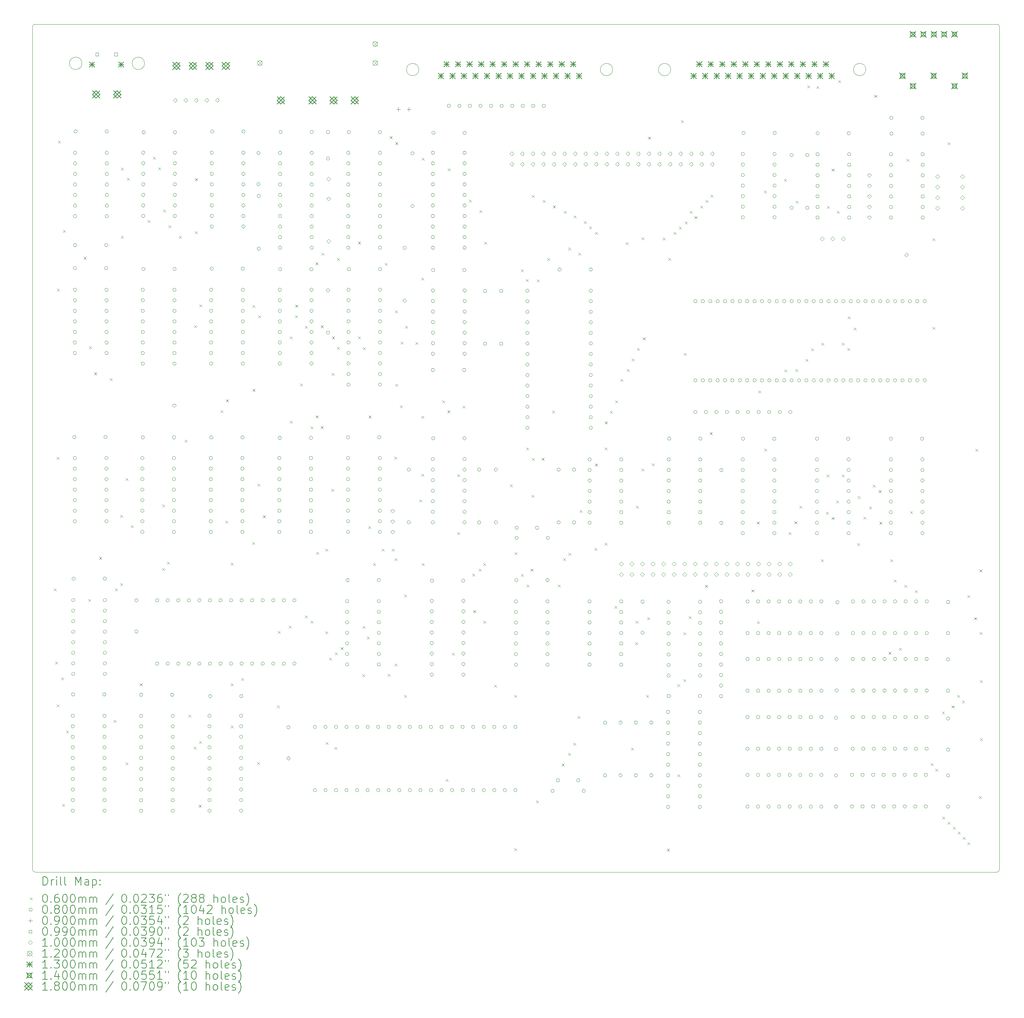
<source format=gbr>
%TF.GenerationSoftware,KiCad,Pcbnew,8.0.1*%
%TF.CreationDate,2024-03-23T23:48:42+00:00*%
%TF.ProjectId,TIM-011B,54494d2d-3031-4314-922e-6b696361645f,rev?*%
%TF.SameCoordinates,Original*%
%TF.FileFunction,Drillmap*%
%TF.FilePolarity,Positive*%
%FSLAX45Y45*%
G04 Gerber Fmt 4.5, Leading zero omitted, Abs format (unit mm)*
G04 Created by KiCad (PCBNEW 8.0.1) date 2024-03-23 23:48:42*
%MOMM*%
%LPD*%
G01*
G04 APERTURE LIST*
%ADD10C,0.050000*%
%ADD11C,0.200000*%
%ADD12C,0.100000*%
%ADD13C,0.120000*%
%ADD14C,0.130000*%
%ADD15C,0.140000*%
%ADD16C,0.180000*%
G04 APERTURE END LIST*
D10*
X32442000Y-3389000D02*
X32442000Y-23683000D01*
X9163000Y-3389000D02*
G75*
G02*
X9227000Y-3325000I64000J0D01*
G01*
X32378000Y-23747000D02*
X9227255Y-23746745D01*
X9227000Y-3325000D02*
X32378000Y-3325000D01*
X32442000Y-23683000D02*
G75*
G02*
X32378000Y-23747000I-64000J0D01*
G01*
X32378000Y-3325000D02*
G75*
G02*
X32442000Y-3389000I0J-64000D01*
G01*
X23131000Y-4419000D02*
G75*
G02*
X22834015Y-4419000I-148492J0D01*
G01*
X22834015Y-4419000D02*
G75*
G02*
X23131000Y-4419000I148492J0D01*
G01*
X29224000Y-4419000D02*
G75*
G02*
X28927015Y-4419000I-148492J0D01*
G01*
X28927015Y-4419000D02*
G75*
G02*
X29224000Y-4419000I148492J0D01*
G01*
X24529000Y-4419000D02*
G75*
G02*
X24232015Y-4419000I-148492J0D01*
G01*
X24232015Y-4419000D02*
G75*
G02*
X24529000Y-4419000I148492J0D01*
G01*
X9227255Y-23746745D02*
G75*
G02*
X9163255Y-23682745I-5J63995D01*
G01*
X9163255Y-23682745D02*
X9163000Y-3389000D01*
X18465000Y-4419000D02*
G75*
G02*
X18168015Y-4419000I-148492J0D01*
G01*
X18168015Y-4419000D02*
G75*
G02*
X18465000Y-4419000I148492J0D01*
G01*
X10356500Y-4269000D02*
G75*
G02*
X10056500Y-4269000I-150000J0D01*
G01*
X10056500Y-4269000D02*
G75*
G02*
X10356500Y-4269000I150000J0D01*
G01*
X11863500Y-4269000D02*
G75*
G02*
X11563500Y-4269000I-150000J0D01*
G01*
X11563500Y-4269000D02*
G75*
G02*
X11863500Y-4269000I150000J0D01*
G01*
D11*
D12*
X9678000Y-16914000D02*
X9738000Y-16974000D01*
X9738000Y-16914000D02*
X9678000Y-16974000D01*
X9716000Y-18675000D02*
X9776000Y-18735000D01*
X9776000Y-18675000D02*
X9716000Y-18735000D01*
X9744000Y-19711000D02*
X9804000Y-19771000D01*
X9804000Y-19711000D02*
X9744000Y-19771000D01*
X9747000Y-13747000D02*
X9807000Y-13807000D01*
X9807000Y-13747000D02*
X9747000Y-13807000D01*
X9759000Y-9695000D02*
X9819000Y-9755000D01*
X9819000Y-9695000D02*
X9759000Y-9755000D01*
X9783000Y-6128000D02*
X9843000Y-6188000D01*
X9843000Y-6128000D02*
X9783000Y-6188000D01*
X9859000Y-19061000D02*
X9919000Y-19121000D01*
X9919000Y-19061000D02*
X9859000Y-19121000D01*
X9879000Y-22106000D02*
X9939000Y-22166000D01*
X9939000Y-22106000D02*
X9879000Y-22166000D01*
X9900000Y-8283000D02*
X9960000Y-8343000D01*
X9960000Y-8283000D02*
X9900000Y-8343000D01*
X9979000Y-20336000D02*
X10039000Y-20396000D01*
X10039000Y-20336000D02*
X9979000Y-20396000D01*
X10400000Y-8928000D02*
X10460000Y-8988000D01*
X10460000Y-8928000D02*
X10400000Y-8988000D01*
X10512000Y-17169000D02*
X10572000Y-17229000D01*
X10572000Y-17169000D02*
X10512000Y-17229000D01*
X10524000Y-11081000D02*
X10584000Y-11141000D01*
X10584000Y-11081000D02*
X10524000Y-11141000D01*
X10654000Y-11714000D02*
X10714000Y-11774000D01*
X10714000Y-11714000D02*
X10654000Y-11774000D01*
X10769000Y-16159000D02*
X10829000Y-16219000D01*
X10829000Y-16159000D02*
X10769000Y-16219000D01*
X11029000Y-11857000D02*
X11089000Y-11917000D01*
X11089000Y-11857000D02*
X11029000Y-11917000D01*
X11117000Y-20082000D02*
X11177000Y-20142000D01*
X11177000Y-20082000D02*
X11117000Y-20142000D01*
X11155000Y-16920000D02*
X11215000Y-16980000D01*
X11215000Y-16920000D02*
X11155000Y-16980000D01*
X11277000Y-15145000D02*
X11337000Y-15205000D01*
X11337000Y-15145000D02*
X11277000Y-15205000D01*
X11282000Y-16788000D02*
X11342000Y-16848000D01*
X11342000Y-16788000D02*
X11282000Y-16848000D01*
X11293000Y-8425000D02*
X11353000Y-8485000D01*
X11353000Y-8425000D02*
X11293000Y-8485000D01*
X11299000Y-6781000D02*
X11359000Y-6841000D01*
X11359000Y-6781000D02*
X11299000Y-6841000D01*
X11406000Y-21105000D02*
X11466000Y-21165000D01*
X11466000Y-21105000D02*
X11406000Y-21165000D01*
X11410000Y-14261000D02*
X11470000Y-14321000D01*
X11470000Y-14261000D02*
X11410000Y-14321000D01*
X11437000Y-7028000D02*
X11497000Y-7088000D01*
X11497000Y-7028000D02*
X11437000Y-7088000D01*
X11531000Y-15394000D02*
X11591000Y-15454000D01*
X11591000Y-15394000D02*
X11531000Y-15454000D01*
X11750000Y-19201000D02*
X11810000Y-19261000D01*
X11810000Y-19201000D02*
X11750000Y-19261000D01*
X11938000Y-8046000D02*
X11998000Y-8106000D01*
X11998000Y-8046000D02*
X11938000Y-8106000D01*
X12069000Y-6519000D02*
X12129000Y-6579000D01*
X12129000Y-6519000D02*
X12069000Y-6579000D01*
X12192000Y-6773000D02*
X12252000Y-6833000D01*
X12252000Y-6773000D02*
X12192000Y-6833000D01*
X12290000Y-16424000D02*
X12350000Y-16484000D01*
X12350000Y-16424000D02*
X12290000Y-16484000D01*
X12291000Y-14894000D02*
X12351000Y-14954000D01*
X12351000Y-14894000D02*
X12291000Y-14954000D01*
X12315000Y-7786000D02*
X12375000Y-7846000D01*
X12375000Y-7786000D02*
X12315000Y-7846000D01*
X12407000Y-16273000D02*
X12467000Y-16333000D01*
X12467000Y-16273000D02*
X12407000Y-16333000D01*
X12436000Y-8171000D02*
X12496000Y-8231000D01*
X12496000Y-8171000D02*
X12436000Y-8231000D01*
X12691000Y-8427000D02*
X12751000Y-8487000D01*
X12751000Y-8427000D02*
X12691000Y-8487000D01*
X12826000Y-13337000D02*
X12886000Y-13397000D01*
X12886000Y-13337000D02*
X12826000Y-13397000D01*
X12919000Y-19956000D02*
X12979000Y-20016000D01*
X12979000Y-19956000D02*
X12919000Y-20016000D01*
X13053000Y-20724000D02*
X13113000Y-20784000D01*
X13113000Y-20724000D02*
X13053000Y-20784000D01*
X13057000Y-10576000D02*
X13117000Y-10636000D01*
X13117000Y-10576000D02*
X13057000Y-10636000D01*
X13075000Y-8311000D02*
X13135000Y-8371000D01*
X13135000Y-8311000D02*
X13075000Y-8371000D01*
X13079000Y-7033000D02*
X13139000Y-7093000D01*
X13139000Y-7033000D02*
X13079000Y-7093000D01*
X13169000Y-22128000D02*
X13229000Y-22188000D01*
X13229000Y-22128000D02*
X13169000Y-22188000D01*
X13179000Y-20592000D02*
X13239000Y-20652000D01*
X13239000Y-20592000D02*
X13179000Y-20652000D01*
X13183000Y-10076000D02*
X13243000Y-10136000D01*
X13243000Y-10076000D02*
X13183000Y-10136000D01*
X13696000Y-12624000D02*
X13756000Y-12684000D01*
X13756000Y-12624000D02*
X13696000Y-12684000D01*
X13810000Y-15283000D02*
X13870000Y-15343000D01*
X13870000Y-15283000D02*
X13810000Y-15343000D01*
X13824000Y-12360000D02*
X13884000Y-12420000D01*
X13884000Y-12360000D02*
X13824000Y-12420000D01*
X13936000Y-20222000D02*
X13996000Y-20282000D01*
X13996000Y-20222000D02*
X13936000Y-20282000D01*
X13939000Y-16300000D02*
X13999000Y-16360000D01*
X13999000Y-16300000D02*
X13939000Y-16360000D01*
X13939000Y-19201000D02*
X13999000Y-19261000D01*
X13999000Y-19201000D02*
X13939000Y-19261000D01*
X14193000Y-19074000D02*
X14253000Y-19134000D01*
X14253000Y-19074000D02*
X14193000Y-19134000D01*
X14457000Y-15798000D02*
X14517000Y-15858000D01*
X14517000Y-15798000D02*
X14457000Y-15858000D01*
X14463000Y-12112000D02*
X14523000Y-12172000D01*
X14523000Y-12112000D02*
X14463000Y-12172000D01*
X14465000Y-10091000D02*
X14525000Y-10151000D01*
X14525000Y-10091000D02*
X14465000Y-10151000D01*
X14574000Y-21100000D02*
X14634000Y-21160000D01*
X14634000Y-21100000D02*
X14574000Y-21160000D01*
X14585000Y-14396000D02*
X14645000Y-14456000D01*
X14645000Y-14396000D02*
X14585000Y-14456000D01*
X14598000Y-10338000D02*
X14658000Y-10398000D01*
X14658000Y-10338000D02*
X14598000Y-10398000D01*
X14713000Y-15156000D02*
X14773000Y-15216000D01*
X14773000Y-15156000D02*
X14713000Y-15216000D01*
X15052000Y-19732000D02*
X15112000Y-19792000D01*
X15112000Y-19732000D02*
X15052000Y-19792000D01*
X15076000Y-17944218D02*
X15136000Y-18004218D01*
X15136000Y-17944218D02*
X15076000Y-18004218D01*
X15338000Y-17815000D02*
X15398000Y-17875000D01*
X15398000Y-17815000D02*
X15338000Y-17875000D01*
X15360000Y-12879000D02*
X15420000Y-12939000D01*
X15420000Y-12879000D02*
X15360000Y-12939000D01*
X15361000Y-10847000D02*
X15421000Y-10907000D01*
X15421000Y-10847000D02*
X15361000Y-10907000D01*
X15489000Y-10339000D02*
X15549000Y-10399000D01*
X15549000Y-10339000D02*
X15489000Y-10399000D01*
X15492000Y-10084000D02*
X15552000Y-10144000D01*
X15552000Y-10084000D02*
X15492000Y-10144000D01*
X15605000Y-11981000D02*
X15665000Y-12041000D01*
X15665000Y-11981000D02*
X15605000Y-12041000D01*
X15722000Y-10589000D02*
X15782000Y-10649000D01*
X15782000Y-10589000D02*
X15722000Y-10649000D01*
X15722000Y-17568000D02*
X15782000Y-17628000D01*
X15782000Y-17568000D02*
X15722000Y-17628000D01*
X15857000Y-17698000D02*
X15917000Y-17758000D01*
X15917000Y-17698000D02*
X15857000Y-17758000D01*
X15863000Y-13014000D02*
X15923000Y-13074000D01*
X15923000Y-13014000D02*
X15863000Y-13074000D01*
X15982000Y-9064000D02*
X16042000Y-9124000D01*
X16042000Y-9064000D02*
X15982000Y-9124000D01*
X15983000Y-12752000D02*
X16043000Y-12812000D01*
X16043000Y-12752000D02*
X15983000Y-12812000D01*
X15997400Y-16035500D02*
X16057400Y-16095500D01*
X16057400Y-16035500D02*
X15997400Y-16095500D01*
X16106000Y-10579000D02*
X16166000Y-10639000D01*
X16166000Y-10579000D02*
X16106000Y-10639000D01*
X16107000Y-13009000D02*
X16167000Y-13069000D01*
X16167000Y-13009000D02*
X16107000Y-13069000D01*
X16119000Y-8833000D02*
X16179000Y-8893000D01*
X16179000Y-8833000D02*
X16119000Y-8893000D01*
X16218000Y-15963000D02*
X16278000Y-16023000D01*
X16278000Y-15963000D02*
X16218000Y-16023000D01*
X16218000Y-17953200D02*
X16278000Y-18013200D01*
X16278000Y-17953200D02*
X16218000Y-18013200D01*
X16222000Y-20613000D02*
X16282000Y-20673000D01*
X16282000Y-20613000D02*
X16222000Y-20673000D01*
X16312000Y-18582000D02*
X16372000Y-18642000D01*
X16372000Y-18582000D02*
X16312000Y-18642000D01*
X16361000Y-14524000D02*
X16421000Y-14584000D01*
X16421000Y-14524000D02*
X16361000Y-14584000D01*
X16367000Y-11725000D02*
X16427000Y-11785000D01*
X16427000Y-11725000D02*
X16367000Y-11785000D01*
X16373000Y-10850000D02*
X16433000Y-10910000D01*
X16433000Y-10850000D02*
X16373000Y-10910000D01*
X16436000Y-20738000D02*
X16496000Y-20798000D01*
X16496000Y-20738000D02*
X16436000Y-20798000D01*
X16447000Y-18457000D02*
X16507000Y-18517000D01*
X16507000Y-18457000D02*
X16447000Y-18517000D01*
X16496000Y-8954000D02*
X16556000Y-9014000D01*
X16556000Y-8954000D02*
X16496000Y-9014000D01*
X16496000Y-11101000D02*
X16556000Y-11161000D01*
X16556000Y-11101000D02*
X16496000Y-11161000D01*
X16584000Y-18334000D02*
X16644000Y-18394000D01*
X16644000Y-18334000D02*
X16584000Y-18394000D01*
X17000000Y-8564000D02*
X17060000Y-8624000D01*
X17060000Y-8564000D02*
X17000000Y-8624000D01*
X17003000Y-10849000D02*
X17063000Y-10909000D01*
X17063000Y-10849000D02*
X17003000Y-10909000D01*
X17107000Y-18980000D02*
X17167000Y-19040000D01*
X17167000Y-18980000D02*
X17107000Y-19040000D01*
X17113000Y-17822000D02*
X17173000Y-17882000D01*
X17173000Y-17822000D02*
X17113000Y-17882000D01*
X17122000Y-11107000D02*
X17182000Y-11167000D01*
X17182000Y-11107000D02*
X17122000Y-11167000D01*
X17214000Y-18076000D02*
X17274000Y-18136000D01*
X17274000Y-18076000D02*
X17214000Y-18136000D01*
X17247000Y-15416000D02*
X17307000Y-15476000D01*
X17307000Y-15416000D02*
X17247000Y-15476000D01*
X17258000Y-12755000D02*
X17318000Y-12815000D01*
X17318000Y-12755000D02*
X17258000Y-12815000D01*
X17368000Y-16305000D02*
X17428000Y-16365000D01*
X17428000Y-16305000D02*
X17368000Y-16365000D01*
X17572200Y-15963000D02*
X17632200Y-16023000D01*
X17632200Y-15963000D02*
X17572200Y-16023000D01*
X17643000Y-9076000D02*
X17703000Y-9136000D01*
X17703000Y-9076000D02*
X17643000Y-9136000D01*
X17717000Y-18973000D02*
X17777000Y-19033000D01*
X17777000Y-18973000D02*
X17717000Y-19033000D01*
X17765000Y-6024000D02*
X17825000Y-6084000D01*
X17825000Y-6024000D02*
X17765000Y-6084000D01*
X17813500Y-15963000D02*
X17873500Y-16023000D01*
X17873500Y-15963000D02*
X17813500Y-16023000D01*
X17875000Y-13744000D02*
X17935000Y-13804000D01*
X17935000Y-13744000D02*
X17875000Y-13804000D01*
X17882000Y-18728000D02*
X17942000Y-18788000D01*
X17942000Y-18728000D02*
X17882000Y-18788000D01*
X17883000Y-16186000D02*
X17943000Y-16246000D01*
X17943000Y-16186000D02*
X17883000Y-16246000D01*
X17893000Y-10218000D02*
X17953000Y-10278000D01*
X17953000Y-10218000D02*
X17893000Y-10278000D01*
X17900000Y-11988000D02*
X17960000Y-12048000D01*
X17960000Y-11988000D02*
X17900000Y-12048000D01*
X17903000Y-6168000D02*
X17963000Y-6228000D01*
X17963000Y-6168000D02*
X17903000Y-6228000D01*
X18013000Y-12505000D02*
X18073000Y-12565000D01*
X18073000Y-12505000D02*
X18013000Y-12565000D01*
X18025000Y-10972000D02*
X18085000Y-11032000D01*
X18085000Y-10972000D02*
X18025000Y-11032000D01*
X18111000Y-17057000D02*
X18171000Y-17117000D01*
X18171000Y-17057000D02*
X18111000Y-17117000D01*
X18113000Y-19483000D02*
X18173000Y-19543000D01*
X18173000Y-19483000D02*
X18113000Y-19543000D01*
X18141000Y-10595000D02*
X18201000Y-10655000D01*
X18201000Y-10595000D02*
X18141000Y-10655000D01*
X18385000Y-10984000D02*
X18445000Y-11044000D01*
X18445000Y-10984000D02*
X18385000Y-11044000D01*
X18473900Y-14778200D02*
X18533900Y-14838200D01*
X18533900Y-14778200D02*
X18473900Y-14838200D01*
X18524000Y-14155900D02*
X18584000Y-14215900D01*
X18584000Y-14155900D02*
X18524000Y-14215900D01*
X18526000Y-12758000D02*
X18586000Y-12818000D01*
X18586000Y-12758000D02*
X18526000Y-12818000D01*
X18527827Y-9432827D02*
X18587827Y-9492827D01*
X18587827Y-9432827D02*
X18527827Y-9492827D01*
X18533000Y-6546000D02*
X18593000Y-6606000D01*
X18593000Y-6546000D02*
X18533000Y-6606000D01*
X18537400Y-16307000D02*
X18597400Y-16367000D01*
X18597400Y-16307000D02*
X18537400Y-16367000D01*
X19029000Y-12383000D02*
X19089000Y-12443000D01*
X19089000Y-12383000D02*
X19029000Y-12443000D01*
X19112000Y-21504000D02*
X19172000Y-21564000D01*
X19172000Y-21504000D02*
X19112000Y-21564000D01*
X19153000Y-12628000D02*
X19213000Y-12688000D01*
X19213000Y-12628000D02*
X19153000Y-12688000D01*
X19159000Y-6796000D02*
X19219000Y-6856000D01*
X19219000Y-6796000D02*
X19159000Y-6856000D01*
X19266000Y-18466000D02*
X19326000Y-18526000D01*
X19326000Y-18466000D02*
X19266000Y-18526000D01*
X19390000Y-14168600D02*
X19450000Y-14228600D01*
X19450000Y-14168600D02*
X19390000Y-14228600D01*
X19390000Y-15565600D02*
X19450000Y-15625600D01*
X19450000Y-15565600D02*
X19390000Y-15625600D01*
X19519000Y-12511000D02*
X19579000Y-12571000D01*
X19579000Y-12511000D02*
X19519000Y-12571000D01*
X19668513Y-7548695D02*
X19728513Y-7608695D01*
X19728513Y-7548695D02*
X19668513Y-7608695D01*
X19758000Y-16562000D02*
X19818000Y-16622000D01*
X19818000Y-16562000D02*
X19758000Y-16622000D01*
X19776000Y-17444000D02*
X19836000Y-17504000D01*
X19836000Y-17444000D02*
X19776000Y-17504000D01*
X19910000Y-16444000D02*
X19970000Y-16504000D01*
X19970000Y-16444000D02*
X19910000Y-16504000D01*
X19927000Y-7805000D02*
X19987000Y-7865000D01*
X19987000Y-7805000D02*
X19927000Y-7865000D01*
X20016000Y-17697000D02*
X20076000Y-17757000D01*
X20076000Y-17697000D02*
X20016000Y-17757000D01*
X20021000Y-16307000D02*
X20081000Y-16367000D01*
X20081000Y-16307000D02*
X20021000Y-16367000D01*
X20042000Y-8569000D02*
X20102000Y-8629000D01*
X20102000Y-8569000D02*
X20042000Y-8629000D01*
X20279000Y-19237000D02*
X20339000Y-19297000D01*
X20339000Y-19237000D02*
X20279000Y-19297000D01*
X20662000Y-14411000D02*
X20722000Y-14471000D01*
X20722000Y-14411000D02*
X20662000Y-14471000D01*
X20759000Y-19484000D02*
X20819000Y-19544000D01*
X20819000Y-19484000D02*
X20759000Y-19544000D01*
X20761000Y-23174000D02*
X20821000Y-23234000D01*
X20821000Y-23174000D02*
X20761000Y-23234000D01*
X20774000Y-16045000D02*
X20834000Y-16105000D01*
X20834000Y-16045000D02*
X20774000Y-16105000D01*
X20924000Y-9226000D02*
X20984000Y-9286000D01*
X20984000Y-9226000D02*
X20924000Y-9286000D01*
X20925000Y-16570000D02*
X20985000Y-16630000D01*
X20985000Y-16570000D02*
X20925000Y-16630000D01*
X21041000Y-9466000D02*
X21101000Y-9526000D01*
X21101000Y-9466000D02*
X21041000Y-9526000D01*
X21049000Y-13524000D02*
X21109000Y-13584000D01*
X21109000Y-13524000D02*
X21049000Y-13584000D01*
X21055000Y-16826000D02*
X21115000Y-16886000D01*
X21115000Y-16826000D02*
X21055000Y-16886000D01*
X21156000Y-16439000D02*
X21216000Y-16499000D01*
X21216000Y-16439000D02*
X21156000Y-16499000D01*
X21178000Y-14668000D02*
X21238000Y-14728000D01*
X21238000Y-14668000D02*
X21178000Y-14728000D01*
X21188000Y-13777000D02*
X21248000Y-13837000D01*
X21248000Y-13777000D02*
X21188000Y-13837000D01*
X21189000Y-7439000D02*
X21249000Y-7499000D01*
X21249000Y-7439000D02*
X21189000Y-7499000D01*
X21290000Y-22023000D02*
X21350000Y-22083000D01*
X21350000Y-22023000D02*
X21290000Y-22083000D01*
X21305000Y-9474000D02*
X21365000Y-9534000D01*
X21365000Y-9474000D02*
X21305000Y-9534000D01*
X21423000Y-13771000D02*
X21483000Y-13831000D01*
X21483000Y-13771000D02*
X21423000Y-13831000D01*
X21447000Y-7563000D02*
X21507000Y-7623000D01*
X21507000Y-7563000D02*
X21447000Y-7623000D01*
X21560000Y-8954000D02*
X21620000Y-9014000D01*
X21620000Y-8954000D02*
X21560000Y-9014000D01*
X21677000Y-12632000D02*
X21737000Y-12692000D01*
X21737000Y-12632000D02*
X21677000Y-12692000D01*
X21696000Y-7692000D02*
X21756000Y-7752000D01*
X21756000Y-7692000D02*
X21696000Y-7752000D01*
X21811000Y-16821000D02*
X21871000Y-16881000D01*
X21871000Y-16821000D02*
X21811000Y-16881000D01*
X21903000Y-21137000D02*
X21963000Y-21197000D01*
X21963000Y-21137000D02*
X21903000Y-21197000D01*
X21940000Y-16192000D02*
X22000000Y-16252000D01*
X22000000Y-16192000D02*
X21940000Y-16252000D01*
X21955000Y-7821000D02*
X22015000Y-7881000D01*
X22015000Y-7821000D02*
X21955000Y-7881000D01*
X22055000Y-20882000D02*
X22115000Y-20942000D01*
X22115000Y-20882000D02*
X22055000Y-20942000D01*
X22062000Y-8708000D02*
X22122000Y-8768000D01*
X22122000Y-8708000D02*
X22062000Y-8768000D01*
X22064000Y-16060000D02*
X22124000Y-16120000D01*
X22124000Y-16060000D02*
X22064000Y-16120000D01*
X22183000Y-20630000D02*
X22243000Y-20690000D01*
X22243000Y-20630000D02*
X22183000Y-20690000D01*
X22190000Y-7935000D02*
X22250000Y-7995000D01*
X22250000Y-7935000D02*
X22190000Y-7995000D01*
X22285000Y-19989000D02*
X22345000Y-20049000D01*
X22345000Y-19989000D02*
X22285000Y-20049000D01*
X22306000Y-8834000D02*
X22366000Y-8894000D01*
X22366000Y-8834000D02*
X22306000Y-8894000D01*
X22334700Y-15032200D02*
X22394700Y-15092200D01*
X22394700Y-15032200D02*
X22334700Y-15092200D01*
X22439000Y-8070000D02*
X22499000Y-8130000D01*
X22499000Y-8070000D02*
X22439000Y-8130000D01*
X22569000Y-8192000D02*
X22629000Y-8252000D01*
X22629000Y-8192000D02*
X22569000Y-8252000D01*
X22690000Y-15939000D02*
X22750000Y-15999000D01*
X22750000Y-15939000D02*
X22690000Y-15999000D01*
X22705349Y-13912725D02*
X22765349Y-13972725D01*
X22765349Y-13912725D02*
X22705349Y-13972725D01*
X22711000Y-8329000D02*
X22771000Y-8389000D01*
X22771000Y-8329000D02*
X22711000Y-8389000D01*
X22936000Y-13524000D02*
X22996000Y-13584000D01*
X22996000Y-13524000D02*
X22936000Y-13584000D01*
X22938000Y-15816000D02*
X22998000Y-15876000D01*
X22998000Y-15816000D02*
X22938000Y-15876000D01*
X22943000Y-12893000D02*
X23003000Y-12953000D01*
X23003000Y-12893000D02*
X22943000Y-12953000D01*
X23068000Y-12637000D02*
X23128000Y-12697000D01*
X23128000Y-12637000D02*
X23068000Y-12697000D01*
X23174366Y-17336685D02*
X23234366Y-17396685D01*
X23234366Y-17336685D02*
X23174366Y-17396685D01*
X23189000Y-12388000D02*
X23249000Y-12448000D01*
X23249000Y-12388000D02*
X23189000Y-12448000D01*
X23323000Y-11869900D02*
X23383000Y-11929900D01*
X23383000Y-11869900D02*
X23323000Y-11929900D01*
X23450000Y-8576000D02*
X23510000Y-8636000D01*
X23510000Y-8576000D02*
X23450000Y-8636000D01*
X23472000Y-11634000D02*
X23532000Y-11694000D01*
X23532000Y-11634000D02*
X23472000Y-11694000D01*
X23577000Y-20755000D02*
X23637000Y-20815000D01*
X23637000Y-20755000D02*
X23577000Y-20815000D01*
X23592000Y-11376000D02*
X23652000Y-11436000D01*
X23652000Y-11376000D02*
X23592000Y-11436000D01*
X23676000Y-18211000D02*
X23736000Y-18271000D01*
X23736000Y-18211000D02*
X23676000Y-18271000D01*
X23684000Y-17699000D02*
X23744000Y-17759000D01*
X23744000Y-17699000D02*
X23684000Y-17759000D01*
X23695000Y-14925000D02*
X23755000Y-14985000D01*
X23755000Y-14925000D02*
X23695000Y-14985000D01*
X23714000Y-11127000D02*
X23774000Y-11187000D01*
X23774000Y-11127000D02*
X23714000Y-11187000D01*
X23825000Y-14028000D02*
X23885000Y-14088000D01*
X23885000Y-14028000D02*
X23825000Y-14088000D01*
X23830000Y-8455000D02*
X23890000Y-8515000D01*
X23890000Y-8455000D02*
X23830000Y-8515000D01*
X23857000Y-10870000D02*
X23917000Y-10930000D01*
X23917000Y-10870000D02*
X23857000Y-10930000D01*
X23937000Y-19479000D02*
X23997000Y-19539000D01*
X23997000Y-19479000D02*
X23937000Y-19539000D01*
X23964000Y-17609000D02*
X24024000Y-17669000D01*
X24024000Y-17609000D02*
X23964000Y-17669000D01*
X23984000Y-6036000D02*
X24044000Y-6096000D01*
X24044000Y-6036000D02*
X23984000Y-6096000D01*
X24076000Y-13902000D02*
X24136000Y-13962000D01*
X24136000Y-13902000D02*
X24076000Y-13962000D01*
X24335000Y-8464000D02*
X24395000Y-8524000D01*
X24395000Y-8464000D02*
X24335000Y-8524000D01*
X24435000Y-23186000D02*
X24495000Y-23246000D01*
X24495000Y-23186000D02*
X24435000Y-23246000D01*
X24468000Y-8957000D02*
X24528000Y-9017000D01*
X24528000Y-8957000D02*
X24468000Y-9017000D01*
X24596000Y-8332000D02*
X24656000Y-8392000D01*
X24656000Y-8332000D02*
X24596000Y-8392000D01*
X24687000Y-19224000D02*
X24747000Y-19284000D01*
X24747000Y-19224000D02*
X24687000Y-19284000D01*
X24693000Y-21398000D02*
X24753000Y-21458000D01*
X24753000Y-21398000D02*
X24693000Y-21458000D01*
X24723000Y-8203000D02*
X24783000Y-8263000D01*
X24783000Y-8203000D02*
X24723000Y-8263000D01*
X24772000Y-5641000D02*
X24832000Y-5701000D01*
X24832000Y-5641000D02*
X24772000Y-5701000D01*
X24833000Y-17977000D02*
X24893000Y-18037000D01*
X24893000Y-17977000D02*
X24833000Y-18037000D01*
X24834000Y-19100000D02*
X24894000Y-19160000D01*
X24894000Y-19100000D02*
X24834000Y-19160000D01*
X24847000Y-11240000D02*
X24907000Y-11300000D01*
X24907000Y-11240000D02*
X24847000Y-11300000D01*
X24867000Y-8078000D02*
X24927000Y-8138000D01*
X24927000Y-8078000D02*
X24867000Y-8138000D01*
X24959000Y-17585000D02*
X25019000Y-17645000D01*
X25019000Y-17585000D02*
X24959000Y-17645000D01*
X24990000Y-7821000D02*
X25050000Y-7881000D01*
X25050000Y-7821000D02*
X24990000Y-7881000D01*
X25102000Y-7951000D02*
X25162000Y-8011000D01*
X25162000Y-7951000D02*
X25102000Y-8011000D01*
X25238000Y-7699000D02*
X25298000Y-7759000D01*
X25298000Y-7699000D02*
X25238000Y-7759000D01*
X25356000Y-16832000D02*
X25416000Y-16892000D01*
X25416000Y-16832000D02*
X25356000Y-16892000D01*
X25365000Y-7562000D02*
X25425000Y-7622000D01*
X25425000Y-7562000D02*
X25365000Y-7622000D01*
X25469000Y-13153000D02*
X25529000Y-13213000D01*
X25529000Y-13153000D02*
X25469000Y-13213000D01*
X25485000Y-7436000D02*
X25545000Y-7496000D01*
X25545000Y-7436000D02*
X25485000Y-7496000D01*
X26473000Y-16943000D02*
X26533000Y-17003000D01*
X26533000Y-16943000D02*
X26473000Y-17003000D01*
X26600000Y-15304000D02*
X26660000Y-15364000D01*
X26660000Y-15304000D02*
X26600000Y-15364000D01*
X26604000Y-17703000D02*
X26664000Y-17763000D01*
X26664000Y-17703000D02*
X26604000Y-17763000D01*
X26641000Y-12150000D02*
X26701000Y-12210000D01*
X26701000Y-12150000D02*
X26641000Y-12210000D01*
X26771000Y-7331000D02*
X26831000Y-7391000D01*
X26831000Y-7331000D02*
X26771000Y-7391000D01*
X26780000Y-13550000D02*
X26840000Y-13610000D01*
X26840000Y-13550000D02*
X26780000Y-13610000D01*
X27256000Y-7055000D02*
X27316000Y-7115000D01*
X27316000Y-7055000D02*
X27256000Y-7115000D01*
X27266000Y-11640000D02*
X27326000Y-11700000D01*
X27326000Y-11640000D02*
X27266000Y-11700000D01*
X27368000Y-15564000D02*
X27428000Y-15624000D01*
X27428000Y-15564000D02*
X27368000Y-15624000D01*
X27506000Y-15303000D02*
X27566000Y-15363000D01*
X27566000Y-15303000D02*
X27506000Y-15363000D01*
X27529000Y-11636000D02*
X27589000Y-11696000D01*
X27589000Y-11636000D02*
X27529000Y-11696000D01*
X27536000Y-7580000D02*
X27596000Y-7640000D01*
X27596000Y-7580000D02*
X27536000Y-7640000D01*
X27629000Y-14925000D02*
X27689000Y-14985000D01*
X27689000Y-14925000D02*
X27629000Y-14985000D01*
X27774000Y-11389000D02*
X27834000Y-11449000D01*
X27834000Y-11389000D02*
X27774000Y-11449000D01*
X27819000Y-4804000D02*
X27879000Y-4864000D01*
X27879000Y-4804000D02*
X27819000Y-4864000D01*
X27910000Y-11131000D02*
X27970000Y-11191000D01*
X27970000Y-11131000D02*
X27910000Y-11191000D01*
X28037000Y-4821000D02*
X28097000Y-4881000D01*
X28097000Y-4821000D02*
X28037000Y-4881000D01*
X28149000Y-16213000D02*
X28209000Y-16273000D01*
X28209000Y-16213000D02*
X28149000Y-16273000D01*
X28155000Y-11001000D02*
X28215000Y-11061000D01*
X28215000Y-11001000D02*
X28155000Y-11061000D01*
X28262000Y-15067000D02*
X28322000Y-15127000D01*
X28322000Y-15067000D02*
X28262000Y-15127000D01*
X28281000Y-14174000D02*
X28341000Y-14234000D01*
X28341000Y-14174000D02*
X28281000Y-14234000D01*
X28287000Y-7702000D02*
X28347000Y-7762000D01*
X28347000Y-7702000D02*
X28287000Y-7762000D01*
X28404000Y-6808000D02*
X28464000Y-6868000D01*
X28464000Y-6808000D02*
X28404000Y-6868000D01*
X28404000Y-15194000D02*
X28464000Y-15254000D01*
X28464000Y-15194000D02*
X28404000Y-15254000D01*
X28513000Y-14799000D02*
X28573000Y-14859000D01*
X28573000Y-14799000D02*
X28513000Y-14859000D01*
X28525000Y-7824000D02*
X28585000Y-7884000D01*
X28585000Y-7824000D02*
X28525000Y-7884000D01*
X28563542Y-4673737D02*
X28623542Y-4733737D01*
X28623542Y-4673737D02*
X28563542Y-4733737D01*
X28645981Y-14174465D02*
X28705981Y-14234465D01*
X28705981Y-14174465D02*
X28645981Y-14234465D01*
X28647000Y-11000000D02*
X28707000Y-11060000D01*
X28707000Y-11000000D02*
X28647000Y-11060000D01*
X28782000Y-11126000D02*
X28842000Y-11186000D01*
X28842000Y-11126000D02*
X28782000Y-11186000D01*
X28787000Y-10366000D02*
X28847000Y-10426000D01*
X28847000Y-10366000D02*
X28787000Y-10426000D01*
X28933000Y-10635000D02*
X28993000Y-10695000D01*
X28993000Y-10635000D02*
X28933000Y-10695000D01*
X29014000Y-15822000D02*
X29074000Y-15882000D01*
X29074000Y-15822000D02*
X29014000Y-15882000D01*
X29030000Y-14694000D02*
X29090000Y-14754000D01*
X29090000Y-14694000D02*
X29030000Y-14754000D01*
X29172000Y-15186000D02*
X29232000Y-15246000D01*
X29232000Y-15186000D02*
X29172000Y-15246000D01*
X29304000Y-14941000D02*
X29364000Y-15001000D01*
X29364000Y-14941000D02*
X29304000Y-15001000D01*
X29391000Y-14421000D02*
X29451000Y-14481000D01*
X29451000Y-14421000D02*
X29391000Y-14481000D01*
X29428000Y-5026000D02*
X29488000Y-5086000D01*
X29488000Y-5026000D02*
X29428000Y-5086000D01*
X29532000Y-14550000D02*
X29592000Y-14610000D01*
X29592000Y-14550000D02*
X29532000Y-14610000D01*
X29552000Y-15312000D02*
X29612000Y-15372000D01*
X29612000Y-15312000D02*
X29552000Y-15372000D01*
X29768000Y-18445000D02*
X29828000Y-18505000D01*
X29828000Y-18445000D02*
X29768000Y-18505000D01*
X29816000Y-16211000D02*
X29876000Y-16271000D01*
X29876000Y-16211000D02*
X29816000Y-16271000D01*
X29898000Y-16705000D02*
X29958000Y-16765000D01*
X29958000Y-16705000D02*
X29898000Y-16765000D01*
X30024000Y-18347000D02*
X30084000Y-18407000D01*
X30084000Y-18347000D02*
X30024000Y-18407000D01*
X30154000Y-16830000D02*
X30214000Y-16890000D01*
X30214000Y-16830000D02*
X30154000Y-16890000D01*
X30204000Y-6568000D02*
X30264000Y-6628000D01*
X30264000Y-6568000D02*
X30204000Y-6628000D01*
X30289000Y-15055000D02*
X30349000Y-15115000D01*
X30349000Y-15055000D02*
X30289000Y-15115000D01*
X30407000Y-16960000D02*
X30467000Y-17020000D01*
X30467000Y-16960000D02*
X30407000Y-17020000D01*
X30787000Y-21125000D02*
X30847000Y-21185000D01*
X30847000Y-21125000D02*
X30787000Y-21185000D01*
X30829000Y-10616000D02*
X30889000Y-10676000D01*
X30889000Y-10616000D02*
X30829000Y-10676000D01*
X30831000Y-8487000D02*
X30891000Y-8547000D01*
X30891000Y-8487000D02*
X30831000Y-8547000D01*
X30900000Y-21259000D02*
X30960000Y-21319000D01*
X30960000Y-21259000D02*
X30900000Y-21319000D01*
X31059000Y-19883000D02*
X31119000Y-19943000D01*
X31119000Y-19883000D02*
X31059000Y-19943000D01*
X31069945Y-22412000D02*
X31129945Y-22472000D01*
X31129945Y-22412000D02*
X31069945Y-22472000D01*
X31191000Y-6171000D02*
X31251000Y-6231000D01*
X31251000Y-6171000D02*
X31191000Y-6231000D01*
X31193047Y-22538000D02*
X31253047Y-22598000D01*
X31253047Y-22538000D02*
X31193047Y-22598000D01*
X31291000Y-19738000D02*
X31351000Y-19798000D01*
X31351000Y-19738000D02*
X31291000Y-19798000D01*
X31319699Y-22657278D02*
X31379699Y-22717278D01*
X31379699Y-22657278D02*
X31319699Y-22717278D01*
X31422000Y-19485000D02*
X31482000Y-19545000D01*
X31482000Y-19485000D02*
X31422000Y-19545000D01*
X31442062Y-22775293D02*
X31502062Y-22835293D01*
X31502062Y-22775293D02*
X31442062Y-22835293D01*
X31540000Y-19618000D02*
X31600000Y-19678000D01*
X31600000Y-19618000D02*
X31540000Y-19678000D01*
X31553712Y-22903489D02*
X31613712Y-22963489D01*
X31613712Y-22903489D02*
X31553712Y-22963489D01*
X31664000Y-17079000D02*
X31724000Y-17139000D01*
X31724000Y-17079000D02*
X31664000Y-17139000D01*
X31665000Y-23032000D02*
X31725000Y-23092000D01*
X31725000Y-23032000D02*
X31665000Y-23092000D01*
X31833000Y-17608000D02*
X31893000Y-17668000D01*
X31893000Y-17608000D02*
X31833000Y-17668000D01*
X31860000Y-13555000D02*
X31920000Y-13615000D01*
X31920000Y-13555000D02*
X31860000Y-13615000D01*
X31950000Y-21919000D02*
X32010000Y-21979000D01*
X32010000Y-21919000D02*
X31950000Y-21979000D01*
X31960000Y-16459000D02*
X32020000Y-16519000D01*
X32020000Y-16459000D02*
X31960000Y-16519000D01*
X31967000Y-17964000D02*
X32027000Y-18024000D01*
X32027000Y-17964000D02*
X31967000Y-18024000D01*
X31969000Y-19130000D02*
X32029000Y-19190000D01*
X32029000Y-19130000D02*
X31969000Y-19190000D01*
X31971000Y-20525000D02*
X32031000Y-20585000D01*
X32031000Y-20525000D02*
X31971000Y-20585000D01*
X10178000Y-19985000D02*
G75*
G02*
X10098000Y-19985000I-40000J0D01*
G01*
X10098000Y-19985000D02*
G75*
G02*
X10178000Y-19985000I40000J0D01*
G01*
X10178000Y-20239000D02*
G75*
G02*
X10098000Y-20239000I-40000J0D01*
G01*
X10098000Y-20239000D02*
G75*
G02*
X10178000Y-20239000I40000J0D01*
G01*
X10178000Y-20493000D02*
G75*
G02*
X10098000Y-20493000I-40000J0D01*
G01*
X10098000Y-20493000D02*
G75*
G02*
X10178000Y-20493000I40000J0D01*
G01*
X10178000Y-20747000D02*
G75*
G02*
X10098000Y-20747000I-40000J0D01*
G01*
X10098000Y-20747000D02*
G75*
G02*
X10178000Y-20747000I40000J0D01*
G01*
X10178000Y-21001000D02*
G75*
G02*
X10098000Y-21001000I-40000J0D01*
G01*
X10098000Y-21001000D02*
G75*
G02*
X10178000Y-21001000I40000J0D01*
G01*
X10178000Y-21255000D02*
G75*
G02*
X10098000Y-21255000I-40000J0D01*
G01*
X10098000Y-21255000D02*
G75*
G02*
X10178000Y-21255000I40000J0D01*
G01*
X10178000Y-21509000D02*
G75*
G02*
X10098000Y-21509000I-40000J0D01*
G01*
X10098000Y-21509000D02*
G75*
G02*
X10178000Y-21509000I40000J0D01*
G01*
X10178000Y-21763000D02*
G75*
G02*
X10098000Y-21763000I-40000J0D01*
G01*
X10098000Y-21763000D02*
G75*
G02*
X10178000Y-21763000I40000J0D01*
G01*
X10178000Y-22017000D02*
G75*
G02*
X10098000Y-22017000I-40000J0D01*
G01*
X10098000Y-22017000D02*
G75*
G02*
X10178000Y-22017000I40000J0D01*
G01*
X10178000Y-22271000D02*
G75*
G02*
X10098000Y-22271000I-40000J0D01*
G01*
X10098000Y-22271000D02*
G75*
G02*
X10178000Y-22271000I40000J0D01*
G01*
X10184000Y-19469000D02*
G75*
G02*
X10104000Y-19469000I-40000J0D01*
G01*
X10104000Y-19469000D02*
G75*
G02*
X10184000Y-19469000I40000J0D01*
G01*
X10188000Y-17197000D02*
G75*
G02*
X10108000Y-17197000I-40000J0D01*
G01*
X10108000Y-17197000D02*
G75*
G02*
X10188000Y-17197000I40000J0D01*
G01*
X10188000Y-17451000D02*
G75*
G02*
X10108000Y-17451000I-40000J0D01*
G01*
X10108000Y-17451000D02*
G75*
G02*
X10188000Y-17451000I40000J0D01*
G01*
X10188000Y-17705000D02*
G75*
G02*
X10108000Y-17705000I-40000J0D01*
G01*
X10108000Y-17705000D02*
G75*
G02*
X10188000Y-17705000I40000J0D01*
G01*
X10188000Y-17959000D02*
G75*
G02*
X10108000Y-17959000I-40000J0D01*
G01*
X10108000Y-17959000D02*
G75*
G02*
X10188000Y-17959000I40000J0D01*
G01*
X10188000Y-18213000D02*
G75*
G02*
X10108000Y-18213000I-40000J0D01*
G01*
X10108000Y-18213000D02*
G75*
G02*
X10188000Y-18213000I40000J0D01*
G01*
X10188000Y-18467000D02*
G75*
G02*
X10108000Y-18467000I-40000J0D01*
G01*
X10108000Y-18467000D02*
G75*
G02*
X10188000Y-18467000I40000J0D01*
G01*
X10188000Y-18721000D02*
G75*
G02*
X10108000Y-18721000I-40000J0D01*
G01*
X10108000Y-18721000D02*
G75*
G02*
X10188000Y-18721000I40000J0D01*
G01*
X10188000Y-18975000D02*
G75*
G02*
X10108000Y-18975000I-40000J0D01*
G01*
X10108000Y-18975000D02*
G75*
G02*
X10188000Y-18975000I40000J0D01*
G01*
X10198000Y-16680000D02*
G75*
G02*
X10118000Y-16680000I-40000J0D01*
G01*
X10118000Y-16680000D02*
G75*
G02*
X10198000Y-16680000I40000J0D01*
G01*
X10213000Y-13271000D02*
G75*
G02*
X10133000Y-13271000I-40000J0D01*
G01*
X10133000Y-13271000D02*
G75*
G02*
X10213000Y-13271000I40000J0D01*
G01*
X10225000Y-13776000D02*
G75*
G02*
X10145000Y-13776000I-40000J0D01*
G01*
X10145000Y-13776000D02*
G75*
G02*
X10225000Y-13776000I40000J0D01*
G01*
X10225000Y-14030000D02*
G75*
G02*
X10145000Y-14030000I-40000J0D01*
G01*
X10145000Y-14030000D02*
G75*
G02*
X10225000Y-14030000I40000J0D01*
G01*
X10225000Y-14284000D02*
G75*
G02*
X10145000Y-14284000I-40000J0D01*
G01*
X10145000Y-14284000D02*
G75*
G02*
X10225000Y-14284000I40000J0D01*
G01*
X10225000Y-14538000D02*
G75*
G02*
X10145000Y-14538000I-40000J0D01*
G01*
X10145000Y-14538000D02*
G75*
G02*
X10225000Y-14538000I40000J0D01*
G01*
X10225000Y-14792000D02*
G75*
G02*
X10145000Y-14792000I-40000J0D01*
G01*
X10145000Y-14792000D02*
G75*
G02*
X10225000Y-14792000I40000J0D01*
G01*
X10225000Y-15046000D02*
G75*
G02*
X10145000Y-15046000I-40000J0D01*
G01*
X10145000Y-15046000D02*
G75*
G02*
X10225000Y-15046000I40000J0D01*
G01*
X10225000Y-15300000D02*
G75*
G02*
X10145000Y-15300000I-40000J0D01*
G01*
X10145000Y-15300000D02*
G75*
G02*
X10225000Y-15300000I40000J0D01*
G01*
X10227000Y-9724000D02*
G75*
G02*
X10147000Y-9724000I-40000J0D01*
G01*
X10147000Y-9724000D02*
G75*
G02*
X10227000Y-9724000I40000J0D01*
G01*
X10227000Y-9978000D02*
G75*
G02*
X10147000Y-9978000I-40000J0D01*
G01*
X10147000Y-9978000D02*
G75*
G02*
X10227000Y-9978000I40000J0D01*
G01*
X10227000Y-10232000D02*
G75*
G02*
X10147000Y-10232000I-40000J0D01*
G01*
X10147000Y-10232000D02*
G75*
G02*
X10227000Y-10232000I40000J0D01*
G01*
X10227000Y-10486000D02*
G75*
G02*
X10147000Y-10486000I-40000J0D01*
G01*
X10147000Y-10486000D02*
G75*
G02*
X10227000Y-10486000I40000J0D01*
G01*
X10227000Y-10740000D02*
G75*
G02*
X10147000Y-10740000I-40000J0D01*
G01*
X10147000Y-10740000D02*
G75*
G02*
X10227000Y-10740000I40000J0D01*
G01*
X10227000Y-10994000D02*
G75*
G02*
X10147000Y-10994000I-40000J0D01*
G01*
X10147000Y-10994000D02*
G75*
G02*
X10227000Y-10994000I40000J0D01*
G01*
X10227000Y-11248000D02*
G75*
G02*
X10147000Y-11248000I-40000J0D01*
G01*
X10147000Y-11248000D02*
G75*
G02*
X10227000Y-11248000I40000J0D01*
G01*
X10230000Y-9202000D02*
G75*
G02*
X10150000Y-9202000I-40000J0D01*
G01*
X10150000Y-9202000D02*
G75*
G02*
X10230000Y-9202000I40000J0D01*
G01*
X10231400Y-8648700D02*
G75*
G02*
X10151400Y-8648700I-40000J0D01*
G01*
X10151400Y-8648700D02*
G75*
G02*
X10231400Y-8648700I40000J0D01*
G01*
X10232000Y-6424000D02*
G75*
G02*
X10152000Y-6424000I-40000J0D01*
G01*
X10152000Y-6424000D02*
G75*
G02*
X10232000Y-6424000I40000J0D01*
G01*
X10232000Y-6678000D02*
G75*
G02*
X10152000Y-6678000I-40000J0D01*
G01*
X10152000Y-6678000D02*
G75*
G02*
X10232000Y-6678000I40000J0D01*
G01*
X10232000Y-6932000D02*
G75*
G02*
X10152000Y-6932000I-40000J0D01*
G01*
X10152000Y-6932000D02*
G75*
G02*
X10232000Y-6932000I40000J0D01*
G01*
X10232000Y-7186000D02*
G75*
G02*
X10152000Y-7186000I-40000J0D01*
G01*
X10152000Y-7186000D02*
G75*
G02*
X10232000Y-7186000I40000J0D01*
G01*
X10232000Y-7440000D02*
G75*
G02*
X10152000Y-7440000I-40000J0D01*
G01*
X10152000Y-7440000D02*
G75*
G02*
X10232000Y-7440000I40000J0D01*
G01*
X10232000Y-7694000D02*
G75*
G02*
X10152000Y-7694000I-40000J0D01*
G01*
X10152000Y-7694000D02*
G75*
G02*
X10232000Y-7694000I40000J0D01*
G01*
X10232000Y-7948000D02*
G75*
G02*
X10152000Y-7948000I-40000J0D01*
G01*
X10152000Y-7948000D02*
G75*
G02*
X10232000Y-7948000I40000J0D01*
G01*
X10243000Y-5909000D02*
G75*
G02*
X10163000Y-5909000I-40000J0D01*
G01*
X10163000Y-5909000D02*
G75*
G02*
X10243000Y-5909000I40000J0D01*
G01*
X10934000Y-19469000D02*
G75*
G02*
X10854000Y-19469000I-40000J0D01*
G01*
X10854000Y-19469000D02*
G75*
G02*
X10934000Y-19469000I40000J0D01*
G01*
X10940000Y-19985000D02*
G75*
G02*
X10860000Y-19985000I-40000J0D01*
G01*
X10860000Y-19985000D02*
G75*
G02*
X10940000Y-19985000I40000J0D01*
G01*
X10940000Y-20239000D02*
G75*
G02*
X10860000Y-20239000I-40000J0D01*
G01*
X10860000Y-20239000D02*
G75*
G02*
X10940000Y-20239000I40000J0D01*
G01*
X10940000Y-20493000D02*
G75*
G02*
X10860000Y-20493000I-40000J0D01*
G01*
X10860000Y-20493000D02*
G75*
G02*
X10940000Y-20493000I40000J0D01*
G01*
X10940000Y-20747000D02*
G75*
G02*
X10860000Y-20747000I-40000J0D01*
G01*
X10860000Y-20747000D02*
G75*
G02*
X10940000Y-20747000I40000J0D01*
G01*
X10940000Y-21001000D02*
G75*
G02*
X10860000Y-21001000I-40000J0D01*
G01*
X10860000Y-21001000D02*
G75*
G02*
X10940000Y-21001000I40000J0D01*
G01*
X10940000Y-21255000D02*
G75*
G02*
X10860000Y-21255000I-40000J0D01*
G01*
X10860000Y-21255000D02*
G75*
G02*
X10940000Y-21255000I40000J0D01*
G01*
X10940000Y-21509000D02*
G75*
G02*
X10860000Y-21509000I-40000J0D01*
G01*
X10860000Y-21509000D02*
G75*
G02*
X10940000Y-21509000I40000J0D01*
G01*
X10940000Y-21763000D02*
G75*
G02*
X10860000Y-21763000I-40000J0D01*
G01*
X10860000Y-21763000D02*
G75*
G02*
X10940000Y-21763000I40000J0D01*
G01*
X10940000Y-22017000D02*
G75*
G02*
X10860000Y-22017000I-40000J0D01*
G01*
X10860000Y-22017000D02*
G75*
G02*
X10940000Y-22017000I40000J0D01*
G01*
X10940000Y-22271000D02*
G75*
G02*
X10860000Y-22271000I-40000J0D01*
G01*
X10860000Y-22271000D02*
G75*
G02*
X10940000Y-22271000I40000J0D01*
G01*
X10948000Y-16680000D02*
G75*
G02*
X10868000Y-16680000I-40000J0D01*
G01*
X10868000Y-16680000D02*
G75*
G02*
X10948000Y-16680000I40000J0D01*
G01*
X10950000Y-17197000D02*
G75*
G02*
X10870000Y-17197000I-40000J0D01*
G01*
X10870000Y-17197000D02*
G75*
G02*
X10950000Y-17197000I40000J0D01*
G01*
X10950000Y-17451000D02*
G75*
G02*
X10870000Y-17451000I-40000J0D01*
G01*
X10870000Y-17451000D02*
G75*
G02*
X10950000Y-17451000I40000J0D01*
G01*
X10950000Y-17705000D02*
G75*
G02*
X10870000Y-17705000I-40000J0D01*
G01*
X10870000Y-17705000D02*
G75*
G02*
X10950000Y-17705000I40000J0D01*
G01*
X10950000Y-17959000D02*
G75*
G02*
X10870000Y-17959000I-40000J0D01*
G01*
X10870000Y-17959000D02*
G75*
G02*
X10950000Y-17959000I40000J0D01*
G01*
X10950000Y-18213000D02*
G75*
G02*
X10870000Y-18213000I-40000J0D01*
G01*
X10870000Y-18213000D02*
G75*
G02*
X10950000Y-18213000I40000J0D01*
G01*
X10950000Y-18467000D02*
G75*
G02*
X10870000Y-18467000I-40000J0D01*
G01*
X10870000Y-18467000D02*
G75*
G02*
X10950000Y-18467000I40000J0D01*
G01*
X10950000Y-18721000D02*
G75*
G02*
X10870000Y-18721000I-40000J0D01*
G01*
X10870000Y-18721000D02*
G75*
G02*
X10950000Y-18721000I40000J0D01*
G01*
X10950000Y-18975000D02*
G75*
G02*
X10870000Y-18975000I-40000J0D01*
G01*
X10870000Y-18975000D02*
G75*
G02*
X10950000Y-18975000I40000J0D01*
G01*
X10963000Y-13271000D02*
G75*
G02*
X10883000Y-13271000I-40000J0D01*
G01*
X10883000Y-13271000D02*
G75*
G02*
X10963000Y-13271000I40000J0D01*
G01*
X10980000Y-9202000D02*
G75*
G02*
X10900000Y-9202000I-40000J0D01*
G01*
X10900000Y-9202000D02*
G75*
G02*
X10980000Y-9202000I40000J0D01*
G01*
X10981400Y-8648700D02*
G75*
G02*
X10901400Y-8648700I-40000J0D01*
G01*
X10901400Y-8648700D02*
G75*
G02*
X10981400Y-8648700I40000J0D01*
G01*
X10987000Y-13776000D02*
G75*
G02*
X10907000Y-13776000I-40000J0D01*
G01*
X10907000Y-13776000D02*
G75*
G02*
X10987000Y-13776000I40000J0D01*
G01*
X10987000Y-14030000D02*
G75*
G02*
X10907000Y-14030000I-40000J0D01*
G01*
X10907000Y-14030000D02*
G75*
G02*
X10987000Y-14030000I40000J0D01*
G01*
X10987000Y-14284000D02*
G75*
G02*
X10907000Y-14284000I-40000J0D01*
G01*
X10907000Y-14284000D02*
G75*
G02*
X10987000Y-14284000I40000J0D01*
G01*
X10987000Y-14538000D02*
G75*
G02*
X10907000Y-14538000I-40000J0D01*
G01*
X10907000Y-14538000D02*
G75*
G02*
X10987000Y-14538000I40000J0D01*
G01*
X10987000Y-14792000D02*
G75*
G02*
X10907000Y-14792000I-40000J0D01*
G01*
X10907000Y-14792000D02*
G75*
G02*
X10987000Y-14792000I40000J0D01*
G01*
X10987000Y-15046000D02*
G75*
G02*
X10907000Y-15046000I-40000J0D01*
G01*
X10907000Y-15046000D02*
G75*
G02*
X10987000Y-15046000I40000J0D01*
G01*
X10987000Y-15300000D02*
G75*
G02*
X10907000Y-15300000I-40000J0D01*
G01*
X10907000Y-15300000D02*
G75*
G02*
X10987000Y-15300000I40000J0D01*
G01*
X10989000Y-9724000D02*
G75*
G02*
X10909000Y-9724000I-40000J0D01*
G01*
X10909000Y-9724000D02*
G75*
G02*
X10989000Y-9724000I40000J0D01*
G01*
X10989000Y-9978000D02*
G75*
G02*
X10909000Y-9978000I-40000J0D01*
G01*
X10909000Y-9978000D02*
G75*
G02*
X10989000Y-9978000I40000J0D01*
G01*
X10989000Y-10232000D02*
G75*
G02*
X10909000Y-10232000I-40000J0D01*
G01*
X10909000Y-10232000D02*
G75*
G02*
X10989000Y-10232000I40000J0D01*
G01*
X10989000Y-10486000D02*
G75*
G02*
X10909000Y-10486000I-40000J0D01*
G01*
X10909000Y-10486000D02*
G75*
G02*
X10989000Y-10486000I40000J0D01*
G01*
X10989000Y-10740000D02*
G75*
G02*
X10909000Y-10740000I-40000J0D01*
G01*
X10909000Y-10740000D02*
G75*
G02*
X10989000Y-10740000I40000J0D01*
G01*
X10989000Y-10994000D02*
G75*
G02*
X10909000Y-10994000I-40000J0D01*
G01*
X10909000Y-10994000D02*
G75*
G02*
X10989000Y-10994000I40000J0D01*
G01*
X10989000Y-11248000D02*
G75*
G02*
X10909000Y-11248000I-40000J0D01*
G01*
X10909000Y-11248000D02*
G75*
G02*
X10989000Y-11248000I40000J0D01*
G01*
X10993000Y-5909000D02*
G75*
G02*
X10913000Y-5909000I-40000J0D01*
G01*
X10913000Y-5909000D02*
G75*
G02*
X10993000Y-5909000I40000J0D01*
G01*
X10994000Y-6424000D02*
G75*
G02*
X10914000Y-6424000I-40000J0D01*
G01*
X10914000Y-6424000D02*
G75*
G02*
X10994000Y-6424000I40000J0D01*
G01*
X10994000Y-6678000D02*
G75*
G02*
X10914000Y-6678000I-40000J0D01*
G01*
X10914000Y-6678000D02*
G75*
G02*
X10994000Y-6678000I40000J0D01*
G01*
X10994000Y-6932000D02*
G75*
G02*
X10914000Y-6932000I-40000J0D01*
G01*
X10914000Y-6932000D02*
G75*
G02*
X10994000Y-6932000I40000J0D01*
G01*
X10994000Y-7186000D02*
G75*
G02*
X10914000Y-7186000I-40000J0D01*
G01*
X10914000Y-7186000D02*
G75*
G02*
X10994000Y-7186000I40000J0D01*
G01*
X10994000Y-7440000D02*
G75*
G02*
X10914000Y-7440000I-40000J0D01*
G01*
X10914000Y-7440000D02*
G75*
G02*
X10994000Y-7440000I40000J0D01*
G01*
X10994000Y-7694000D02*
G75*
G02*
X10914000Y-7694000I-40000J0D01*
G01*
X10914000Y-7694000D02*
G75*
G02*
X10994000Y-7694000I40000J0D01*
G01*
X10994000Y-7948000D02*
G75*
G02*
X10914000Y-7948000I-40000J0D01*
G01*
X10914000Y-7948000D02*
G75*
G02*
X10994000Y-7948000I40000J0D01*
G01*
X11707000Y-17203000D02*
G75*
G02*
X11627000Y-17203000I-40000J0D01*
G01*
X11627000Y-17203000D02*
G75*
G02*
X11707000Y-17203000I40000J0D01*
G01*
X11707000Y-17953000D02*
G75*
G02*
X11627000Y-17953000I-40000J0D01*
G01*
X11627000Y-17953000D02*
G75*
G02*
X11707000Y-17953000I40000J0D01*
G01*
X11821000Y-19478000D02*
G75*
G02*
X11741000Y-19478000I-40000J0D01*
G01*
X11741000Y-19478000D02*
G75*
G02*
X11821000Y-19478000I40000J0D01*
G01*
X11821000Y-19985000D02*
G75*
G02*
X11741000Y-19985000I-40000J0D01*
G01*
X11741000Y-19985000D02*
G75*
G02*
X11821000Y-19985000I40000J0D01*
G01*
X11821000Y-20239000D02*
G75*
G02*
X11741000Y-20239000I-40000J0D01*
G01*
X11741000Y-20239000D02*
G75*
G02*
X11821000Y-20239000I40000J0D01*
G01*
X11821000Y-20493000D02*
G75*
G02*
X11741000Y-20493000I-40000J0D01*
G01*
X11741000Y-20493000D02*
G75*
G02*
X11821000Y-20493000I40000J0D01*
G01*
X11821000Y-20747000D02*
G75*
G02*
X11741000Y-20747000I-40000J0D01*
G01*
X11741000Y-20747000D02*
G75*
G02*
X11821000Y-20747000I40000J0D01*
G01*
X11821000Y-21001000D02*
G75*
G02*
X11741000Y-21001000I-40000J0D01*
G01*
X11741000Y-21001000D02*
G75*
G02*
X11821000Y-21001000I40000J0D01*
G01*
X11821000Y-21255000D02*
G75*
G02*
X11741000Y-21255000I-40000J0D01*
G01*
X11741000Y-21255000D02*
G75*
G02*
X11821000Y-21255000I40000J0D01*
G01*
X11821000Y-21509000D02*
G75*
G02*
X11741000Y-21509000I-40000J0D01*
G01*
X11741000Y-21509000D02*
G75*
G02*
X11821000Y-21509000I40000J0D01*
G01*
X11821000Y-21763000D02*
G75*
G02*
X11741000Y-21763000I-40000J0D01*
G01*
X11741000Y-21763000D02*
G75*
G02*
X11821000Y-21763000I40000J0D01*
G01*
X11821000Y-22017000D02*
G75*
G02*
X11741000Y-22017000I-40000J0D01*
G01*
X11741000Y-22017000D02*
G75*
G02*
X11821000Y-22017000I40000J0D01*
G01*
X11821000Y-22271000D02*
G75*
G02*
X11741000Y-22271000I-40000J0D01*
G01*
X11741000Y-22271000D02*
G75*
G02*
X11821000Y-22271000I40000J0D01*
G01*
X11850000Y-13775000D02*
G75*
G02*
X11770000Y-13775000I-40000J0D01*
G01*
X11770000Y-13775000D02*
G75*
G02*
X11850000Y-13775000I40000J0D01*
G01*
X11850000Y-14029000D02*
G75*
G02*
X11770000Y-14029000I-40000J0D01*
G01*
X11770000Y-14029000D02*
G75*
G02*
X11850000Y-14029000I40000J0D01*
G01*
X11850000Y-14283000D02*
G75*
G02*
X11770000Y-14283000I-40000J0D01*
G01*
X11770000Y-14283000D02*
G75*
G02*
X11850000Y-14283000I40000J0D01*
G01*
X11850000Y-14537000D02*
G75*
G02*
X11770000Y-14537000I-40000J0D01*
G01*
X11770000Y-14537000D02*
G75*
G02*
X11850000Y-14537000I40000J0D01*
G01*
X11850000Y-14791000D02*
G75*
G02*
X11770000Y-14791000I-40000J0D01*
G01*
X11770000Y-14791000D02*
G75*
G02*
X11850000Y-14791000I40000J0D01*
G01*
X11850000Y-15045000D02*
G75*
G02*
X11770000Y-15045000I-40000J0D01*
G01*
X11770000Y-15045000D02*
G75*
G02*
X11850000Y-15045000I40000J0D01*
G01*
X11850000Y-15299000D02*
G75*
G02*
X11770000Y-15299000I-40000J0D01*
G01*
X11770000Y-15299000D02*
G75*
G02*
X11850000Y-15299000I40000J0D01*
G01*
X11850000Y-15553000D02*
G75*
G02*
X11770000Y-15553000I-40000J0D01*
G01*
X11770000Y-15553000D02*
G75*
G02*
X11850000Y-15553000I40000J0D01*
G01*
X11861000Y-9723000D02*
G75*
G02*
X11781000Y-9723000I-40000J0D01*
G01*
X11781000Y-9723000D02*
G75*
G02*
X11861000Y-9723000I40000J0D01*
G01*
X11861000Y-9977000D02*
G75*
G02*
X11781000Y-9977000I-40000J0D01*
G01*
X11781000Y-9977000D02*
G75*
G02*
X11861000Y-9977000I40000J0D01*
G01*
X11861000Y-10231000D02*
G75*
G02*
X11781000Y-10231000I-40000J0D01*
G01*
X11781000Y-10231000D02*
G75*
G02*
X11861000Y-10231000I40000J0D01*
G01*
X11861000Y-10485000D02*
G75*
G02*
X11781000Y-10485000I-40000J0D01*
G01*
X11781000Y-10485000D02*
G75*
G02*
X11861000Y-10485000I40000J0D01*
G01*
X11861000Y-10739000D02*
G75*
G02*
X11781000Y-10739000I-40000J0D01*
G01*
X11781000Y-10739000D02*
G75*
G02*
X11861000Y-10739000I40000J0D01*
G01*
X11861000Y-10993000D02*
G75*
G02*
X11781000Y-10993000I-40000J0D01*
G01*
X11781000Y-10993000D02*
G75*
G02*
X11861000Y-10993000I40000J0D01*
G01*
X11861000Y-11247000D02*
G75*
G02*
X11781000Y-11247000I-40000J0D01*
G01*
X11781000Y-11247000D02*
G75*
G02*
X11861000Y-11247000I40000J0D01*
G01*
X11861000Y-11501000D02*
G75*
G02*
X11781000Y-11501000I-40000J0D01*
G01*
X11781000Y-11501000D02*
G75*
G02*
X11861000Y-11501000I40000J0D01*
G01*
X11862000Y-13279000D02*
G75*
G02*
X11782000Y-13279000I-40000J0D01*
G01*
X11782000Y-13279000D02*
G75*
G02*
X11862000Y-13279000I40000J0D01*
G01*
X11871000Y-6422000D02*
G75*
G02*
X11791000Y-6422000I-40000J0D01*
G01*
X11791000Y-6422000D02*
G75*
G02*
X11871000Y-6422000I40000J0D01*
G01*
X11871000Y-6676000D02*
G75*
G02*
X11791000Y-6676000I-40000J0D01*
G01*
X11791000Y-6676000D02*
G75*
G02*
X11871000Y-6676000I40000J0D01*
G01*
X11871000Y-6930000D02*
G75*
G02*
X11791000Y-6930000I-40000J0D01*
G01*
X11791000Y-6930000D02*
G75*
G02*
X11871000Y-6930000I40000J0D01*
G01*
X11871000Y-7184000D02*
G75*
G02*
X11791000Y-7184000I-40000J0D01*
G01*
X11791000Y-7184000D02*
G75*
G02*
X11871000Y-7184000I40000J0D01*
G01*
X11871000Y-7438000D02*
G75*
G02*
X11791000Y-7438000I-40000J0D01*
G01*
X11791000Y-7438000D02*
G75*
G02*
X11871000Y-7438000I40000J0D01*
G01*
X11871000Y-7692000D02*
G75*
G02*
X11791000Y-7692000I-40000J0D01*
G01*
X11791000Y-7692000D02*
G75*
G02*
X11871000Y-7692000I40000J0D01*
G01*
X11871000Y-7946000D02*
G75*
G02*
X11791000Y-7946000I-40000J0D01*
G01*
X11791000Y-7946000D02*
G75*
G02*
X11871000Y-7946000I40000J0D01*
G01*
X11876000Y-9223000D02*
G75*
G02*
X11796000Y-9223000I-40000J0D01*
G01*
X11796000Y-9223000D02*
G75*
G02*
X11876000Y-9223000I40000J0D01*
G01*
X11884000Y-5931000D02*
G75*
G02*
X11804000Y-5931000I-40000J0D01*
G01*
X11804000Y-5931000D02*
G75*
G02*
X11884000Y-5931000I40000J0D01*
G01*
X12208000Y-17202000D02*
G75*
G02*
X12128000Y-17202000I-40000J0D01*
G01*
X12128000Y-17202000D02*
G75*
G02*
X12208000Y-17202000I40000J0D01*
G01*
X12208000Y-18726000D02*
G75*
G02*
X12128000Y-18726000I-40000J0D01*
G01*
X12128000Y-18726000D02*
G75*
G02*
X12208000Y-18726000I40000J0D01*
G01*
X12462000Y-17202000D02*
G75*
G02*
X12382000Y-17202000I-40000J0D01*
G01*
X12382000Y-17202000D02*
G75*
G02*
X12462000Y-17202000I40000J0D01*
G01*
X12462000Y-18726000D02*
G75*
G02*
X12382000Y-18726000I-40000J0D01*
G01*
X12382000Y-18726000D02*
G75*
G02*
X12462000Y-18726000I40000J0D01*
G01*
X12571000Y-19478000D02*
G75*
G02*
X12491000Y-19478000I-40000J0D01*
G01*
X12491000Y-19478000D02*
G75*
G02*
X12571000Y-19478000I40000J0D01*
G01*
X12583000Y-19985000D02*
G75*
G02*
X12503000Y-19985000I-40000J0D01*
G01*
X12503000Y-19985000D02*
G75*
G02*
X12583000Y-19985000I40000J0D01*
G01*
X12583000Y-20239000D02*
G75*
G02*
X12503000Y-20239000I-40000J0D01*
G01*
X12503000Y-20239000D02*
G75*
G02*
X12583000Y-20239000I40000J0D01*
G01*
X12583000Y-20493000D02*
G75*
G02*
X12503000Y-20493000I-40000J0D01*
G01*
X12503000Y-20493000D02*
G75*
G02*
X12583000Y-20493000I40000J0D01*
G01*
X12583000Y-20747000D02*
G75*
G02*
X12503000Y-20747000I-40000J0D01*
G01*
X12503000Y-20747000D02*
G75*
G02*
X12583000Y-20747000I40000J0D01*
G01*
X12583000Y-21001000D02*
G75*
G02*
X12503000Y-21001000I-40000J0D01*
G01*
X12503000Y-21001000D02*
G75*
G02*
X12583000Y-21001000I40000J0D01*
G01*
X12583000Y-21255000D02*
G75*
G02*
X12503000Y-21255000I-40000J0D01*
G01*
X12503000Y-21255000D02*
G75*
G02*
X12583000Y-21255000I40000J0D01*
G01*
X12583000Y-21509000D02*
G75*
G02*
X12503000Y-21509000I-40000J0D01*
G01*
X12503000Y-21509000D02*
G75*
G02*
X12583000Y-21509000I40000J0D01*
G01*
X12583000Y-21763000D02*
G75*
G02*
X12503000Y-21763000I-40000J0D01*
G01*
X12503000Y-21763000D02*
G75*
G02*
X12583000Y-21763000I40000J0D01*
G01*
X12583000Y-22017000D02*
G75*
G02*
X12503000Y-22017000I-40000J0D01*
G01*
X12503000Y-22017000D02*
G75*
G02*
X12583000Y-22017000I40000J0D01*
G01*
X12583000Y-22271000D02*
G75*
G02*
X12503000Y-22271000I-40000J0D01*
G01*
X12503000Y-22271000D02*
G75*
G02*
X12583000Y-22271000I40000J0D01*
G01*
X12612000Y-13279000D02*
G75*
G02*
X12532000Y-13279000I-40000J0D01*
G01*
X12532000Y-13279000D02*
G75*
G02*
X12612000Y-13279000I40000J0D01*
G01*
X12612000Y-13775000D02*
G75*
G02*
X12532000Y-13775000I-40000J0D01*
G01*
X12532000Y-13775000D02*
G75*
G02*
X12612000Y-13775000I40000J0D01*
G01*
X12612000Y-14029000D02*
G75*
G02*
X12532000Y-14029000I-40000J0D01*
G01*
X12532000Y-14029000D02*
G75*
G02*
X12612000Y-14029000I40000J0D01*
G01*
X12612000Y-14283000D02*
G75*
G02*
X12532000Y-14283000I-40000J0D01*
G01*
X12532000Y-14283000D02*
G75*
G02*
X12612000Y-14283000I40000J0D01*
G01*
X12612000Y-14537000D02*
G75*
G02*
X12532000Y-14537000I-40000J0D01*
G01*
X12532000Y-14537000D02*
G75*
G02*
X12612000Y-14537000I40000J0D01*
G01*
X12612000Y-14791000D02*
G75*
G02*
X12532000Y-14791000I-40000J0D01*
G01*
X12532000Y-14791000D02*
G75*
G02*
X12612000Y-14791000I40000J0D01*
G01*
X12612000Y-15045000D02*
G75*
G02*
X12532000Y-15045000I-40000J0D01*
G01*
X12532000Y-15045000D02*
G75*
G02*
X12612000Y-15045000I40000J0D01*
G01*
X12612000Y-15299000D02*
G75*
G02*
X12532000Y-15299000I-40000J0D01*
G01*
X12532000Y-15299000D02*
G75*
G02*
X12612000Y-15299000I40000J0D01*
G01*
X12612000Y-15553000D02*
G75*
G02*
X12532000Y-15553000I-40000J0D01*
G01*
X12532000Y-15553000D02*
G75*
G02*
X12612000Y-15553000I40000J0D01*
G01*
X12623000Y-9723000D02*
G75*
G02*
X12543000Y-9723000I-40000J0D01*
G01*
X12543000Y-9723000D02*
G75*
G02*
X12623000Y-9723000I40000J0D01*
G01*
X12623000Y-9977000D02*
G75*
G02*
X12543000Y-9977000I-40000J0D01*
G01*
X12543000Y-9977000D02*
G75*
G02*
X12623000Y-9977000I40000J0D01*
G01*
X12623000Y-10231000D02*
G75*
G02*
X12543000Y-10231000I-40000J0D01*
G01*
X12543000Y-10231000D02*
G75*
G02*
X12623000Y-10231000I40000J0D01*
G01*
X12623000Y-10485000D02*
G75*
G02*
X12543000Y-10485000I-40000J0D01*
G01*
X12543000Y-10485000D02*
G75*
G02*
X12623000Y-10485000I40000J0D01*
G01*
X12623000Y-10739000D02*
G75*
G02*
X12543000Y-10739000I-40000J0D01*
G01*
X12543000Y-10739000D02*
G75*
G02*
X12623000Y-10739000I40000J0D01*
G01*
X12623000Y-10993000D02*
G75*
G02*
X12543000Y-10993000I-40000J0D01*
G01*
X12543000Y-10993000D02*
G75*
G02*
X12623000Y-10993000I40000J0D01*
G01*
X12623000Y-11247000D02*
G75*
G02*
X12543000Y-11247000I-40000J0D01*
G01*
X12543000Y-11247000D02*
G75*
G02*
X12623000Y-11247000I40000J0D01*
G01*
X12623000Y-11501000D02*
G75*
G02*
X12543000Y-11501000I-40000J0D01*
G01*
X12543000Y-11501000D02*
G75*
G02*
X12623000Y-11501000I40000J0D01*
G01*
X12626000Y-9223000D02*
G75*
G02*
X12546000Y-9223000I-40000J0D01*
G01*
X12546000Y-9223000D02*
G75*
G02*
X12626000Y-9223000I40000J0D01*
G01*
X12633000Y-6422000D02*
G75*
G02*
X12553000Y-6422000I-40000J0D01*
G01*
X12553000Y-6422000D02*
G75*
G02*
X12633000Y-6422000I40000J0D01*
G01*
X12633000Y-6676000D02*
G75*
G02*
X12553000Y-6676000I-40000J0D01*
G01*
X12553000Y-6676000D02*
G75*
G02*
X12633000Y-6676000I40000J0D01*
G01*
X12633000Y-6930000D02*
G75*
G02*
X12553000Y-6930000I-40000J0D01*
G01*
X12553000Y-6930000D02*
G75*
G02*
X12633000Y-6930000I40000J0D01*
G01*
X12633000Y-7184000D02*
G75*
G02*
X12553000Y-7184000I-40000J0D01*
G01*
X12553000Y-7184000D02*
G75*
G02*
X12633000Y-7184000I40000J0D01*
G01*
X12633000Y-7438000D02*
G75*
G02*
X12553000Y-7438000I-40000J0D01*
G01*
X12553000Y-7438000D02*
G75*
G02*
X12633000Y-7438000I40000J0D01*
G01*
X12633000Y-7692000D02*
G75*
G02*
X12553000Y-7692000I-40000J0D01*
G01*
X12553000Y-7692000D02*
G75*
G02*
X12633000Y-7692000I40000J0D01*
G01*
X12633000Y-7946000D02*
G75*
G02*
X12553000Y-7946000I-40000J0D01*
G01*
X12553000Y-7946000D02*
G75*
G02*
X12633000Y-7946000I40000J0D01*
G01*
X12634000Y-5931000D02*
G75*
G02*
X12554000Y-5931000I-40000J0D01*
G01*
X12554000Y-5931000D02*
G75*
G02*
X12634000Y-5931000I40000J0D01*
G01*
X12716000Y-17202000D02*
G75*
G02*
X12636000Y-17202000I-40000J0D01*
G01*
X12636000Y-17202000D02*
G75*
G02*
X12716000Y-17202000I40000J0D01*
G01*
X12716000Y-18726000D02*
G75*
G02*
X12636000Y-18726000I-40000J0D01*
G01*
X12636000Y-18726000D02*
G75*
G02*
X12716000Y-18726000I40000J0D01*
G01*
X12970000Y-17202000D02*
G75*
G02*
X12890000Y-17202000I-40000J0D01*
G01*
X12890000Y-17202000D02*
G75*
G02*
X12970000Y-17202000I40000J0D01*
G01*
X12970000Y-18726000D02*
G75*
G02*
X12890000Y-18726000I-40000J0D01*
G01*
X12890000Y-18726000D02*
G75*
G02*
X12970000Y-18726000I40000J0D01*
G01*
X13224000Y-17202000D02*
G75*
G02*
X13144000Y-17202000I-40000J0D01*
G01*
X13144000Y-17202000D02*
G75*
G02*
X13224000Y-17202000I40000J0D01*
G01*
X13224000Y-18726000D02*
G75*
G02*
X13144000Y-18726000I-40000J0D01*
G01*
X13144000Y-18726000D02*
G75*
G02*
X13224000Y-18726000I40000J0D01*
G01*
X13467000Y-19984000D02*
G75*
G02*
X13387000Y-19984000I-40000J0D01*
G01*
X13387000Y-19984000D02*
G75*
G02*
X13467000Y-19984000I40000J0D01*
G01*
X13467000Y-20238000D02*
G75*
G02*
X13387000Y-20238000I-40000J0D01*
G01*
X13387000Y-20238000D02*
G75*
G02*
X13467000Y-20238000I40000J0D01*
G01*
X13467000Y-20492000D02*
G75*
G02*
X13387000Y-20492000I-40000J0D01*
G01*
X13387000Y-20492000D02*
G75*
G02*
X13467000Y-20492000I40000J0D01*
G01*
X13467000Y-20746000D02*
G75*
G02*
X13387000Y-20746000I-40000J0D01*
G01*
X13387000Y-20746000D02*
G75*
G02*
X13467000Y-20746000I40000J0D01*
G01*
X13467000Y-21000000D02*
G75*
G02*
X13387000Y-21000000I-40000J0D01*
G01*
X13387000Y-21000000D02*
G75*
G02*
X13467000Y-21000000I40000J0D01*
G01*
X13467000Y-21254000D02*
G75*
G02*
X13387000Y-21254000I-40000J0D01*
G01*
X13387000Y-21254000D02*
G75*
G02*
X13467000Y-21254000I40000J0D01*
G01*
X13467000Y-21508000D02*
G75*
G02*
X13387000Y-21508000I-40000J0D01*
G01*
X13387000Y-21508000D02*
G75*
G02*
X13467000Y-21508000I40000J0D01*
G01*
X13467000Y-21762000D02*
G75*
G02*
X13387000Y-21762000I-40000J0D01*
G01*
X13387000Y-21762000D02*
G75*
G02*
X13467000Y-21762000I40000J0D01*
G01*
X13467000Y-22016000D02*
G75*
G02*
X13387000Y-22016000I-40000J0D01*
G01*
X13387000Y-22016000D02*
G75*
G02*
X13467000Y-22016000I40000J0D01*
G01*
X13467000Y-22270000D02*
G75*
G02*
X13387000Y-22270000I-40000J0D01*
G01*
X13387000Y-22270000D02*
G75*
G02*
X13467000Y-22270000I40000J0D01*
G01*
X13478000Y-17202000D02*
G75*
G02*
X13398000Y-17202000I-40000J0D01*
G01*
X13398000Y-17202000D02*
G75*
G02*
X13478000Y-17202000I40000J0D01*
G01*
X13478000Y-18726000D02*
G75*
G02*
X13398000Y-18726000I-40000J0D01*
G01*
X13398000Y-18726000D02*
G75*
G02*
X13478000Y-18726000I40000J0D01*
G01*
X13483000Y-19511000D02*
G75*
G02*
X13403000Y-19511000I-40000J0D01*
G01*
X13403000Y-19511000D02*
G75*
G02*
X13483000Y-19511000I40000J0D01*
G01*
X13498000Y-13775000D02*
G75*
G02*
X13418000Y-13775000I-40000J0D01*
G01*
X13418000Y-13775000D02*
G75*
G02*
X13498000Y-13775000I40000J0D01*
G01*
X13498000Y-14029000D02*
G75*
G02*
X13418000Y-14029000I-40000J0D01*
G01*
X13418000Y-14029000D02*
G75*
G02*
X13498000Y-14029000I40000J0D01*
G01*
X13498000Y-14283000D02*
G75*
G02*
X13418000Y-14283000I-40000J0D01*
G01*
X13418000Y-14283000D02*
G75*
G02*
X13498000Y-14283000I40000J0D01*
G01*
X13498000Y-14537000D02*
G75*
G02*
X13418000Y-14537000I-40000J0D01*
G01*
X13418000Y-14537000D02*
G75*
G02*
X13498000Y-14537000I40000J0D01*
G01*
X13498000Y-14791000D02*
G75*
G02*
X13418000Y-14791000I-40000J0D01*
G01*
X13418000Y-14791000D02*
G75*
G02*
X13498000Y-14791000I40000J0D01*
G01*
X13498000Y-15045000D02*
G75*
G02*
X13418000Y-15045000I-40000J0D01*
G01*
X13418000Y-15045000D02*
G75*
G02*
X13498000Y-15045000I40000J0D01*
G01*
X13498000Y-15299000D02*
G75*
G02*
X13418000Y-15299000I-40000J0D01*
G01*
X13418000Y-15299000D02*
G75*
G02*
X13498000Y-15299000I40000J0D01*
G01*
X13498000Y-15553000D02*
G75*
G02*
X13418000Y-15553000I-40000J0D01*
G01*
X13418000Y-15553000D02*
G75*
G02*
X13498000Y-15553000I40000J0D01*
G01*
X13507000Y-9723000D02*
G75*
G02*
X13427000Y-9723000I-40000J0D01*
G01*
X13427000Y-9723000D02*
G75*
G02*
X13507000Y-9723000I40000J0D01*
G01*
X13507000Y-9977000D02*
G75*
G02*
X13427000Y-9977000I-40000J0D01*
G01*
X13427000Y-9977000D02*
G75*
G02*
X13507000Y-9977000I40000J0D01*
G01*
X13507000Y-10231000D02*
G75*
G02*
X13427000Y-10231000I-40000J0D01*
G01*
X13427000Y-10231000D02*
G75*
G02*
X13507000Y-10231000I40000J0D01*
G01*
X13507000Y-10485000D02*
G75*
G02*
X13427000Y-10485000I-40000J0D01*
G01*
X13427000Y-10485000D02*
G75*
G02*
X13507000Y-10485000I40000J0D01*
G01*
X13507000Y-10739000D02*
G75*
G02*
X13427000Y-10739000I-40000J0D01*
G01*
X13427000Y-10739000D02*
G75*
G02*
X13507000Y-10739000I40000J0D01*
G01*
X13507000Y-10993000D02*
G75*
G02*
X13427000Y-10993000I-40000J0D01*
G01*
X13427000Y-10993000D02*
G75*
G02*
X13507000Y-10993000I40000J0D01*
G01*
X13507000Y-11247000D02*
G75*
G02*
X13427000Y-11247000I-40000J0D01*
G01*
X13427000Y-11247000D02*
G75*
G02*
X13507000Y-11247000I40000J0D01*
G01*
X13507000Y-11501000D02*
G75*
G02*
X13427000Y-11501000I-40000J0D01*
G01*
X13427000Y-11501000D02*
G75*
G02*
X13507000Y-11501000I40000J0D01*
G01*
X13511000Y-13279000D02*
G75*
G02*
X13431000Y-13279000I-40000J0D01*
G01*
X13431000Y-13279000D02*
G75*
G02*
X13511000Y-13279000I40000J0D01*
G01*
X13518000Y-9213000D02*
G75*
G02*
X13438000Y-9213000I-40000J0D01*
G01*
X13438000Y-9213000D02*
G75*
G02*
X13518000Y-9213000I40000J0D01*
G01*
X13521000Y-6422000D02*
G75*
G02*
X13441000Y-6422000I-40000J0D01*
G01*
X13441000Y-6422000D02*
G75*
G02*
X13521000Y-6422000I40000J0D01*
G01*
X13521000Y-6676000D02*
G75*
G02*
X13441000Y-6676000I-40000J0D01*
G01*
X13441000Y-6676000D02*
G75*
G02*
X13521000Y-6676000I40000J0D01*
G01*
X13521000Y-6930000D02*
G75*
G02*
X13441000Y-6930000I-40000J0D01*
G01*
X13441000Y-6930000D02*
G75*
G02*
X13521000Y-6930000I40000J0D01*
G01*
X13521000Y-7184000D02*
G75*
G02*
X13441000Y-7184000I-40000J0D01*
G01*
X13441000Y-7184000D02*
G75*
G02*
X13521000Y-7184000I40000J0D01*
G01*
X13521000Y-7438000D02*
G75*
G02*
X13441000Y-7438000I-40000J0D01*
G01*
X13441000Y-7438000D02*
G75*
G02*
X13521000Y-7438000I40000J0D01*
G01*
X13521000Y-7692000D02*
G75*
G02*
X13441000Y-7692000I-40000J0D01*
G01*
X13441000Y-7692000D02*
G75*
G02*
X13521000Y-7692000I40000J0D01*
G01*
X13521000Y-7946000D02*
G75*
G02*
X13441000Y-7946000I-40000J0D01*
G01*
X13441000Y-7946000D02*
G75*
G02*
X13521000Y-7946000I40000J0D01*
G01*
X13521000Y-8200000D02*
G75*
G02*
X13441000Y-8200000I-40000J0D01*
G01*
X13441000Y-8200000D02*
G75*
G02*
X13521000Y-8200000I40000J0D01*
G01*
X13535000Y-5911000D02*
G75*
G02*
X13455000Y-5911000I-40000J0D01*
G01*
X13455000Y-5911000D02*
G75*
G02*
X13535000Y-5911000I40000J0D01*
G01*
X13732000Y-17202000D02*
G75*
G02*
X13652000Y-17202000I-40000J0D01*
G01*
X13652000Y-17202000D02*
G75*
G02*
X13732000Y-17202000I40000J0D01*
G01*
X13732000Y-18726000D02*
G75*
G02*
X13652000Y-18726000I-40000J0D01*
G01*
X13652000Y-18726000D02*
G75*
G02*
X13732000Y-18726000I40000J0D01*
G01*
X13986000Y-17202000D02*
G75*
G02*
X13906000Y-17202000I-40000J0D01*
G01*
X13906000Y-17202000D02*
G75*
G02*
X13986000Y-17202000I40000J0D01*
G01*
X13986000Y-18726000D02*
G75*
G02*
X13906000Y-18726000I-40000J0D01*
G01*
X13906000Y-18726000D02*
G75*
G02*
X13986000Y-18726000I40000J0D01*
G01*
X14229000Y-19984000D02*
G75*
G02*
X14149000Y-19984000I-40000J0D01*
G01*
X14149000Y-19984000D02*
G75*
G02*
X14229000Y-19984000I40000J0D01*
G01*
X14229000Y-20238000D02*
G75*
G02*
X14149000Y-20238000I-40000J0D01*
G01*
X14149000Y-20238000D02*
G75*
G02*
X14229000Y-20238000I40000J0D01*
G01*
X14229000Y-20492000D02*
G75*
G02*
X14149000Y-20492000I-40000J0D01*
G01*
X14149000Y-20492000D02*
G75*
G02*
X14229000Y-20492000I40000J0D01*
G01*
X14229000Y-20746000D02*
G75*
G02*
X14149000Y-20746000I-40000J0D01*
G01*
X14149000Y-20746000D02*
G75*
G02*
X14229000Y-20746000I40000J0D01*
G01*
X14229000Y-21000000D02*
G75*
G02*
X14149000Y-21000000I-40000J0D01*
G01*
X14149000Y-21000000D02*
G75*
G02*
X14229000Y-21000000I40000J0D01*
G01*
X14229000Y-21254000D02*
G75*
G02*
X14149000Y-21254000I-40000J0D01*
G01*
X14149000Y-21254000D02*
G75*
G02*
X14229000Y-21254000I40000J0D01*
G01*
X14229000Y-21508000D02*
G75*
G02*
X14149000Y-21508000I-40000J0D01*
G01*
X14149000Y-21508000D02*
G75*
G02*
X14229000Y-21508000I40000J0D01*
G01*
X14229000Y-21762000D02*
G75*
G02*
X14149000Y-21762000I-40000J0D01*
G01*
X14149000Y-21762000D02*
G75*
G02*
X14229000Y-21762000I40000J0D01*
G01*
X14229000Y-22016000D02*
G75*
G02*
X14149000Y-22016000I-40000J0D01*
G01*
X14149000Y-22016000D02*
G75*
G02*
X14229000Y-22016000I40000J0D01*
G01*
X14229000Y-22270000D02*
G75*
G02*
X14149000Y-22270000I-40000J0D01*
G01*
X14149000Y-22270000D02*
G75*
G02*
X14229000Y-22270000I40000J0D01*
G01*
X14233000Y-19511000D02*
G75*
G02*
X14153000Y-19511000I-40000J0D01*
G01*
X14153000Y-19511000D02*
G75*
G02*
X14233000Y-19511000I40000J0D01*
G01*
X14240000Y-17202000D02*
G75*
G02*
X14160000Y-17202000I-40000J0D01*
G01*
X14160000Y-17202000D02*
G75*
G02*
X14240000Y-17202000I40000J0D01*
G01*
X14240000Y-18726000D02*
G75*
G02*
X14160000Y-18726000I-40000J0D01*
G01*
X14160000Y-18726000D02*
G75*
G02*
X14240000Y-18726000I40000J0D01*
G01*
X14260000Y-13775000D02*
G75*
G02*
X14180000Y-13775000I-40000J0D01*
G01*
X14180000Y-13775000D02*
G75*
G02*
X14260000Y-13775000I40000J0D01*
G01*
X14260000Y-14029000D02*
G75*
G02*
X14180000Y-14029000I-40000J0D01*
G01*
X14180000Y-14029000D02*
G75*
G02*
X14260000Y-14029000I40000J0D01*
G01*
X14260000Y-14283000D02*
G75*
G02*
X14180000Y-14283000I-40000J0D01*
G01*
X14180000Y-14283000D02*
G75*
G02*
X14260000Y-14283000I40000J0D01*
G01*
X14260000Y-14537000D02*
G75*
G02*
X14180000Y-14537000I-40000J0D01*
G01*
X14180000Y-14537000D02*
G75*
G02*
X14260000Y-14537000I40000J0D01*
G01*
X14260000Y-14791000D02*
G75*
G02*
X14180000Y-14791000I-40000J0D01*
G01*
X14180000Y-14791000D02*
G75*
G02*
X14260000Y-14791000I40000J0D01*
G01*
X14260000Y-15045000D02*
G75*
G02*
X14180000Y-15045000I-40000J0D01*
G01*
X14180000Y-15045000D02*
G75*
G02*
X14260000Y-15045000I40000J0D01*
G01*
X14260000Y-15299000D02*
G75*
G02*
X14180000Y-15299000I-40000J0D01*
G01*
X14180000Y-15299000D02*
G75*
G02*
X14260000Y-15299000I40000J0D01*
G01*
X14260000Y-15553000D02*
G75*
G02*
X14180000Y-15553000I-40000J0D01*
G01*
X14180000Y-15553000D02*
G75*
G02*
X14260000Y-15553000I40000J0D01*
G01*
X14261000Y-13279000D02*
G75*
G02*
X14181000Y-13279000I-40000J0D01*
G01*
X14181000Y-13279000D02*
G75*
G02*
X14261000Y-13279000I40000J0D01*
G01*
X14268000Y-9213000D02*
G75*
G02*
X14188000Y-9213000I-40000J0D01*
G01*
X14188000Y-9213000D02*
G75*
G02*
X14268000Y-9213000I40000J0D01*
G01*
X14269000Y-9723000D02*
G75*
G02*
X14189000Y-9723000I-40000J0D01*
G01*
X14189000Y-9723000D02*
G75*
G02*
X14269000Y-9723000I40000J0D01*
G01*
X14269000Y-9977000D02*
G75*
G02*
X14189000Y-9977000I-40000J0D01*
G01*
X14189000Y-9977000D02*
G75*
G02*
X14269000Y-9977000I40000J0D01*
G01*
X14269000Y-10231000D02*
G75*
G02*
X14189000Y-10231000I-40000J0D01*
G01*
X14189000Y-10231000D02*
G75*
G02*
X14269000Y-10231000I40000J0D01*
G01*
X14269000Y-10485000D02*
G75*
G02*
X14189000Y-10485000I-40000J0D01*
G01*
X14189000Y-10485000D02*
G75*
G02*
X14269000Y-10485000I40000J0D01*
G01*
X14269000Y-10739000D02*
G75*
G02*
X14189000Y-10739000I-40000J0D01*
G01*
X14189000Y-10739000D02*
G75*
G02*
X14269000Y-10739000I40000J0D01*
G01*
X14269000Y-10993000D02*
G75*
G02*
X14189000Y-10993000I-40000J0D01*
G01*
X14189000Y-10993000D02*
G75*
G02*
X14269000Y-10993000I40000J0D01*
G01*
X14269000Y-11247000D02*
G75*
G02*
X14189000Y-11247000I-40000J0D01*
G01*
X14189000Y-11247000D02*
G75*
G02*
X14269000Y-11247000I40000J0D01*
G01*
X14269000Y-11501000D02*
G75*
G02*
X14189000Y-11501000I-40000J0D01*
G01*
X14189000Y-11501000D02*
G75*
G02*
X14269000Y-11501000I40000J0D01*
G01*
X14283000Y-6422000D02*
G75*
G02*
X14203000Y-6422000I-40000J0D01*
G01*
X14203000Y-6422000D02*
G75*
G02*
X14283000Y-6422000I40000J0D01*
G01*
X14283000Y-6676000D02*
G75*
G02*
X14203000Y-6676000I-40000J0D01*
G01*
X14203000Y-6676000D02*
G75*
G02*
X14283000Y-6676000I40000J0D01*
G01*
X14283000Y-6930000D02*
G75*
G02*
X14203000Y-6930000I-40000J0D01*
G01*
X14203000Y-6930000D02*
G75*
G02*
X14283000Y-6930000I40000J0D01*
G01*
X14283000Y-7184000D02*
G75*
G02*
X14203000Y-7184000I-40000J0D01*
G01*
X14203000Y-7184000D02*
G75*
G02*
X14283000Y-7184000I40000J0D01*
G01*
X14283000Y-7438000D02*
G75*
G02*
X14203000Y-7438000I-40000J0D01*
G01*
X14203000Y-7438000D02*
G75*
G02*
X14283000Y-7438000I40000J0D01*
G01*
X14283000Y-7692000D02*
G75*
G02*
X14203000Y-7692000I-40000J0D01*
G01*
X14203000Y-7692000D02*
G75*
G02*
X14283000Y-7692000I40000J0D01*
G01*
X14283000Y-7946000D02*
G75*
G02*
X14203000Y-7946000I-40000J0D01*
G01*
X14203000Y-7946000D02*
G75*
G02*
X14283000Y-7946000I40000J0D01*
G01*
X14283000Y-8200000D02*
G75*
G02*
X14203000Y-8200000I-40000J0D01*
G01*
X14203000Y-8200000D02*
G75*
G02*
X14283000Y-8200000I40000J0D01*
G01*
X14285000Y-5911000D02*
G75*
G02*
X14205000Y-5911000I-40000J0D01*
G01*
X14205000Y-5911000D02*
G75*
G02*
X14285000Y-5911000I40000J0D01*
G01*
X14494000Y-17202000D02*
G75*
G02*
X14414000Y-17202000I-40000J0D01*
G01*
X14414000Y-17202000D02*
G75*
G02*
X14494000Y-17202000I40000J0D01*
G01*
X14494000Y-18726000D02*
G75*
G02*
X14414000Y-18726000I-40000J0D01*
G01*
X14414000Y-18726000D02*
G75*
G02*
X14494000Y-18726000I40000J0D01*
G01*
X14645000Y-6429000D02*
G75*
G02*
X14565000Y-6429000I-40000J0D01*
G01*
X14565000Y-6429000D02*
G75*
G02*
X14645000Y-6429000I40000J0D01*
G01*
X14645000Y-7179000D02*
G75*
G02*
X14565000Y-7179000I-40000J0D01*
G01*
X14565000Y-7179000D02*
G75*
G02*
X14645000Y-7179000I40000J0D01*
G01*
X14652000Y-7462000D02*
G75*
G02*
X14572000Y-7462000I-40000J0D01*
G01*
X14572000Y-7462000D02*
G75*
G02*
X14652000Y-7462000I40000J0D01*
G01*
X14652000Y-8732000D02*
G75*
G02*
X14572000Y-8732000I-40000J0D01*
G01*
X14572000Y-8732000D02*
G75*
G02*
X14652000Y-8732000I40000J0D01*
G01*
X14748000Y-17202000D02*
G75*
G02*
X14668000Y-17202000I-40000J0D01*
G01*
X14668000Y-17202000D02*
G75*
G02*
X14748000Y-17202000I40000J0D01*
G01*
X14748000Y-18726000D02*
G75*
G02*
X14668000Y-18726000I-40000J0D01*
G01*
X14668000Y-18726000D02*
G75*
G02*
X14748000Y-18726000I40000J0D01*
G01*
X15002000Y-17202000D02*
G75*
G02*
X14922000Y-17202000I-40000J0D01*
G01*
X14922000Y-17202000D02*
G75*
G02*
X15002000Y-17202000I40000J0D01*
G01*
X15002000Y-18726000D02*
G75*
G02*
X14922000Y-18726000I-40000J0D01*
G01*
X14922000Y-18726000D02*
G75*
G02*
X15002000Y-18726000I40000J0D01*
G01*
X15148000Y-13775000D02*
G75*
G02*
X15068000Y-13775000I-40000J0D01*
G01*
X15068000Y-13775000D02*
G75*
G02*
X15148000Y-13775000I40000J0D01*
G01*
X15148000Y-14029000D02*
G75*
G02*
X15068000Y-14029000I-40000J0D01*
G01*
X15068000Y-14029000D02*
G75*
G02*
X15148000Y-14029000I40000J0D01*
G01*
X15148000Y-14283000D02*
G75*
G02*
X15068000Y-14283000I-40000J0D01*
G01*
X15068000Y-14283000D02*
G75*
G02*
X15148000Y-14283000I40000J0D01*
G01*
X15148000Y-14537000D02*
G75*
G02*
X15068000Y-14537000I-40000J0D01*
G01*
X15068000Y-14537000D02*
G75*
G02*
X15148000Y-14537000I40000J0D01*
G01*
X15148000Y-14791000D02*
G75*
G02*
X15068000Y-14791000I-40000J0D01*
G01*
X15068000Y-14791000D02*
G75*
G02*
X15148000Y-14791000I40000J0D01*
G01*
X15148000Y-15045000D02*
G75*
G02*
X15068000Y-15045000I-40000J0D01*
G01*
X15068000Y-15045000D02*
G75*
G02*
X15148000Y-15045000I40000J0D01*
G01*
X15148000Y-15299000D02*
G75*
G02*
X15068000Y-15299000I-40000J0D01*
G01*
X15068000Y-15299000D02*
G75*
G02*
X15148000Y-15299000I40000J0D01*
G01*
X15148000Y-15553000D02*
G75*
G02*
X15068000Y-15553000I-40000J0D01*
G01*
X15068000Y-15553000D02*
G75*
G02*
X15148000Y-15553000I40000J0D01*
G01*
X15159000Y-13289000D02*
G75*
G02*
X15079000Y-13289000I-40000J0D01*
G01*
X15079000Y-13289000D02*
G75*
G02*
X15159000Y-13289000I40000J0D01*
G01*
X15160000Y-9723000D02*
G75*
G02*
X15080000Y-9723000I-40000J0D01*
G01*
X15080000Y-9723000D02*
G75*
G02*
X15160000Y-9723000I40000J0D01*
G01*
X15160000Y-9977000D02*
G75*
G02*
X15080000Y-9977000I-40000J0D01*
G01*
X15080000Y-9977000D02*
G75*
G02*
X15160000Y-9977000I40000J0D01*
G01*
X15160000Y-10231000D02*
G75*
G02*
X15080000Y-10231000I-40000J0D01*
G01*
X15080000Y-10231000D02*
G75*
G02*
X15160000Y-10231000I40000J0D01*
G01*
X15160000Y-10485000D02*
G75*
G02*
X15080000Y-10485000I-40000J0D01*
G01*
X15080000Y-10485000D02*
G75*
G02*
X15160000Y-10485000I40000J0D01*
G01*
X15160000Y-10739000D02*
G75*
G02*
X15080000Y-10739000I-40000J0D01*
G01*
X15080000Y-10739000D02*
G75*
G02*
X15160000Y-10739000I40000J0D01*
G01*
X15160000Y-10993000D02*
G75*
G02*
X15080000Y-10993000I-40000J0D01*
G01*
X15080000Y-10993000D02*
G75*
G02*
X15160000Y-10993000I40000J0D01*
G01*
X15160000Y-11247000D02*
G75*
G02*
X15080000Y-11247000I-40000J0D01*
G01*
X15080000Y-11247000D02*
G75*
G02*
X15160000Y-11247000I40000J0D01*
G01*
X15160000Y-11501000D02*
G75*
G02*
X15080000Y-11501000I-40000J0D01*
G01*
X15080000Y-11501000D02*
G75*
G02*
X15160000Y-11501000I40000J0D01*
G01*
X15166000Y-6423000D02*
G75*
G02*
X15086000Y-6423000I-40000J0D01*
G01*
X15086000Y-6423000D02*
G75*
G02*
X15166000Y-6423000I40000J0D01*
G01*
X15166000Y-6677000D02*
G75*
G02*
X15086000Y-6677000I-40000J0D01*
G01*
X15086000Y-6677000D02*
G75*
G02*
X15166000Y-6677000I40000J0D01*
G01*
X15166000Y-6931000D02*
G75*
G02*
X15086000Y-6931000I-40000J0D01*
G01*
X15086000Y-6931000D02*
G75*
G02*
X15166000Y-6931000I40000J0D01*
G01*
X15166000Y-7185000D02*
G75*
G02*
X15086000Y-7185000I-40000J0D01*
G01*
X15086000Y-7185000D02*
G75*
G02*
X15166000Y-7185000I40000J0D01*
G01*
X15166000Y-7439000D02*
G75*
G02*
X15086000Y-7439000I-40000J0D01*
G01*
X15086000Y-7439000D02*
G75*
G02*
X15166000Y-7439000I40000J0D01*
G01*
X15166000Y-7693000D02*
G75*
G02*
X15086000Y-7693000I-40000J0D01*
G01*
X15086000Y-7693000D02*
G75*
G02*
X15166000Y-7693000I40000J0D01*
G01*
X15166000Y-7947000D02*
G75*
G02*
X15086000Y-7947000I-40000J0D01*
G01*
X15086000Y-7947000D02*
G75*
G02*
X15166000Y-7947000I40000J0D01*
G01*
X15166000Y-8201000D02*
G75*
G02*
X15086000Y-8201000I-40000J0D01*
G01*
X15086000Y-8201000D02*
G75*
G02*
X15166000Y-8201000I40000J0D01*
G01*
X15166000Y-8455000D02*
G75*
G02*
X15086000Y-8455000I-40000J0D01*
G01*
X15086000Y-8455000D02*
G75*
G02*
X15166000Y-8455000I40000J0D01*
G01*
X15166000Y-8709000D02*
G75*
G02*
X15086000Y-8709000I-40000J0D01*
G01*
X15086000Y-8709000D02*
G75*
G02*
X15166000Y-8709000I40000J0D01*
G01*
X15168000Y-9229000D02*
G75*
G02*
X15088000Y-9229000I-40000J0D01*
G01*
X15088000Y-9229000D02*
G75*
G02*
X15168000Y-9229000I40000J0D01*
G01*
X15178000Y-5921000D02*
G75*
G02*
X15098000Y-5921000I-40000J0D01*
G01*
X15098000Y-5921000D02*
G75*
G02*
X15178000Y-5921000I40000J0D01*
G01*
X15256000Y-17202000D02*
G75*
G02*
X15176000Y-17202000I-40000J0D01*
G01*
X15176000Y-17202000D02*
G75*
G02*
X15256000Y-17202000I40000J0D01*
G01*
X15256000Y-18726000D02*
G75*
G02*
X15176000Y-18726000I-40000J0D01*
G01*
X15176000Y-18726000D02*
G75*
G02*
X15256000Y-18726000I40000J0D01*
G01*
X15368000Y-20261000D02*
G75*
G02*
X15288000Y-20261000I-40000J0D01*
G01*
X15288000Y-20261000D02*
G75*
G02*
X15368000Y-20261000I40000J0D01*
G01*
X15368000Y-21011000D02*
G75*
G02*
X15288000Y-21011000I-40000J0D01*
G01*
X15288000Y-21011000D02*
G75*
G02*
X15368000Y-21011000I40000J0D01*
G01*
X15510000Y-17202000D02*
G75*
G02*
X15430000Y-17202000I-40000J0D01*
G01*
X15430000Y-17202000D02*
G75*
G02*
X15510000Y-17202000I40000J0D01*
G01*
X15510000Y-18726000D02*
G75*
G02*
X15430000Y-18726000I-40000J0D01*
G01*
X15430000Y-18726000D02*
G75*
G02*
X15510000Y-18726000I40000J0D01*
G01*
X15909000Y-13289000D02*
G75*
G02*
X15829000Y-13289000I-40000J0D01*
G01*
X15829000Y-13289000D02*
G75*
G02*
X15909000Y-13289000I40000J0D01*
G01*
X15910000Y-13775000D02*
G75*
G02*
X15830000Y-13775000I-40000J0D01*
G01*
X15830000Y-13775000D02*
G75*
G02*
X15910000Y-13775000I40000J0D01*
G01*
X15910000Y-14029000D02*
G75*
G02*
X15830000Y-14029000I-40000J0D01*
G01*
X15830000Y-14029000D02*
G75*
G02*
X15910000Y-14029000I40000J0D01*
G01*
X15910000Y-14283000D02*
G75*
G02*
X15830000Y-14283000I-40000J0D01*
G01*
X15830000Y-14283000D02*
G75*
G02*
X15910000Y-14283000I40000J0D01*
G01*
X15910000Y-14537000D02*
G75*
G02*
X15830000Y-14537000I-40000J0D01*
G01*
X15830000Y-14537000D02*
G75*
G02*
X15910000Y-14537000I40000J0D01*
G01*
X15910000Y-14791000D02*
G75*
G02*
X15830000Y-14791000I-40000J0D01*
G01*
X15830000Y-14791000D02*
G75*
G02*
X15910000Y-14791000I40000J0D01*
G01*
X15910000Y-15045000D02*
G75*
G02*
X15830000Y-15045000I-40000J0D01*
G01*
X15830000Y-15045000D02*
G75*
G02*
X15910000Y-15045000I40000J0D01*
G01*
X15910000Y-15299000D02*
G75*
G02*
X15830000Y-15299000I-40000J0D01*
G01*
X15830000Y-15299000D02*
G75*
G02*
X15910000Y-15299000I40000J0D01*
G01*
X15910000Y-15553000D02*
G75*
G02*
X15830000Y-15553000I-40000J0D01*
G01*
X15830000Y-15553000D02*
G75*
G02*
X15910000Y-15553000I40000J0D01*
G01*
X15918000Y-9229000D02*
G75*
G02*
X15838000Y-9229000I-40000J0D01*
G01*
X15838000Y-9229000D02*
G75*
G02*
X15918000Y-9229000I40000J0D01*
G01*
X15922000Y-9723000D02*
G75*
G02*
X15842000Y-9723000I-40000J0D01*
G01*
X15842000Y-9723000D02*
G75*
G02*
X15922000Y-9723000I40000J0D01*
G01*
X15922000Y-9977000D02*
G75*
G02*
X15842000Y-9977000I-40000J0D01*
G01*
X15842000Y-9977000D02*
G75*
G02*
X15922000Y-9977000I40000J0D01*
G01*
X15922000Y-10231000D02*
G75*
G02*
X15842000Y-10231000I-40000J0D01*
G01*
X15842000Y-10231000D02*
G75*
G02*
X15922000Y-10231000I40000J0D01*
G01*
X15922000Y-10485000D02*
G75*
G02*
X15842000Y-10485000I-40000J0D01*
G01*
X15842000Y-10485000D02*
G75*
G02*
X15922000Y-10485000I40000J0D01*
G01*
X15922000Y-10739000D02*
G75*
G02*
X15842000Y-10739000I-40000J0D01*
G01*
X15842000Y-10739000D02*
G75*
G02*
X15922000Y-10739000I40000J0D01*
G01*
X15922000Y-10993000D02*
G75*
G02*
X15842000Y-10993000I-40000J0D01*
G01*
X15842000Y-10993000D02*
G75*
G02*
X15922000Y-10993000I40000J0D01*
G01*
X15922000Y-11247000D02*
G75*
G02*
X15842000Y-11247000I-40000J0D01*
G01*
X15842000Y-11247000D02*
G75*
G02*
X15922000Y-11247000I40000J0D01*
G01*
X15922000Y-11501000D02*
G75*
G02*
X15842000Y-11501000I-40000J0D01*
G01*
X15842000Y-11501000D02*
G75*
G02*
X15922000Y-11501000I40000J0D01*
G01*
X15928000Y-5921000D02*
G75*
G02*
X15848000Y-5921000I-40000J0D01*
G01*
X15848000Y-5921000D02*
G75*
G02*
X15928000Y-5921000I40000J0D01*
G01*
X15928000Y-6423000D02*
G75*
G02*
X15848000Y-6423000I-40000J0D01*
G01*
X15848000Y-6423000D02*
G75*
G02*
X15928000Y-6423000I40000J0D01*
G01*
X15928000Y-6677000D02*
G75*
G02*
X15848000Y-6677000I-40000J0D01*
G01*
X15848000Y-6677000D02*
G75*
G02*
X15928000Y-6677000I40000J0D01*
G01*
X15928000Y-6931000D02*
G75*
G02*
X15848000Y-6931000I-40000J0D01*
G01*
X15848000Y-6931000D02*
G75*
G02*
X15928000Y-6931000I40000J0D01*
G01*
X15928000Y-7185000D02*
G75*
G02*
X15848000Y-7185000I-40000J0D01*
G01*
X15848000Y-7185000D02*
G75*
G02*
X15928000Y-7185000I40000J0D01*
G01*
X15928000Y-7439000D02*
G75*
G02*
X15848000Y-7439000I-40000J0D01*
G01*
X15848000Y-7439000D02*
G75*
G02*
X15928000Y-7439000I40000J0D01*
G01*
X15928000Y-7693000D02*
G75*
G02*
X15848000Y-7693000I-40000J0D01*
G01*
X15848000Y-7693000D02*
G75*
G02*
X15928000Y-7693000I40000J0D01*
G01*
X15928000Y-7947000D02*
G75*
G02*
X15848000Y-7947000I-40000J0D01*
G01*
X15848000Y-7947000D02*
G75*
G02*
X15928000Y-7947000I40000J0D01*
G01*
X15928000Y-8201000D02*
G75*
G02*
X15848000Y-8201000I-40000J0D01*
G01*
X15848000Y-8201000D02*
G75*
G02*
X15928000Y-8201000I40000J0D01*
G01*
X15928000Y-8455000D02*
G75*
G02*
X15848000Y-8455000I-40000J0D01*
G01*
X15848000Y-8455000D02*
G75*
G02*
X15928000Y-8455000I40000J0D01*
G01*
X15928000Y-8709000D02*
G75*
G02*
X15848000Y-8709000I-40000J0D01*
G01*
X15848000Y-8709000D02*
G75*
G02*
X15928000Y-8709000I40000J0D01*
G01*
X16004000Y-20251000D02*
G75*
G02*
X15924000Y-20251000I-40000J0D01*
G01*
X15924000Y-20251000D02*
G75*
G02*
X16004000Y-20251000I40000J0D01*
G01*
X16004000Y-21775000D02*
G75*
G02*
X15924000Y-21775000I-40000J0D01*
G01*
X15924000Y-21775000D02*
G75*
G02*
X16004000Y-21775000I40000J0D01*
G01*
X16258000Y-20251000D02*
G75*
G02*
X16178000Y-20251000I-40000J0D01*
G01*
X16178000Y-20251000D02*
G75*
G02*
X16258000Y-20251000I40000J0D01*
G01*
X16258000Y-21775000D02*
G75*
G02*
X16178000Y-21775000I-40000J0D01*
G01*
X16178000Y-21775000D02*
G75*
G02*
X16258000Y-21775000I40000J0D01*
G01*
X16320000Y-5926000D02*
G75*
G02*
X16240000Y-5926000I-40000J0D01*
G01*
X16240000Y-5926000D02*
G75*
G02*
X16320000Y-5926000I40000J0D01*
G01*
X16320000Y-6561000D02*
G75*
G02*
X16240000Y-6561000I-40000J0D01*
G01*
X16240000Y-6561000D02*
G75*
G02*
X16320000Y-6561000I40000J0D01*
G01*
X16320000Y-9739000D02*
G75*
G02*
X16240000Y-9739000I-40000J0D01*
G01*
X16240000Y-9739000D02*
G75*
G02*
X16320000Y-9739000I40000J0D01*
G01*
X16320000Y-10755000D02*
G75*
G02*
X16240000Y-10755000I-40000J0D01*
G01*
X16240000Y-10755000D02*
G75*
G02*
X16320000Y-10755000I40000J0D01*
G01*
X16512000Y-20251000D02*
G75*
G02*
X16432000Y-20251000I-40000J0D01*
G01*
X16432000Y-20251000D02*
G75*
G02*
X16512000Y-20251000I40000J0D01*
G01*
X16512000Y-21775000D02*
G75*
G02*
X16432000Y-21775000I-40000J0D01*
G01*
X16432000Y-21775000D02*
G75*
G02*
X16512000Y-21775000I40000J0D01*
G01*
X16766000Y-20251000D02*
G75*
G02*
X16686000Y-20251000I-40000J0D01*
G01*
X16686000Y-20251000D02*
G75*
G02*
X16766000Y-20251000I40000J0D01*
G01*
X16766000Y-21775000D02*
G75*
G02*
X16686000Y-21775000I-40000J0D01*
G01*
X16686000Y-21775000D02*
G75*
G02*
X16766000Y-21775000I40000J0D01*
G01*
X16779000Y-17224000D02*
G75*
G02*
X16699000Y-17224000I-40000J0D01*
G01*
X16699000Y-17224000D02*
G75*
G02*
X16779000Y-17224000I40000J0D01*
G01*
X16779000Y-17478000D02*
G75*
G02*
X16699000Y-17478000I-40000J0D01*
G01*
X16699000Y-17478000D02*
G75*
G02*
X16779000Y-17478000I40000J0D01*
G01*
X16779000Y-17732000D02*
G75*
G02*
X16699000Y-17732000I-40000J0D01*
G01*
X16699000Y-17732000D02*
G75*
G02*
X16779000Y-17732000I40000J0D01*
G01*
X16779000Y-17986000D02*
G75*
G02*
X16699000Y-17986000I-40000J0D01*
G01*
X16699000Y-17986000D02*
G75*
G02*
X16779000Y-17986000I40000J0D01*
G01*
X16779000Y-18240000D02*
G75*
G02*
X16699000Y-18240000I-40000J0D01*
G01*
X16699000Y-18240000D02*
G75*
G02*
X16779000Y-18240000I40000J0D01*
G01*
X16779000Y-18494000D02*
G75*
G02*
X16699000Y-18494000I-40000J0D01*
G01*
X16699000Y-18494000D02*
G75*
G02*
X16779000Y-18494000I40000J0D01*
G01*
X16779000Y-18748000D02*
G75*
G02*
X16699000Y-18748000I-40000J0D01*
G01*
X16699000Y-18748000D02*
G75*
G02*
X16779000Y-18748000I40000J0D01*
G01*
X16792000Y-16718000D02*
G75*
G02*
X16712000Y-16718000I-40000J0D01*
G01*
X16712000Y-16718000D02*
G75*
G02*
X16792000Y-16718000I40000J0D01*
G01*
X16803000Y-13278000D02*
G75*
G02*
X16723000Y-13278000I-40000J0D01*
G01*
X16723000Y-13278000D02*
G75*
G02*
X16803000Y-13278000I40000J0D01*
G01*
X16804000Y-13775000D02*
G75*
G02*
X16724000Y-13775000I-40000J0D01*
G01*
X16724000Y-13775000D02*
G75*
G02*
X16804000Y-13775000I40000J0D01*
G01*
X16804000Y-14029000D02*
G75*
G02*
X16724000Y-14029000I-40000J0D01*
G01*
X16724000Y-14029000D02*
G75*
G02*
X16804000Y-14029000I40000J0D01*
G01*
X16804000Y-14283000D02*
G75*
G02*
X16724000Y-14283000I-40000J0D01*
G01*
X16724000Y-14283000D02*
G75*
G02*
X16804000Y-14283000I40000J0D01*
G01*
X16804000Y-14537000D02*
G75*
G02*
X16724000Y-14537000I-40000J0D01*
G01*
X16724000Y-14537000D02*
G75*
G02*
X16804000Y-14537000I40000J0D01*
G01*
X16804000Y-14791000D02*
G75*
G02*
X16724000Y-14791000I-40000J0D01*
G01*
X16724000Y-14791000D02*
G75*
G02*
X16804000Y-14791000I40000J0D01*
G01*
X16804000Y-15045000D02*
G75*
G02*
X16724000Y-15045000I-40000J0D01*
G01*
X16724000Y-15045000D02*
G75*
G02*
X16804000Y-15045000I40000J0D01*
G01*
X16804000Y-15299000D02*
G75*
G02*
X16724000Y-15299000I-40000J0D01*
G01*
X16724000Y-15299000D02*
G75*
G02*
X16804000Y-15299000I40000J0D01*
G01*
X16804000Y-15553000D02*
G75*
G02*
X16724000Y-15553000I-40000J0D01*
G01*
X16724000Y-15553000D02*
G75*
G02*
X16804000Y-15553000I40000J0D01*
G01*
X16809000Y-6423000D02*
G75*
G02*
X16729000Y-6423000I-40000J0D01*
G01*
X16729000Y-6423000D02*
G75*
G02*
X16809000Y-6423000I40000J0D01*
G01*
X16809000Y-6677000D02*
G75*
G02*
X16729000Y-6677000I-40000J0D01*
G01*
X16729000Y-6677000D02*
G75*
G02*
X16809000Y-6677000I40000J0D01*
G01*
X16809000Y-6931000D02*
G75*
G02*
X16729000Y-6931000I-40000J0D01*
G01*
X16729000Y-6931000D02*
G75*
G02*
X16809000Y-6931000I40000J0D01*
G01*
X16809000Y-7185000D02*
G75*
G02*
X16729000Y-7185000I-40000J0D01*
G01*
X16729000Y-7185000D02*
G75*
G02*
X16809000Y-7185000I40000J0D01*
G01*
X16809000Y-7439000D02*
G75*
G02*
X16729000Y-7439000I-40000J0D01*
G01*
X16729000Y-7439000D02*
G75*
G02*
X16809000Y-7439000I40000J0D01*
G01*
X16809000Y-7693000D02*
G75*
G02*
X16729000Y-7693000I-40000J0D01*
G01*
X16729000Y-7693000D02*
G75*
G02*
X16809000Y-7693000I40000J0D01*
G01*
X16809000Y-7947000D02*
G75*
G02*
X16729000Y-7947000I-40000J0D01*
G01*
X16729000Y-7947000D02*
G75*
G02*
X16809000Y-7947000I40000J0D01*
G01*
X16809000Y-8201000D02*
G75*
G02*
X16729000Y-8201000I-40000J0D01*
G01*
X16729000Y-8201000D02*
G75*
G02*
X16809000Y-8201000I40000J0D01*
G01*
X16809000Y-8455000D02*
G75*
G02*
X16729000Y-8455000I-40000J0D01*
G01*
X16729000Y-8455000D02*
G75*
G02*
X16809000Y-8455000I40000J0D01*
G01*
X16809000Y-8709000D02*
G75*
G02*
X16729000Y-8709000I-40000J0D01*
G01*
X16729000Y-8709000D02*
G75*
G02*
X16809000Y-8709000I40000J0D01*
G01*
X16812000Y-9722000D02*
G75*
G02*
X16732000Y-9722000I-40000J0D01*
G01*
X16732000Y-9722000D02*
G75*
G02*
X16812000Y-9722000I40000J0D01*
G01*
X16812000Y-9976000D02*
G75*
G02*
X16732000Y-9976000I-40000J0D01*
G01*
X16732000Y-9976000D02*
G75*
G02*
X16812000Y-9976000I40000J0D01*
G01*
X16812000Y-10230000D02*
G75*
G02*
X16732000Y-10230000I-40000J0D01*
G01*
X16732000Y-10230000D02*
G75*
G02*
X16812000Y-10230000I40000J0D01*
G01*
X16812000Y-10484000D02*
G75*
G02*
X16732000Y-10484000I-40000J0D01*
G01*
X16732000Y-10484000D02*
G75*
G02*
X16812000Y-10484000I40000J0D01*
G01*
X16812000Y-10738000D02*
G75*
G02*
X16732000Y-10738000I-40000J0D01*
G01*
X16732000Y-10738000D02*
G75*
G02*
X16812000Y-10738000I40000J0D01*
G01*
X16812000Y-10992000D02*
G75*
G02*
X16732000Y-10992000I-40000J0D01*
G01*
X16732000Y-10992000D02*
G75*
G02*
X16812000Y-10992000I40000J0D01*
G01*
X16812000Y-11246000D02*
G75*
G02*
X16732000Y-11246000I-40000J0D01*
G01*
X16732000Y-11246000D02*
G75*
G02*
X16812000Y-11246000I40000J0D01*
G01*
X16812000Y-11500000D02*
G75*
G02*
X16732000Y-11500000I-40000J0D01*
G01*
X16732000Y-11500000D02*
G75*
G02*
X16812000Y-11500000I40000J0D01*
G01*
X16812000Y-11754000D02*
G75*
G02*
X16732000Y-11754000I-40000J0D01*
G01*
X16732000Y-11754000D02*
G75*
G02*
X16812000Y-11754000I40000J0D01*
G01*
X16812000Y-12008000D02*
G75*
G02*
X16732000Y-12008000I-40000J0D01*
G01*
X16732000Y-12008000D02*
G75*
G02*
X16812000Y-12008000I40000J0D01*
G01*
X16820000Y-5927000D02*
G75*
G02*
X16740000Y-5927000I-40000J0D01*
G01*
X16740000Y-5927000D02*
G75*
G02*
X16820000Y-5927000I40000J0D01*
G01*
X16824000Y-9226000D02*
G75*
G02*
X16744000Y-9226000I-40000J0D01*
G01*
X16744000Y-9226000D02*
G75*
G02*
X16824000Y-9226000I40000J0D01*
G01*
X17020000Y-20251000D02*
G75*
G02*
X16940000Y-20251000I-40000J0D01*
G01*
X16940000Y-20251000D02*
G75*
G02*
X17020000Y-20251000I40000J0D01*
G01*
X17020000Y-21775000D02*
G75*
G02*
X16940000Y-21775000I-40000J0D01*
G01*
X16940000Y-21775000D02*
G75*
G02*
X17020000Y-21775000I40000J0D01*
G01*
X17274000Y-20251000D02*
G75*
G02*
X17194000Y-20251000I-40000J0D01*
G01*
X17194000Y-20251000D02*
G75*
G02*
X17274000Y-20251000I40000J0D01*
G01*
X17274000Y-21775000D02*
G75*
G02*
X17194000Y-21775000I-40000J0D01*
G01*
X17194000Y-21775000D02*
G75*
G02*
X17274000Y-21775000I40000J0D01*
G01*
X17528000Y-20251000D02*
G75*
G02*
X17448000Y-20251000I-40000J0D01*
G01*
X17448000Y-20251000D02*
G75*
G02*
X17528000Y-20251000I40000J0D01*
G01*
X17528000Y-21775000D02*
G75*
G02*
X17448000Y-21775000I-40000J0D01*
G01*
X17448000Y-21775000D02*
G75*
G02*
X17528000Y-21775000I40000J0D01*
G01*
X17541000Y-17224000D02*
G75*
G02*
X17461000Y-17224000I-40000J0D01*
G01*
X17461000Y-17224000D02*
G75*
G02*
X17541000Y-17224000I40000J0D01*
G01*
X17541000Y-17478000D02*
G75*
G02*
X17461000Y-17478000I-40000J0D01*
G01*
X17461000Y-17478000D02*
G75*
G02*
X17541000Y-17478000I40000J0D01*
G01*
X17541000Y-17732000D02*
G75*
G02*
X17461000Y-17732000I-40000J0D01*
G01*
X17461000Y-17732000D02*
G75*
G02*
X17541000Y-17732000I40000J0D01*
G01*
X17541000Y-17986000D02*
G75*
G02*
X17461000Y-17986000I-40000J0D01*
G01*
X17461000Y-17986000D02*
G75*
G02*
X17541000Y-17986000I40000J0D01*
G01*
X17541000Y-18240000D02*
G75*
G02*
X17461000Y-18240000I-40000J0D01*
G01*
X17461000Y-18240000D02*
G75*
G02*
X17541000Y-18240000I40000J0D01*
G01*
X17541000Y-18494000D02*
G75*
G02*
X17461000Y-18494000I-40000J0D01*
G01*
X17461000Y-18494000D02*
G75*
G02*
X17541000Y-18494000I40000J0D01*
G01*
X17541000Y-18748000D02*
G75*
G02*
X17461000Y-18748000I-40000J0D01*
G01*
X17461000Y-18748000D02*
G75*
G02*
X17541000Y-18748000I40000J0D01*
G01*
X17542000Y-16718000D02*
G75*
G02*
X17462000Y-16718000I-40000J0D01*
G01*
X17462000Y-16718000D02*
G75*
G02*
X17542000Y-16718000I40000J0D01*
G01*
X17553000Y-13278000D02*
G75*
G02*
X17473000Y-13278000I-40000J0D01*
G01*
X17473000Y-13278000D02*
G75*
G02*
X17553000Y-13278000I40000J0D01*
G01*
X17566000Y-13775000D02*
G75*
G02*
X17486000Y-13775000I-40000J0D01*
G01*
X17486000Y-13775000D02*
G75*
G02*
X17566000Y-13775000I40000J0D01*
G01*
X17566000Y-14029000D02*
G75*
G02*
X17486000Y-14029000I-40000J0D01*
G01*
X17486000Y-14029000D02*
G75*
G02*
X17566000Y-14029000I40000J0D01*
G01*
X17566000Y-14283000D02*
G75*
G02*
X17486000Y-14283000I-40000J0D01*
G01*
X17486000Y-14283000D02*
G75*
G02*
X17566000Y-14283000I40000J0D01*
G01*
X17566000Y-14537000D02*
G75*
G02*
X17486000Y-14537000I-40000J0D01*
G01*
X17486000Y-14537000D02*
G75*
G02*
X17566000Y-14537000I40000J0D01*
G01*
X17566000Y-14791000D02*
G75*
G02*
X17486000Y-14791000I-40000J0D01*
G01*
X17486000Y-14791000D02*
G75*
G02*
X17566000Y-14791000I40000J0D01*
G01*
X17566000Y-15045000D02*
G75*
G02*
X17486000Y-15045000I-40000J0D01*
G01*
X17486000Y-15045000D02*
G75*
G02*
X17566000Y-15045000I40000J0D01*
G01*
X17566000Y-15299000D02*
G75*
G02*
X17486000Y-15299000I-40000J0D01*
G01*
X17486000Y-15299000D02*
G75*
G02*
X17566000Y-15299000I40000J0D01*
G01*
X17566000Y-15553000D02*
G75*
G02*
X17486000Y-15553000I-40000J0D01*
G01*
X17486000Y-15553000D02*
G75*
G02*
X17566000Y-15553000I40000J0D01*
G01*
X17570000Y-5927000D02*
G75*
G02*
X17490000Y-5927000I-40000J0D01*
G01*
X17490000Y-5927000D02*
G75*
G02*
X17570000Y-5927000I40000J0D01*
G01*
X17571000Y-6423000D02*
G75*
G02*
X17491000Y-6423000I-40000J0D01*
G01*
X17491000Y-6423000D02*
G75*
G02*
X17571000Y-6423000I40000J0D01*
G01*
X17571000Y-6677000D02*
G75*
G02*
X17491000Y-6677000I-40000J0D01*
G01*
X17491000Y-6677000D02*
G75*
G02*
X17571000Y-6677000I40000J0D01*
G01*
X17571000Y-6931000D02*
G75*
G02*
X17491000Y-6931000I-40000J0D01*
G01*
X17491000Y-6931000D02*
G75*
G02*
X17571000Y-6931000I40000J0D01*
G01*
X17571000Y-7185000D02*
G75*
G02*
X17491000Y-7185000I-40000J0D01*
G01*
X17491000Y-7185000D02*
G75*
G02*
X17571000Y-7185000I40000J0D01*
G01*
X17571000Y-7439000D02*
G75*
G02*
X17491000Y-7439000I-40000J0D01*
G01*
X17491000Y-7439000D02*
G75*
G02*
X17571000Y-7439000I40000J0D01*
G01*
X17571000Y-7693000D02*
G75*
G02*
X17491000Y-7693000I-40000J0D01*
G01*
X17491000Y-7693000D02*
G75*
G02*
X17571000Y-7693000I40000J0D01*
G01*
X17571000Y-7947000D02*
G75*
G02*
X17491000Y-7947000I-40000J0D01*
G01*
X17491000Y-7947000D02*
G75*
G02*
X17571000Y-7947000I40000J0D01*
G01*
X17571000Y-8201000D02*
G75*
G02*
X17491000Y-8201000I-40000J0D01*
G01*
X17491000Y-8201000D02*
G75*
G02*
X17571000Y-8201000I40000J0D01*
G01*
X17571000Y-8455000D02*
G75*
G02*
X17491000Y-8455000I-40000J0D01*
G01*
X17491000Y-8455000D02*
G75*
G02*
X17571000Y-8455000I40000J0D01*
G01*
X17571000Y-8709000D02*
G75*
G02*
X17491000Y-8709000I-40000J0D01*
G01*
X17491000Y-8709000D02*
G75*
G02*
X17571000Y-8709000I40000J0D01*
G01*
X17574000Y-9226000D02*
G75*
G02*
X17494000Y-9226000I-40000J0D01*
G01*
X17494000Y-9226000D02*
G75*
G02*
X17574000Y-9226000I40000J0D01*
G01*
X17574000Y-9722000D02*
G75*
G02*
X17494000Y-9722000I-40000J0D01*
G01*
X17494000Y-9722000D02*
G75*
G02*
X17574000Y-9722000I40000J0D01*
G01*
X17574000Y-9976000D02*
G75*
G02*
X17494000Y-9976000I-40000J0D01*
G01*
X17494000Y-9976000D02*
G75*
G02*
X17574000Y-9976000I40000J0D01*
G01*
X17574000Y-10230000D02*
G75*
G02*
X17494000Y-10230000I-40000J0D01*
G01*
X17494000Y-10230000D02*
G75*
G02*
X17574000Y-10230000I40000J0D01*
G01*
X17574000Y-10484000D02*
G75*
G02*
X17494000Y-10484000I-40000J0D01*
G01*
X17494000Y-10484000D02*
G75*
G02*
X17574000Y-10484000I40000J0D01*
G01*
X17574000Y-10738000D02*
G75*
G02*
X17494000Y-10738000I-40000J0D01*
G01*
X17494000Y-10738000D02*
G75*
G02*
X17574000Y-10738000I40000J0D01*
G01*
X17574000Y-10992000D02*
G75*
G02*
X17494000Y-10992000I-40000J0D01*
G01*
X17494000Y-10992000D02*
G75*
G02*
X17574000Y-10992000I40000J0D01*
G01*
X17574000Y-11246000D02*
G75*
G02*
X17494000Y-11246000I-40000J0D01*
G01*
X17494000Y-11246000D02*
G75*
G02*
X17574000Y-11246000I40000J0D01*
G01*
X17574000Y-11500000D02*
G75*
G02*
X17494000Y-11500000I-40000J0D01*
G01*
X17494000Y-11500000D02*
G75*
G02*
X17574000Y-11500000I40000J0D01*
G01*
X17574000Y-11754000D02*
G75*
G02*
X17494000Y-11754000I-40000J0D01*
G01*
X17494000Y-11754000D02*
G75*
G02*
X17574000Y-11754000I40000J0D01*
G01*
X17574000Y-12008000D02*
G75*
G02*
X17494000Y-12008000I-40000J0D01*
G01*
X17494000Y-12008000D02*
G75*
G02*
X17574000Y-12008000I40000J0D01*
G01*
X17782000Y-20251000D02*
G75*
G02*
X17702000Y-20251000I-40000J0D01*
G01*
X17702000Y-20251000D02*
G75*
G02*
X17782000Y-20251000I40000J0D01*
G01*
X17782000Y-21775000D02*
G75*
G02*
X17702000Y-21775000I-40000J0D01*
G01*
X17702000Y-21775000D02*
G75*
G02*
X17782000Y-21775000I40000J0D01*
G01*
X18036000Y-20251000D02*
G75*
G02*
X17956000Y-20251000I-40000J0D01*
G01*
X17956000Y-20251000D02*
G75*
G02*
X18036000Y-20251000I40000J0D01*
G01*
X18036000Y-21775000D02*
G75*
G02*
X17956000Y-21775000I-40000J0D01*
G01*
X17956000Y-21775000D02*
G75*
G02*
X18036000Y-21775000I40000J0D01*
G01*
X18165000Y-8715000D02*
G75*
G02*
X18085000Y-8715000I-40000J0D01*
G01*
X18085000Y-8715000D02*
G75*
G02*
X18165000Y-8715000I40000J0D01*
G01*
X18165000Y-9985000D02*
G75*
G02*
X18085000Y-9985000I-40000J0D01*
G01*
X18085000Y-9985000D02*
G75*
G02*
X18165000Y-9985000I40000J0D01*
G01*
X18264500Y-14052000D02*
G75*
G02*
X18184500Y-14052000I-40000J0D01*
G01*
X18184500Y-14052000D02*
G75*
G02*
X18264500Y-14052000I40000J0D01*
G01*
X18264500Y-15322000D02*
G75*
G02*
X18184500Y-15322000I-40000J0D01*
G01*
X18184500Y-15322000D02*
G75*
G02*
X18264500Y-15322000I40000J0D01*
G01*
X18290000Y-20251000D02*
G75*
G02*
X18210000Y-20251000I-40000J0D01*
G01*
X18210000Y-20251000D02*
G75*
G02*
X18290000Y-20251000I40000J0D01*
G01*
X18290000Y-21775000D02*
G75*
G02*
X18210000Y-21775000I-40000J0D01*
G01*
X18210000Y-21775000D02*
G75*
G02*
X18290000Y-21775000I40000J0D01*
G01*
X18352000Y-6437000D02*
G75*
G02*
X18272000Y-6437000I-40000J0D01*
G01*
X18272000Y-6437000D02*
G75*
G02*
X18352000Y-6437000I40000J0D01*
G01*
X18352000Y-7707000D02*
G75*
G02*
X18272000Y-7707000I-40000J0D01*
G01*
X18272000Y-7707000D02*
G75*
G02*
X18352000Y-7707000I40000J0D01*
G01*
X18544000Y-20251000D02*
G75*
G02*
X18464000Y-20251000I-40000J0D01*
G01*
X18464000Y-20251000D02*
G75*
G02*
X18544000Y-20251000I40000J0D01*
G01*
X18544000Y-21775000D02*
G75*
G02*
X18464000Y-21775000I-40000J0D01*
G01*
X18464000Y-21775000D02*
G75*
G02*
X18544000Y-21775000I40000J0D01*
G01*
X18798000Y-20251000D02*
G75*
G02*
X18718000Y-20251000I-40000J0D01*
G01*
X18718000Y-20251000D02*
G75*
G02*
X18798000Y-20251000I40000J0D01*
G01*
X18798000Y-21775000D02*
G75*
G02*
X18718000Y-21775000I-40000J0D01*
G01*
X18718000Y-21775000D02*
G75*
G02*
X18798000Y-21775000I40000J0D01*
G01*
X18817000Y-17216000D02*
G75*
G02*
X18737000Y-17216000I-40000J0D01*
G01*
X18737000Y-17216000D02*
G75*
G02*
X18817000Y-17216000I40000J0D01*
G01*
X18817000Y-17470000D02*
G75*
G02*
X18737000Y-17470000I-40000J0D01*
G01*
X18737000Y-17470000D02*
G75*
G02*
X18817000Y-17470000I40000J0D01*
G01*
X18817000Y-17724000D02*
G75*
G02*
X18737000Y-17724000I-40000J0D01*
G01*
X18737000Y-17724000D02*
G75*
G02*
X18817000Y-17724000I40000J0D01*
G01*
X18817000Y-17978000D02*
G75*
G02*
X18737000Y-17978000I-40000J0D01*
G01*
X18737000Y-17978000D02*
G75*
G02*
X18817000Y-17978000I40000J0D01*
G01*
X18817000Y-18232000D02*
G75*
G02*
X18737000Y-18232000I-40000J0D01*
G01*
X18737000Y-18232000D02*
G75*
G02*
X18817000Y-18232000I40000J0D01*
G01*
X18817000Y-18486000D02*
G75*
G02*
X18737000Y-18486000I-40000J0D01*
G01*
X18737000Y-18486000D02*
G75*
G02*
X18817000Y-18486000I40000J0D01*
G01*
X18817000Y-18740000D02*
G75*
G02*
X18737000Y-18740000I-40000J0D01*
G01*
X18737000Y-18740000D02*
G75*
G02*
X18817000Y-18740000I40000J0D01*
G01*
X18817000Y-18994000D02*
G75*
G02*
X18737000Y-18994000I-40000J0D01*
G01*
X18737000Y-18994000D02*
G75*
G02*
X18817000Y-18994000I40000J0D01*
G01*
X18823000Y-16728000D02*
G75*
G02*
X18743000Y-16728000I-40000J0D01*
G01*
X18743000Y-16728000D02*
G75*
G02*
X18823000Y-16728000I40000J0D01*
G01*
X18842000Y-13799000D02*
G75*
G02*
X18762000Y-13799000I-40000J0D01*
G01*
X18762000Y-13799000D02*
G75*
G02*
X18842000Y-13799000I40000J0D01*
G01*
X18842000Y-14053000D02*
G75*
G02*
X18762000Y-14053000I-40000J0D01*
G01*
X18762000Y-14053000D02*
G75*
G02*
X18842000Y-14053000I40000J0D01*
G01*
X18842000Y-14307000D02*
G75*
G02*
X18762000Y-14307000I-40000J0D01*
G01*
X18762000Y-14307000D02*
G75*
G02*
X18842000Y-14307000I40000J0D01*
G01*
X18842000Y-14561000D02*
G75*
G02*
X18762000Y-14561000I-40000J0D01*
G01*
X18762000Y-14561000D02*
G75*
G02*
X18842000Y-14561000I40000J0D01*
G01*
X18842000Y-14815000D02*
G75*
G02*
X18762000Y-14815000I-40000J0D01*
G01*
X18762000Y-14815000D02*
G75*
G02*
X18842000Y-14815000I40000J0D01*
G01*
X18842000Y-15069000D02*
G75*
G02*
X18762000Y-15069000I-40000J0D01*
G01*
X18762000Y-15069000D02*
G75*
G02*
X18842000Y-15069000I40000J0D01*
G01*
X18842000Y-15323000D02*
G75*
G02*
X18762000Y-15323000I-40000J0D01*
G01*
X18762000Y-15323000D02*
G75*
G02*
X18842000Y-15323000I40000J0D01*
G01*
X18844000Y-6423000D02*
G75*
G02*
X18764000Y-6423000I-40000J0D01*
G01*
X18764000Y-6423000D02*
G75*
G02*
X18844000Y-6423000I40000J0D01*
G01*
X18844000Y-6677000D02*
G75*
G02*
X18764000Y-6677000I-40000J0D01*
G01*
X18764000Y-6677000D02*
G75*
G02*
X18844000Y-6677000I40000J0D01*
G01*
X18844000Y-6931000D02*
G75*
G02*
X18764000Y-6931000I-40000J0D01*
G01*
X18764000Y-6931000D02*
G75*
G02*
X18844000Y-6931000I40000J0D01*
G01*
X18844000Y-7185000D02*
G75*
G02*
X18764000Y-7185000I-40000J0D01*
G01*
X18764000Y-7185000D02*
G75*
G02*
X18844000Y-7185000I40000J0D01*
G01*
X18844000Y-7439000D02*
G75*
G02*
X18764000Y-7439000I-40000J0D01*
G01*
X18764000Y-7439000D02*
G75*
G02*
X18844000Y-7439000I40000J0D01*
G01*
X18844000Y-7693000D02*
G75*
G02*
X18764000Y-7693000I-40000J0D01*
G01*
X18764000Y-7693000D02*
G75*
G02*
X18844000Y-7693000I40000J0D01*
G01*
X18844000Y-7947000D02*
G75*
G02*
X18764000Y-7947000I-40000J0D01*
G01*
X18764000Y-7947000D02*
G75*
G02*
X18844000Y-7947000I40000J0D01*
G01*
X18844000Y-8201000D02*
G75*
G02*
X18764000Y-8201000I-40000J0D01*
G01*
X18764000Y-8201000D02*
G75*
G02*
X18844000Y-8201000I40000J0D01*
G01*
X18844000Y-8455000D02*
G75*
G02*
X18764000Y-8455000I-40000J0D01*
G01*
X18764000Y-8455000D02*
G75*
G02*
X18844000Y-8455000I40000J0D01*
G01*
X18844000Y-8709000D02*
G75*
G02*
X18764000Y-8709000I-40000J0D01*
G01*
X18764000Y-8709000D02*
G75*
G02*
X18844000Y-8709000I40000J0D01*
G01*
X18845000Y-9740250D02*
G75*
G02*
X18765000Y-9740250I-40000J0D01*
G01*
X18765000Y-9740250D02*
G75*
G02*
X18845000Y-9740250I40000J0D01*
G01*
X18845000Y-9994250D02*
G75*
G02*
X18765000Y-9994250I-40000J0D01*
G01*
X18765000Y-9994250D02*
G75*
G02*
X18845000Y-9994250I40000J0D01*
G01*
X18845000Y-10248250D02*
G75*
G02*
X18765000Y-10248250I-40000J0D01*
G01*
X18765000Y-10248250D02*
G75*
G02*
X18845000Y-10248250I40000J0D01*
G01*
X18845000Y-10502250D02*
G75*
G02*
X18765000Y-10502250I-40000J0D01*
G01*
X18765000Y-10502250D02*
G75*
G02*
X18845000Y-10502250I40000J0D01*
G01*
X18845000Y-10756250D02*
G75*
G02*
X18765000Y-10756250I-40000J0D01*
G01*
X18765000Y-10756250D02*
G75*
G02*
X18845000Y-10756250I40000J0D01*
G01*
X18845000Y-11010250D02*
G75*
G02*
X18765000Y-11010250I-40000J0D01*
G01*
X18765000Y-11010250D02*
G75*
G02*
X18845000Y-11010250I40000J0D01*
G01*
X18845000Y-11264250D02*
G75*
G02*
X18765000Y-11264250I-40000J0D01*
G01*
X18765000Y-11264250D02*
G75*
G02*
X18845000Y-11264250I40000J0D01*
G01*
X18845000Y-11655000D02*
G75*
G02*
X18765000Y-11655000I-40000J0D01*
G01*
X18765000Y-11655000D02*
G75*
G02*
X18845000Y-11655000I40000J0D01*
G01*
X18851000Y-9246000D02*
G75*
G02*
X18771000Y-9246000I-40000J0D01*
G01*
X18771000Y-9246000D02*
G75*
G02*
X18851000Y-9246000I40000J0D01*
G01*
X18853000Y-13300000D02*
G75*
G02*
X18773000Y-13300000I-40000J0D01*
G01*
X18773000Y-13300000D02*
G75*
G02*
X18853000Y-13300000I40000J0D01*
G01*
X18857000Y-5942000D02*
G75*
G02*
X18777000Y-5942000I-40000J0D01*
G01*
X18777000Y-5942000D02*
G75*
G02*
X18857000Y-5942000I40000J0D01*
G01*
X19052000Y-20251000D02*
G75*
G02*
X18972000Y-20251000I-40000J0D01*
G01*
X18972000Y-20251000D02*
G75*
G02*
X19052000Y-20251000I40000J0D01*
G01*
X19052000Y-21775000D02*
G75*
G02*
X18972000Y-21775000I-40000J0D01*
G01*
X18972000Y-21775000D02*
G75*
G02*
X19052000Y-21775000I40000J0D01*
G01*
X19229000Y-5293000D02*
G75*
G02*
X19149000Y-5293000I-40000J0D01*
G01*
X19149000Y-5293000D02*
G75*
G02*
X19229000Y-5293000I40000J0D01*
G01*
X19306000Y-20251000D02*
G75*
G02*
X19226000Y-20251000I-40000J0D01*
G01*
X19226000Y-20251000D02*
G75*
G02*
X19306000Y-20251000I40000J0D01*
G01*
X19306000Y-21775000D02*
G75*
G02*
X19226000Y-21775000I-40000J0D01*
G01*
X19226000Y-21775000D02*
G75*
G02*
X19306000Y-21775000I40000J0D01*
G01*
X19483000Y-5293000D02*
G75*
G02*
X19403000Y-5293000I-40000J0D01*
G01*
X19403000Y-5293000D02*
G75*
G02*
X19483000Y-5293000I40000J0D01*
G01*
X19560000Y-20251000D02*
G75*
G02*
X19480000Y-20251000I-40000J0D01*
G01*
X19480000Y-20251000D02*
G75*
G02*
X19560000Y-20251000I40000J0D01*
G01*
X19560000Y-21775000D02*
G75*
G02*
X19480000Y-21775000I-40000J0D01*
G01*
X19480000Y-21775000D02*
G75*
G02*
X19560000Y-21775000I40000J0D01*
G01*
X19573000Y-16728000D02*
G75*
G02*
X19493000Y-16728000I-40000J0D01*
G01*
X19493000Y-16728000D02*
G75*
G02*
X19573000Y-16728000I40000J0D01*
G01*
X19579000Y-17216000D02*
G75*
G02*
X19499000Y-17216000I-40000J0D01*
G01*
X19499000Y-17216000D02*
G75*
G02*
X19579000Y-17216000I40000J0D01*
G01*
X19579000Y-17470000D02*
G75*
G02*
X19499000Y-17470000I-40000J0D01*
G01*
X19499000Y-17470000D02*
G75*
G02*
X19579000Y-17470000I40000J0D01*
G01*
X19579000Y-17724000D02*
G75*
G02*
X19499000Y-17724000I-40000J0D01*
G01*
X19499000Y-17724000D02*
G75*
G02*
X19579000Y-17724000I40000J0D01*
G01*
X19579000Y-17978000D02*
G75*
G02*
X19499000Y-17978000I-40000J0D01*
G01*
X19499000Y-17978000D02*
G75*
G02*
X19579000Y-17978000I40000J0D01*
G01*
X19579000Y-18232000D02*
G75*
G02*
X19499000Y-18232000I-40000J0D01*
G01*
X19499000Y-18232000D02*
G75*
G02*
X19579000Y-18232000I40000J0D01*
G01*
X19579000Y-18486000D02*
G75*
G02*
X19499000Y-18486000I-40000J0D01*
G01*
X19499000Y-18486000D02*
G75*
G02*
X19579000Y-18486000I40000J0D01*
G01*
X19579000Y-18740000D02*
G75*
G02*
X19499000Y-18740000I-40000J0D01*
G01*
X19499000Y-18740000D02*
G75*
G02*
X19579000Y-18740000I40000J0D01*
G01*
X19579000Y-18994000D02*
G75*
G02*
X19499000Y-18994000I-40000J0D01*
G01*
X19499000Y-18994000D02*
G75*
G02*
X19579000Y-18994000I40000J0D01*
G01*
X19595000Y-11655000D02*
G75*
G02*
X19515000Y-11655000I-40000J0D01*
G01*
X19515000Y-11655000D02*
G75*
G02*
X19595000Y-11655000I40000J0D01*
G01*
X19601000Y-9246000D02*
G75*
G02*
X19521000Y-9246000I-40000J0D01*
G01*
X19521000Y-9246000D02*
G75*
G02*
X19601000Y-9246000I40000J0D01*
G01*
X19603000Y-13300000D02*
G75*
G02*
X19523000Y-13300000I-40000J0D01*
G01*
X19523000Y-13300000D02*
G75*
G02*
X19603000Y-13300000I40000J0D01*
G01*
X19604000Y-13799000D02*
G75*
G02*
X19524000Y-13799000I-40000J0D01*
G01*
X19524000Y-13799000D02*
G75*
G02*
X19604000Y-13799000I40000J0D01*
G01*
X19604000Y-14053000D02*
G75*
G02*
X19524000Y-14053000I-40000J0D01*
G01*
X19524000Y-14053000D02*
G75*
G02*
X19604000Y-14053000I40000J0D01*
G01*
X19604000Y-14307000D02*
G75*
G02*
X19524000Y-14307000I-40000J0D01*
G01*
X19524000Y-14307000D02*
G75*
G02*
X19604000Y-14307000I40000J0D01*
G01*
X19604000Y-14561000D02*
G75*
G02*
X19524000Y-14561000I-40000J0D01*
G01*
X19524000Y-14561000D02*
G75*
G02*
X19604000Y-14561000I40000J0D01*
G01*
X19604000Y-14815000D02*
G75*
G02*
X19524000Y-14815000I-40000J0D01*
G01*
X19524000Y-14815000D02*
G75*
G02*
X19604000Y-14815000I40000J0D01*
G01*
X19604000Y-15069000D02*
G75*
G02*
X19524000Y-15069000I-40000J0D01*
G01*
X19524000Y-15069000D02*
G75*
G02*
X19604000Y-15069000I40000J0D01*
G01*
X19604000Y-15323000D02*
G75*
G02*
X19524000Y-15323000I-40000J0D01*
G01*
X19524000Y-15323000D02*
G75*
G02*
X19604000Y-15323000I40000J0D01*
G01*
X19606000Y-6423000D02*
G75*
G02*
X19526000Y-6423000I-40000J0D01*
G01*
X19526000Y-6423000D02*
G75*
G02*
X19606000Y-6423000I40000J0D01*
G01*
X19606000Y-6677000D02*
G75*
G02*
X19526000Y-6677000I-40000J0D01*
G01*
X19526000Y-6677000D02*
G75*
G02*
X19606000Y-6677000I40000J0D01*
G01*
X19606000Y-6931000D02*
G75*
G02*
X19526000Y-6931000I-40000J0D01*
G01*
X19526000Y-6931000D02*
G75*
G02*
X19606000Y-6931000I40000J0D01*
G01*
X19606000Y-7185000D02*
G75*
G02*
X19526000Y-7185000I-40000J0D01*
G01*
X19526000Y-7185000D02*
G75*
G02*
X19606000Y-7185000I40000J0D01*
G01*
X19606000Y-7439000D02*
G75*
G02*
X19526000Y-7439000I-40000J0D01*
G01*
X19526000Y-7439000D02*
G75*
G02*
X19606000Y-7439000I40000J0D01*
G01*
X19606000Y-7693000D02*
G75*
G02*
X19526000Y-7693000I-40000J0D01*
G01*
X19526000Y-7693000D02*
G75*
G02*
X19606000Y-7693000I40000J0D01*
G01*
X19606000Y-7947000D02*
G75*
G02*
X19526000Y-7947000I-40000J0D01*
G01*
X19526000Y-7947000D02*
G75*
G02*
X19606000Y-7947000I40000J0D01*
G01*
X19606000Y-8201000D02*
G75*
G02*
X19526000Y-8201000I-40000J0D01*
G01*
X19526000Y-8201000D02*
G75*
G02*
X19606000Y-8201000I40000J0D01*
G01*
X19606000Y-8455000D02*
G75*
G02*
X19526000Y-8455000I-40000J0D01*
G01*
X19526000Y-8455000D02*
G75*
G02*
X19606000Y-8455000I40000J0D01*
G01*
X19606000Y-8709000D02*
G75*
G02*
X19526000Y-8709000I-40000J0D01*
G01*
X19526000Y-8709000D02*
G75*
G02*
X19606000Y-8709000I40000J0D01*
G01*
X19607000Y-5942000D02*
G75*
G02*
X19527000Y-5942000I-40000J0D01*
G01*
X19527000Y-5942000D02*
G75*
G02*
X19607000Y-5942000I40000J0D01*
G01*
X19607000Y-9740250D02*
G75*
G02*
X19527000Y-9740250I-40000J0D01*
G01*
X19527000Y-9740250D02*
G75*
G02*
X19607000Y-9740250I40000J0D01*
G01*
X19607000Y-9994250D02*
G75*
G02*
X19527000Y-9994250I-40000J0D01*
G01*
X19527000Y-9994250D02*
G75*
G02*
X19607000Y-9994250I40000J0D01*
G01*
X19607000Y-10248250D02*
G75*
G02*
X19527000Y-10248250I-40000J0D01*
G01*
X19527000Y-10248250D02*
G75*
G02*
X19607000Y-10248250I40000J0D01*
G01*
X19607000Y-10502250D02*
G75*
G02*
X19527000Y-10502250I-40000J0D01*
G01*
X19527000Y-10502250D02*
G75*
G02*
X19607000Y-10502250I40000J0D01*
G01*
X19607000Y-10756250D02*
G75*
G02*
X19527000Y-10756250I-40000J0D01*
G01*
X19527000Y-10756250D02*
G75*
G02*
X19607000Y-10756250I40000J0D01*
G01*
X19607000Y-11010250D02*
G75*
G02*
X19527000Y-11010250I-40000J0D01*
G01*
X19527000Y-11010250D02*
G75*
G02*
X19607000Y-11010250I40000J0D01*
G01*
X19607000Y-11264250D02*
G75*
G02*
X19527000Y-11264250I-40000J0D01*
G01*
X19527000Y-11264250D02*
G75*
G02*
X19607000Y-11264250I40000J0D01*
G01*
X19737000Y-5293000D02*
G75*
G02*
X19657000Y-5293000I-40000J0D01*
G01*
X19657000Y-5293000D02*
G75*
G02*
X19737000Y-5293000I40000J0D01*
G01*
X19814000Y-20251000D02*
G75*
G02*
X19734000Y-20251000I-40000J0D01*
G01*
X19734000Y-20251000D02*
G75*
G02*
X19814000Y-20251000I40000J0D01*
G01*
X19814000Y-21775000D02*
G75*
G02*
X19734000Y-21775000I-40000J0D01*
G01*
X19734000Y-21775000D02*
G75*
G02*
X19814000Y-21775000I40000J0D01*
G01*
X19955000Y-14055000D02*
G75*
G02*
X19875000Y-14055000I-40000J0D01*
G01*
X19875000Y-14055000D02*
G75*
G02*
X19955000Y-14055000I40000J0D01*
G01*
X19955000Y-15325000D02*
G75*
G02*
X19875000Y-15325000I-40000J0D01*
G01*
X19875000Y-15325000D02*
G75*
G02*
X19955000Y-15325000I40000J0D01*
G01*
X19991000Y-5293000D02*
G75*
G02*
X19911000Y-5293000I-40000J0D01*
G01*
X19911000Y-5293000D02*
G75*
G02*
X19991000Y-5293000I40000J0D01*
G01*
X20068000Y-20251000D02*
G75*
G02*
X19988000Y-20251000I-40000J0D01*
G01*
X19988000Y-20251000D02*
G75*
G02*
X20068000Y-20251000I40000J0D01*
G01*
X20068000Y-21775000D02*
G75*
G02*
X19988000Y-21775000I-40000J0D01*
G01*
X19988000Y-21775000D02*
G75*
G02*
X20068000Y-21775000I40000J0D01*
G01*
X20099000Y-9752000D02*
G75*
G02*
X20019000Y-9752000I-40000J0D01*
G01*
X20019000Y-9752000D02*
G75*
G02*
X20099000Y-9752000I40000J0D01*
G01*
X20099000Y-11022000D02*
G75*
G02*
X20019000Y-11022000I-40000J0D01*
G01*
X20019000Y-11022000D02*
G75*
G02*
X20099000Y-11022000I40000J0D01*
G01*
X20245000Y-5293000D02*
G75*
G02*
X20165000Y-5293000I-40000J0D01*
G01*
X20165000Y-5293000D02*
G75*
G02*
X20245000Y-5293000I40000J0D01*
G01*
X20322000Y-20251000D02*
G75*
G02*
X20242000Y-20251000I-40000J0D01*
G01*
X20242000Y-20251000D02*
G75*
G02*
X20322000Y-20251000I40000J0D01*
G01*
X20322000Y-21775000D02*
G75*
G02*
X20242000Y-21775000I-40000J0D01*
G01*
X20242000Y-21775000D02*
G75*
G02*
X20322000Y-21775000I40000J0D01*
G01*
X20359000Y-14055000D02*
G75*
G02*
X20279000Y-14055000I-40000J0D01*
G01*
X20279000Y-14055000D02*
G75*
G02*
X20359000Y-14055000I40000J0D01*
G01*
X20359000Y-15325000D02*
G75*
G02*
X20279000Y-15325000I-40000J0D01*
G01*
X20279000Y-15325000D02*
G75*
G02*
X20359000Y-15325000I40000J0D01*
G01*
X20489000Y-9752000D02*
G75*
G02*
X20409000Y-9752000I-40000J0D01*
G01*
X20409000Y-9752000D02*
G75*
G02*
X20489000Y-9752000I40000J0D01*
G01*
X20489000Y-11022000D02*
G75*
G02*
X20409000Y-11022000I-40000J0D01*
G01*
X20409000Y-11022000D02*
G75*
G02*
X20489000Y-11022000I40000J0D01*
G01*
X20499000Y-5293000D02*
G75*
G02*
X20419000Y-5293000I-40000J0D01*
G01*
X20419000Y-5293000D02*
G75*
G02*
X20499000Y-5293000I40000J0D01*
G01*
X20576000Y-20251000D02*
G75*
G02*
X20496000Y-20251000I-40000J0D01*
G01*
X20496000Y-20251000D02*
G75*
G02*
X20576000Y-20251000I40000J0D01*
G01*
X20576000Y-21775000D02*
G75*
G02*
X20496000Y-21775000I-40000J0D01*
G01*
X20496000Y-21775000D02*
G75*
G02*
X20576000Y-21775000I40000J0D01*
G01*
X20753000Y-5293000D02*
G75*
G02*
X20673000Y-5293000I-40000J0D01*
G01*
X20673000Y-5293000D02*
G75*
G02*
X20753000Y-5293000I40000J0D01*
G01*
X20830000Y-20251000D02*
G75*
G02*
X20750000Y-20251000I-40000J0D01*
G01*
X20750000Y-20251000D02*
G75*
G02*
X20830000Y-20251000I40000J0D01*
G01*
X20830000Y-21775000D02*
G75*
G02*
X20750000Y-21775000I-40000J0D01*
G01*
X20750000Y-21775000D02*
G75*
G02*
X20830000Y-21775000I40000J0D01*
G01*
X20841000Y-17229000D02*
G75*
G02*
X20761000Y-17229000I-40000J0D01*
G01*
X20761000Y-17229000D02*
G75*
G02*
X20841000Y-17229000I40000J0D01*
G01*
X20841000Y-17483000D02*
G75*
G02*
X20761000Y-17483000I-40000J0D01*
G01*
X20761000Y-17483000D02*
G75*
G02*
X20841000Y-17483000I40000J0D01*
G01*
X20841000Y-17737000D02*
G75*
G02*
X20761000Y-17737000I-40000J0D01*
G01*
X20761000Y-17737000D02*
G75*
G02*
X20841000Y-17737000I40000J0D01*
G01*
X20841000Y-17991000D02*
G75*
G02*
X20761000Y-17991000I-40000J0D01*
G01*
X20761000Y-17991000D02*
G75*
G02*
X20841000Y-17991000I40000J0D01*
G01*
X20841000Y-18245000D02*
G75*
G02*
X20761000Y-18245000I-40000J0D01*
G01*
X20761000Y-18245000D02*
G75*
G02*
X20841000Y-18245000I40000J0D01*
G01*
X20841000Y-18499000D02*
G75*
G02*
X20761000Y-18499000I-40000J0D01*
G01*
X20761000Y-18499000D02*
G75*
G02*
X20841000Y-18499000I40000J0D01*
G01*
X20841000Y-18753000D02*
G75*
G02*
X20761000Y-18753000I-40000J0D01*
G01*
X20761000Y-18753000D02*
G75*
G02*
X20841000Y-18753000I40000J0D01*
G01*
X20854000Y-16718000D02*
G75*
G02*
X20774000Y-16718000I-40000J0D01*
G01*
X20774000Y-16718000D02*
G75*
G02*
X20854000Y-16718000I40000J0D01*
G01*
X20859000Y-15699000D02*
G75*
G02*
X20779000Y-15699000I-40000J0D01*
G01*
X20779000Y-15699000D02*
G75*
G02*
X20859000Y-15699000I40000J0D01*
G01*
X20860000Y-15455000D02*
G75*
G02*
X20780000Y-15455000I-40000J0D01*
G01*
X20780000Y-15455000D02*
G75*
G02*
X20860000Y-15455000I40000J0D01*
G01*
X21007000Y-5293000D02*
G75*
G02*
X20927000Y-5293000I-40000J0D01*
G01*
X20927000Y-5293000D02*
G75*
G02*
X21007000Y-5293000I40000J0D01*
G01*
X21119000Y-9745000D02*
G75*
G02*
X21039000Y-9745000I-40000J0D01*
G01*
X21039000Y-9745000D02*
G75*
G02*
X21119000Y-9745000I40000J0D01*
G01*
X21119000Y-9999000D02*
G75*
G02*
X21039000Y-9999000I-40000J0D01*
G01*
X21039000Y-9999000D02*
G75*
G02*
X21119000Y-9999000I40000J0D01*
G01*
X21119000Y-10253000D02*
G75*
G02*
X21039000Y-10253000I-40000J0D01*
G01*
X21039000Y-10253000D02*
G75*
G02*
X21119000Y-10253000I40000J0D01*
G01*
X21119000Y-10507000D02*
G75*
G02*
X21039000Y-10507000I-40000J0D01*
G01*
X21039000Y-10507000D02*
G75*
G02*
X21119000Y-10507000I40000J0D01*
G01*
X21119000Y-10761000D02*
G75*
G02*
X21039000Y-10761000I-40000J0D01*
G01*
X21039000Y-10761000D02*
G75*
G02*
X21119000Y-10761000I40000J0D01*
G01*
X21119000Y-11015000D02*
G75*
G02*
X21039000Y-11015000I-40000J0D01*
G01*
X21039000Y-11015000D02*
G75*
G02*
X21119000Y-11015000I40000J0D01*
G01*
X21119000Y-11269000D02*
G75*
G02*
X21039000Y-11269000I-40000J0D01*
G01*
X21039000Y-11269000D02*
G75*
G02*
X21119000Y-11269000I40000J0D01*
G01*
X21119000Y-11523000D02*
G75*
G02*
X21039000Y-11523000I-40000J0D01*
G01*
X21039000Y-11523000D02*
G75*
G02*
X21119000Y-11523000I40000J0D01*
G01*
X21119000Y-11777000D02*
G75*
G02*
X21039000Y-11777000I-40000J0D01*
G01*
X21039000Y-11777000D02*
G75*
G02*
X21119000Y-11777000I40000J0D01*
G01*
X21119000Y-12031000D02*
G75*
G02*
X21039000Y-12031000I-40000J0D01*
G01*
X21039000Y-12031000D02*
G75*
G02*
X21119000Y-12031000I40000J0D01*
G01*
X21119000Y-12285000D02*
G75*
G02*
X21039000Y-12285000I-40000J0D01*
G01*
X21039000Y-12285000D02*
G75*
G02*
X21119000Y-12285000I40000J0D01*
G01*
X21119000Y-12539000D02*
G75*
G02*
X21039000Y-12539000I-40000J0D01*
G01*
X21039000Y-12539000D02*
G75*
G02*
X21119000Y-12539000I40000J0D01*
G01*
X21119000Y-12793000D02*
G75*
G02*
X21039000Y-12793000I-40000J0D01*
G01*
X21039000Y-12793000D02*
G75*
G02*
X21119000Y-12793000I40000J0D01*
G01*
X21119000Y-13047000D02*
G75*
G02*
X21039000Y-13047000I-40000J0D01*
G01*
X21039000Y-13047000D02*
G75*
G02*
X21119000Y-13047000I40000J0D01*
G01*
X21261000Y-5293000D02*
G75*
G02*
X21181000Y-5293000I-40000J0D01*
G01*
X21181000Y-5293000D02*
G75*
G02*
X21261000Y-5293000I40000J0D01*
G01*
X21350000Y-15455000D02*
G75*
G02*
X21270000Y-15455000I-40000J0D01*
G01*
X21270000Y-15455000D02*
G75*
G02*
X21350000Y-15455000I40000J0D01*
G01*
X21515000Y-5293000D02*
G75*
G02*
X21435000Y-5293000I-40000J0D01*
G01*
X21435000Y-5293000D02*
G75*
G02*
X21515000Y-5293000I40000J0D01*
G01*
X21603000Y-17229000D02*
G75*
G02*
X21523000Y-17229000I-40000J0D01*
G01*
X21523000Y-17229000D02*
G75*
G02*
X21603000Y-17229000I40000J0D01*
G01*
X21603000Y-17483000D02*
G75*
G02*
X21523000Y-17483000I-40000J0D01*
G01*
X21523000Y-17483000D02*
G75*
G02*
X21603000Y-17483000I40000J0D01*
G01*
X21603000Y-17737000D02*
G75*
G02*
X21523000Y-17737000I-40000J0D01*
G01*
X21523000Y-17737000D02*
G75*
G02*
X21603000Y-17737000I40000J0D01*
G01*
X21603000Y-17991000D02*
G75*
G02*
X21523000Y-17991000I-40000J0D01*
G01*
X21523000Y-17991000D02*
G75*
G02*
X21603000Y-17991000I40000J0D01*
G01*
X21603000Y-18245000D02*
G75*
G02*
X21523000Y-18245000I-40000J0D01*
G01*
X21523000Y-18245000D02*
G75*
G02*
X21603000Y-18245000I40000J0D01*
G01*
X21603000Y-18499000D02*
G75*
G02*
X21523000Y-18499000I-40000J0D01*
G01*
X21523000Y-18499000D02*
G75*
G02*
X21603000Y-18499000I40000J0D01*
G01*
X21603000Y-18753000D02*
G75*
G02*
X21523000Y-18753000I-40000J0D01*
G01*
X21523000Y-18753000D02*
G75*
G02*
X21603000Y-18753000I40000J0D01*
G01*
X21604000Y-16718000D02*
G75*
G02*
X21524000Y-16718000I-40000J0D01*
G01*
X21524000Y-16718000D02*
G75*
G02*
X21604000Y-16718000I40000J0D01*
G01*
X21609000Y-15699000D02*
G75*
G02*
X21529000Y-15699000I-40000J0D01*
G01*
X21529000Y-15699000D02*
G75*
G02*
X21609000Y-15699000I40000J0D01*
G01*
X21725000Y-21791000D02*
G75*
G02*
X21645000Y-21791000I-40000J0D01*
G01*
X21645000Y-21791000D02*
G75*
G02*
X21725000Y-21791000I40000J0D01*
G01*
X21852000Y-21538250D02*
G75*
G02*
X21772000Y-21538250I-40000J0D01*
G01*
X21772000Y-21538250D02*
G75*
G02*
X21852000Y-21538250I40000J0D01*
G01*
X21870000Y-14055000D02*
G75*
G02*
X21790000Y-14055000I-40000J0D01*
G01*
X21790000Y-14055000D02*
G75*
G02*
X21870000Y-14055000I40000J0D01*
G01*
X21870000Y-15325000D02*
G75*
G02*
X21790000Y-15325000I-40000J0D01*
G01*
X21790000Y-15325000D02*
G75*
G02*
X21870000Y-15325000I40000J0D01*
G01*
X21893000Y-9234000D02*
G75*
G02*
X21813000Y-9234000I-40000J0D01*
G01*
X21813000Y-9234000D02*
G75*
G02*
X21893000Y-9234000I40000J0D01*
G01*
X22242000Y-14055000D02*
G75*
G02*
X22162000Y-14055000I-40000J0D01*
G01*
X22162000Y-14055000D02*
G75*
G02*
X22242000Y-14055000I40000J0D01*
G01*
X22242000Y-15325000D02*
G75*
G02*
X22162000Y-15325000I-40000J0D01*
G01*
X22162000Y-15325000D02*
G75*
G02*
X22242000Y-15325000I40000J0D01*
G01*
X22342000Y-21538250D02*
G75*
G02*
X22262000Y-21538250I-40000J0D01*
G01*
X22262000Y-21538250D02*
G75*
G02*
X22342000Y-21538250I40000J0D01*
G01*
X22475000Y-21791000D02*
G75*
G02*
X22395000Y-21791000I-40000J0D01*
G01*
X22395000Y-21791000D02*
G75*
G02*
X22475000Y-21791000I40000J0D01*
G01*
X22614000Y-17228000D02*
G75*
G02*
X22534000Y-17228000I-40000J0D01*
G01*
X22534000Y-17228000D02*
G75*
G02*
X22614000Y-17228000I40000J0D01*
G01*
X22614000Y-17482000D02*
G75*
G02*
X22534000Y-17482000I-40000J0D01*
G01*
X22534000Y-17482000D02*
G75*
G02*
X22614000Y-17482000I40000J0D01*
G01*
X22614000Y-17736000D02*
G75*
G02*
X22534000Y-17736000I-40000J0D01*
G01*
X22534000Y-17736000D02*
G75*
G02*
X22614000Y-17736000I40000J0D01*
G01*
X22614000Y-17990000D02*
G75*
G02*
X22534000Y-17990000I-40000J0D01*
G01*
X22534000Y-17990000D02*
G75*
G02*
X22614000Y-17990000I40000J0D01*
G01*
X22614000Y-18244000D02*
G75*
G02*
X22534000Y-18244000I-40000J0D01*
G01*
X22534000Y-18244000D02*
G75*
G02*
X22614000Y-18244000I40000J0D01*
G01*
X22614000Y-18498000D02*
G75*
G02*
X22534000Y-18498000I-40000J0D01*
G01*
X22534000Y-18498000D02*
G75*
G02*
X22614000Y-18498000I40000J0D01*
G01*
X22614000Y-18752000D02*
G75*
G02*
X22534000Y-18752000I-40000J0D01*
G01*
X22534000Y-18752000D02*
G75*
G02*
X22614000Y-18752000I40000J0D01*
G01*
X22617000Y-13809000D02*
G75*
G02*
X22537000Y-13809000I-40000J0D01*
G01*
X22537000Y-13809000D02*
G75*
G02*
X22617000Y-13809000I40000J0D01*
G01*
X22617000Y-14063000D02*
G75*
G02*
X22537000Y-14063000I-40000J0D01*
G01*
X22537000Y-14063000D02*
G75*
G02*
X22617000Y-14063000I40000J0D01*
G01*
X22617000Y-14317000D02*
G75*
G02*
X22537000Y-14317000I-40000J0D01*
G01*
X22537000Y-14317000D02*
G75*
G02*
X22617000Y-14317000I40000J0D01*
G01*
X22617000Y-14571000D02*
G75*
G02*
X22537000Y-14571000I-40000J0D01*
G01*
X22537000Y-14571000D02*
G75*
G02*
X22617000Y-14571000I40000J0D01*
G01*
X22617000Y-14825000D02*
G75*
G02*
X22537000Y-14825000I-40000J0D01*
G01*
X22537000Y-14825000D02*
G75*
G02*
X22617000Y-14825000I40000J0D01*
G01*
X22617000Y-15079000D02*
G75*
G02*
X22537000Y-15079000I-40000J0D01*
G01*
X22537000Y-15079000D02*
G75*
G02*
X22617000Y-15079000I40000J0D01*
G01*
X22617000Y-15333000D02*
G75*
G02*
X22537000Y-15333000I-40000J0D01*
G01*
X22537000Y-15333000D02*
G75*
G02*
X22617000Y-15333000I40000J0D01*
G01*
X22643000Y-9234000D02*
G75*
G02*
X22563000Y-9234000I-40000J0D01*
G01*
X22563000Y-9234000D02*
G75*
G02*
X22643000Y-9234000I40000J0D01*
G01*
X22643000Y-9745000D02*
G75*
G02*
X22563000Y-9745000I-40000J0D01*
G01*
X22563000Y-9745000D02*
G75*
G02*
X22643000Y-9745000I40000J0D01*
G01*
X22643000Y-9999000D02*
G75*
G02*
X22563000Y-9999000I-40000J0D01*
G01*
X22563000Y-9999000D02*
G75*
G02*
X22643000Y-9999000I40000J0D01*
G01*
X22643000Y-10253000D02*
G75*
G02*
X22563000Y-10253000I-40000J0D01*
G01*
X22563000Y-10253000D02*
G75*
G02*
X22643000Y-10253000I40000J0D01*
G01*
X22643000Y-10507000D02*
G75*
G02*
X22563000Y-10507000I-40000J0D01*
G01*
X22563000Y-10507000D02*
G75*
G02*
X22643000Y-10507000I40000J0D01*
G01*
X22643000Y-10761000D02*
G75*
G02*
X22563000Y-10761000I-40000J0D01*
G01*
X22563000Y-10761000D02*
G75*
G02*
X22643000Y-10761000I40000J0D01*
G01*
X22643000Y-11015000D02*
G75*
G02*
X22563000Y-11015000I-40000J0D01*
G01*
X22563000Y-11015000D02*
G75*
G02*
X22643000Y-11015000I40000J0D01*
G01*
X22643000Y-11269000D02*
G75*
G02*
X22563000Y-11269000I-40000J0D01*
G01*
X22563000Y-11269000D02*
G75*
G02*
X22643000Y-11269000I40000J0D01*
G01*
X22643000Y-11523000D02*
G75*
G02*
X22563000Y-11523000I-40000J0D01*
G01*
X22563000Y-11523000D02*
G75*
G02*
X22643000Y-11523000I40000J0D01*
G01*
X22643000Y-11777000D02*
G75*
G02*
X22563000Y-11777000I-40000J0D01*
G01*
X22563000Y-11777000D02*
G75*
G02*
X22643000Y-11777000I40000J0D01*
G01*
X22643000Y-12031000D02*
G75*
G02*
X22563000Y-12031000I-40000J0D01*
G01*
X22563000Y-12031000D02*
G75*
G02*
X22643000Y-12031000I40000J0D01*
G01*
X22643000Y-12285000D02*
G75*
G02*
X22563000Y-12285000I-40000J0D01*
G01*
X22563000Y-12285000D02*
G75*
G02*
X22643000Y-12285000I40000J0D01*
G01*
X22643000Y-12539000D02*
G75*
G02*
X22563000Y-12539000I-40000J0D01*
G01*
X22563000Y-12539000D02*
G75*
G02*
X22643000Y-12539000I40000J0D01*
G01*
X22643000Y-12793000D02*
G75*
G02*
X22563000Y-12793000I-40000J0D01*
G01*
X22563000Y-12793000D02*
G75*
G02*
X22643000Y-12793000I40000J0D01*
G01*
X22643000Y-13047000D02*
G75*
G02*
X22563000Y-13047000I-40000J0D01*
G01*
X22563000Y-13047000D02*
G75*
G02*
X22643000Y-13047000I40000J0D01*
G01*
X22988000Y-20148000D02*
G75*
G02*
X22908000Y-20148000I-40000J0D01*
G01*
X22908000Y-20148000D02*
G75*
G02*
X22988000Y-20148000I40000J0D01*
G01*
X22988000Y-21418000D02*
G75*
G02*
X22908000Y-21418000I-40000J0D01*
G01*
X22908000Y-21418000D02*
G75*
G02*
X22988000Y-21418000I40000J0D01*
G01*
X23359000Y-20147000D02*
G75*
G02*
X23279000Y-20147000I-40000J0D01*
G01*
X23279000Y-20147000D02*
G75*
G02*
X23359000Y-20147000I40000J0D01*
G01*
X23359000Y-21417000D02*
G75*
G02*
X23279000Y-21417000I-40000J0D01*
G01*
X23279000Y-21417000D02*
G75*
G02*
X23359000Y-21417000I40000J0D01*
G01*
X23376000Y-17228000D02*
G75*
G02*
X23296000Y-17228000I-40000J0D01*
G01*
X23296000Y-17228000D02*
G75*
G02*
X23376000Y-17228000I40000J0D01*
G01*
X23376000Y-17482000D02*
G75*
G02*
X23296000Y-17482000I-40000J0D01*
G01*
X23296000Y-17482000D02*
G75*
G02*
X23376000Y-17482000I40000J0D01*
G01*
X23376000Y-17736000D02*
G75*
G02*
X23296000Y-17736000I-40000J0D01*
G01*
X23296000Y-17736000D02*
G75*
G02*
X23376000Y-17736000I40000J0D01*
G01*
X23376000Y-17990000D02*
G75*
G02*
X23296000Y-17990000I-40000J0D01*
G01*
X23296000Y-17990000D02*
G75*
G02*
X23376000Y-17990000I40000J0D01*
G01*
X23376000Y-18244000D02*
G75*
G02*
X23296000Y-18244000I-40000J0D01*
G01*
X23296000Y-18244000D02*
G75*
G02*
X23376000Y-18244000I40000J0D01*
G01*
X23376000Y-18498000D02*
G75*
G02*
X23296000Y-18498000I-40000J0D01*
G01*
X23296000Y-18498000D02*
G75*
G02*
X23376000Y-18498000I40000J0D01*
G01*
X23376000Y-18752000D02*
G75*
G02*
X23296000Y-18752000I-40000J0D01*
G01*
X23296000Y-18752000D02*
G75*
G02*
X23376000Y-18752000I40000J0D01*
G01*
X23379000Y-13809000D02*
G75*
G02*
X23299000Y-13809000I-40000J0D01*
G01*
X23299000Y-13809000D02*
G75*
G02*
X23379000Y-13809000I40000J0D01*
G01*
X23379000Y-14063000D02*
G75*
G02*
X23299000Y-14063000I-40000J0D01*
G01*
X23299000Y-14063000D02*
G75*
G02*
X23379000Y-14063000I40000J0D01*
G01*
X23379000Y-14317000D02*
G75*
G02*
X23299000Y-14317000I-40000J0D01*
G01*
X23299000Y-14317000D02*
G75*
G02*
X23379000Y-14317000I40000J0D01*
G01*
X23379000Y-14571000D02*
G75*
G02*
X23299000Y-14571000I-40000J0D01*
G01*
X23299000Y-14571000D02*
G75*
G02*
X23379000Y-14571000I40000J0D01*
G01*
X23379000Y-14825000D02*
G75*
G02*
X23299000Y-14825000I-40000J0D01*
G01*
X23299000Y-14825000D02*
G75*
G02*
X23379000Y-14825000I40000J0D01*
G01*
X23379000Y-15079000D02*
G75*
G02*
X23299000Y-15079000I-40000J0D01*
G01*
X23299000Y-15079000D02*
G75*
G02*
X23379000Y-15079000I40000J0D01*
G01*
X23379000Y-15333000D02*
G75*
G02*
X23299000Y-15333000I-40000J0D01*
G01*
X23299000Y-15333000D02*
G75*
G02*
X23379000Y-15333000I40000J0D01*
G01*
X23729000Y-20147000D02*
G75*
G02*
X23649000Y-20147000I-40000J0D01*
G01*
X23649000Y-20147000D02*
G75*
G02*
X23729000Y-20147000I40000J0D01*
G01*
X23729000Y-21417000D02*
G75*
G02*
X23649000Y-21417000I-40000J0D01*
G01*
X23649000Y-21417000D02*
G75*
G02*
X23729000Y-21417000I40000J0D01*
G01*
X23890000Y-17233000D02*
G75*
G02*
X23810000Y-17233000I-40000J0D01*
G01*
X23810000Y-17233000D02*
G75*
G02*
X23890000Y-17233000I40000J0D01*
G01*
X23890000Y-17983000D02*
G75*
G02*
X23810000Y-17983000I-40000J0D01*
G01*
X23810000Y-17983000D02*
G75*
G02*
X23890000Y-17983000I40000J0D01*
G01*
X24100000Y-20147000D02*
G75*
G02*
X24020000Y-20147000I-40000J0D01*
G01*
X24020000Y-20147000D02*
G75*
G02*
X24100000Y-20147000I40000J0D01*
G01*
X24100000Y-21417000D02*
G75*
G02*
X24020000Y-21417000I-40000J0D01*
G01*
X24020000Y-21417000D02*
G75*
G02*
X24100000Y-21417000I40000J0D01*
G01*
X24506000Y-19892000D02*
G75*
G02*
X24426000Y-19892000I-40000J0D01*
G01*
X24426000Y-19892000D02*
G75*
G02*
X24506000Y-19892000I40000J0D01*
G01*
X24506000Y-20146000D02*
G75*
G02*
X24426000Y-20146000I-40000J0D01*
G01*
X24426000Y-20146000D02*
G75*
G02*
X24506000Y-20146000I40000J0D01*
G01*
X24506000Y-20400000D02*
G75*
G02*
X24426000Y-20400000I-40000J0D01*
G01*
X24426000Y-20400000D02*
G75*
G02*
X24506000Y-20400000I40000J0D01*
G01*
X24506000Y-20654000D02*
G75*
G02*
X24426000Y-20654000I-40000J0D01*
G01*
X24426000Y-20654000D02*
G75*
G02*
X24506000Y-20654000I40000J0D01*
G01*
X24506000Y-20908000D02*
G75*
G02*
X24426000Y-20908000I-40000J0D01*
G01*
X24426000Y-20908000D02*
G75*
G02*
X24506000Y-20908000I40000J0D01*
G01*
X24506000Y-21162000D02*
G75*
G02*
X24426000Y-21162000I-40000J0D01*
G01*
X24426000Y-21162000D02*
G75*
G02*
X24506000Y-21162000I40000J0D01*
G01*
X24506000Y-21416000D02*
G75*
G02*
X24426000Y-21416000I-40000J0D01*
G01*
X24426000Y-21416000D02*
G75*
G02*
X24506000Y-21416000I40000J0D01*
G01*
X24506000Y-21670000D02*
G75*
G02*
X24426000Y-21670000I-40000J0D01*
G01*
X24426000Y-21670000D02*
G75*
G02*
X24506000Y-21670000I40000J0D01*
G01*
X24506000Y-21924000D02*
G75*
G02*
X24426000Y-21924000I-40000J0D01*
G01*
X24426000Y-21924000D02*
G75*
G02*
X24506000Y-21924000I40000J0D01*
G01*
X24506000Y-22178000D02*
G75*
G02*
X24426000Y-22178000I-40000J0D01*
G01*
X24426000Y-22178000D02*
G75*
G02*
X24506000Y-22178000I40000J0D01*
G01*
X24516000Y-17237000D02*
G75*
G02*
X24436000Y-17237000I-40000J0D01*
G01*
X24436000Y-17237000D02*
G75*
G02*
X24516000Y-17237000I40000J0D01*
G01*
X24516000Y-17491000D02*
G75*
G02*
X24436000Y-17491000I-40000J0D01*
G01*
X24436000Y-17491000D02*
G75*
G02*
X24516000Y-17491000I40000J0D01*
G01*
X24516000Y-17745000D02*
G75*
G02*
X24436000Y-17745000I-40000J0D01*
G01*
X24436000Y-17745000D02*
G75*
G02*
X24516000Y-17745000I40000J0D01*
G01*
X24516000Y-17999000D02*
G75*
G02*
X24436000Y-17999000I-40000J0D01*
G01*
X24436000Y-17999000D02*
G75*
G02*
X24516000Y-17999000I40000J0D01*
G01*
X24516000Y-18253000D02*
G75*
G02*
X24436000Y-18253000I-40000J0D01*
G01*
X24436000Y-18253000D02*
G75*
G02*
X24516000Y-18253000I40000J0D01*
G01*
X24516000Y-18507000D02*
G75*
G02*
X24436000Y-18507000I-40000J0D01*
G01*
X24436000Y-18507000D02*
G75*
G02*
X24516000Y-18507000I40000J0D01*
G01*
X24516000Y-18761000D02*
G75*
G02*
X24436000Y-18761000I-40000J0D01*
G01*
X24436000Y-18761000D02*
G75*
G02*
X24516000Y-18761000I40000J0D01*
G01*
X24516000Y-19015000D02*
G75*
G02*
X24436000Y-19015000I-40000J0D01*
G01*
X24436000Y-19015000D02*
G75*
G02*
X24516000Y-19015000I40000J0D01*
G01*
X24518000Y-13809000D02*
G75*
G02*
X24438000Y-13809000I-40000J0D01*
G01*
X24438000Y-13809000D02*
G75*
G02*
X24518000Y-13809000I40000J0D01*
G01*
X24518000Y-14063000D02*
G75*
G02*
X24438000Y-14063000I-40000J0D01*
G01*
X24438000Y-14063000D02*
G75*
G02*
X24518000Y-14063000I40000J0D01*
G01*
X24518000Y-14317000D02*
G75*
G02*
X24438000Y-14317000I-40000J0D01*
G01*
X24438000Y-14317000D02*
G75*
G02*
X24518000Y-14317000I40000J0D01*
G01*
X24518000Y-14571000D02*
G75*
G02*
X24438000Y-14571000I-40000J0D01*
G01*
X24438000Y-14571000D02*
G75*
G02*
X24518000Y-14571000I40000J0D01*
G01*
X24518000Y-14825000D02*
G75*
G02*
X24438000Y-14825000I-40000J0D01*
G01*
X24438000Y-14825000D02*
G75*
G02*
X24518000Y-14825000I40000J0D01*
G01*
X24518000Y-15079000D02*
G75*
G02*
X24438000Y-15079000I-40000J0D01*
G01*
X24438000Y-15079000D02*
G75*
G02*
X24518000Y-15079000I40000J0D01*
G01*
X24518000Y-15333000D02*
G75*
G02*
X24438000Y-15333000I-40000J0D01*
G01*
X24438000Y-15333000D02*
G75*
G02*
X24518000Y-15333000I40000J0D01*
G01*
X24521000Y-19507000D02*
G75*
G02*
X24441000Y-19507000I-40000J0D01*
G01*
X24441000Y-19507000D02*
G75*
G02*
X24521000Y-19507000I40000J0D01*
G01*
X24533000Y-13307000D02*
G75*
G02*
X24453000Y-13307000I-40000J0D01*
G01*
X24453000Y-13307000D02*
G75*
G02*
X24533000Y-13307000I40000J0D01*
G01*
X25160000Y-12667000D02*
G75*
G02*
X25080000Y-12667000I-40000J0D01*
G01*
X25080000Y-12667000D02*
G75*
G02*
X25160000Y-12667000I40000J0D01*
G01*
X25163000Y-9998000D02*
G75*
G02*
X25083000Y-9998000I-40000J0D01*
G01*
X25083000Y-9998000D02*
G75*
G02*
X25163000Y-9998000I40000J0D01*
G01*
X25163000Y-11905000D02*
G75*
G02*
X25083000Y-11905000I-40000J0D01*
G01*
X25083000Y-11905000D02*
G75*
G02*
X25163000Y-11905000I40000J0D01*
G01*
X25268000Y-19892000D02*
G75*
G02*
X25188000Y-19892000I-40000J0D01*
G01*
X25188000Y-19892000D02*
G75*
G02*
X25268000Y-19892000I40000J0D01*
G01*
X25268000Y-20146000D02*
G75*
G02*
X25188000Y-20146000I-40000J0D01*
G01*
X25188000Y-20146000D02*
G75*
G02*
X25268000Y-20146000I40000J0D01*
G01*
X25268000Y-20400000D02*
G75*
G02*
X25188000Y-20400000I-40000J0D01*
G01*
X25188000Y-20400000D02*
G75*
G02*
X25268000Y-20400000I40000J0D01*
G01*
X25268000Y-20654000D02*
G75*
G02*
X25188000Y-20654000I-40000J0D01*
G01*
X25188000Y-20654000D02*
G75*
G02*
X25268000Y-20654000I40000J0D01*
G01*
X25268000Y-20908000D02*
G75*
G02*
X25188000Y-20908000I-40000J0D01*
G01*
X25188000Y-20908000D02*
G75*
G02*
X25268000Y-20908000I40000J0D01*
G01*
X25268000Y-21162000D02*
G75*
G02*
X25188000Y-21162000I-40000J0D01*
G01*
X25188000Y-21162000D02*
G75*
G02*
X25268000Y-21162000I40000J0D01*
G01*
X25268000Y-21416000D02*
G75*
G02*
X25188000Y-21416000I-40000J0D01*
G01*
X25188000Y-21416000D02*
G75*
G02*
X25268000Y-21416000I40000J0D01*
G01*
X25268000Y-21670000D02*
G75*
G02*
X25188000Y-21670000I-40000J0D01*
G01*
X25188000Y-21670000D02*
G75*
G02*
X25268000Y-21670000I40000J0D01*
G01*
X25268000Y-21924000D02*
G75*
G02*
X25188000Y-21924000I-40000J0D01*
G01*
X25188000Y-21924000D02*
G75*
G02*
X25268000Y-21924000I40000J0D01*
G01*
X25268000Y-22178000D02*
G75*
G02*
X25188000Y-22178000I-40000J0D01*
G01*
X25188000Y-22178000D02*
G75*
G02*
X25268000Y-22178000I40000J0D01*
G01*
X25271000Y-19507000D02*
G75*
G02*
X25191000Y-19507000I-40000J0D01*
G01*
X25191000Y-19507000D02*
G75*
G02*
X25271000Y-19507000I40000J0D01*
G01*
X25278000Y-17237000D02*
G75*
G02*
X25198000Y-17237000I-40000J0D01*
G01*
X25198000Y-17237000D02*
G75*
G02*
X25278000Y-17237000I40000J0D01*
G01*
X25278000Y-17491000D02*
G75*
G02*
X25198000Y-17491000I-40000J0D01*
G01*
X25198000Y-17491000D02*
G75*
G02*
X25278000Y-17491000I40000J0D01*
G01*
X25278000Y-17745000D02*
G75*
G02*
X25198000Y-17745000I-40000J0D01*
G01*
X25198000Y-17745000D02*
G75*
G02*
X25278000Y-17745000I40000J0D01*
G01*
X25278000Y-17999000D02*
G75*
G02*
X25198000Y-17999000I-40000J0D01*
G01*
X25198000Y-17999000D02*
G75*
G02*
X25278000Y-17999000I40000J0D01*
G01*
X25278000Y-18253000D02*
G75*
G02*
X25198000Y-18253000I-40000J0D01*
G01*
X25198000Y-18253000D02*
G75*
G02*
X25278000Y-18253000I40000J0D01*
G01*
X25278000Y-18507000D02*
G75*
G02*
X25198000Y-18507000I-40000J0D01*
G01*
X25198000Y-18507000D02*
G75*
G02*
X25278000Y-18507000I40000J0D01*
G01*
X25278000Y-18761000D02*
G75*
G02*
X25198000Y-18761000I-40000J0D01*
G01*
X25198000Y-18761000D02*
G75*
G02*
X25278000Y-18761000I40000J0D01*
G01*
X25278000Y-19015000D02*
G75*
G02*
X25198000Y-19015000I-40000J0D01*
G01*
X25198000Y-19015000D02*
G75*
G02*
X25278000Y-19015000I40000J0D01*
G01*
X25280000Y-13809000D02*
G75*
G02*
X25200000Y-13809000I-40000J0D01*
G01*
X25200000Y-13809000D02*
G75*
G02*
X25280000Y-13809000I40000J0D01*
G01*
X25280000Y-14063000D02*
G75*
G02*
X25200000Y-14063000I-40000J0D01*
G01*
X25200000Y-14063000D02*
G75*
G02*
X25280000Y-14063000I40000J0D01*
G01*
X25280000Y-14317000D02*
G75*
G02*
X25200000Y-14317000I-40000J0D01*
G01*
X25200000Y-14317000D02*
G75*
G02*
X25280000Y-14317000I40000J0D01*
G01*
X25280000Y-14571000D02*
G75*
G02*
X25200000Y-14571000I-40000J0D01*
G01*
X25200000Y-14571000D02*
G75*
G02*
X25280000Y-14571000I40000J0D01*
G01*
X25280000Y-14825000D02*
G75*
G02*
X25200000Y-14825000I-40000J0D01*
G01*
X25200000Y-14825000D02*
G75*
G02*
X25280000Y-14825000I40000J0D01*
G01*
X25280000Y-15079000D02*
G75*
G02*
X25200000Y-15079000I-40000J0D01*
G01*
X25200000Y-15079000D02*
G75*
G02*
X25280000Y-15079000I40000J0D01*
G01*
X25280000Y-15333000D02*
G75*
G02*
X25200000Y-15333000I-40000J0D01*
G01*
X25200000Y-15333000D02*
G75*
G02*
X25280000Y-15333000I40000J0D01*
G01*
X25283000Y-13307000D02*
G75*
G02*
X25203000Y-13307000I-40000J0D01*
G01*
X25203000Y-13307000D02*
G75*
G02*
X25283000Y-13307000I40000J0D01*
G01*
X25341000Y-9998000D02*
G75*
G02*
X25261000Y-9998000I-40000J0D01*
G01*
X25261000Y-9998000D02*
G75*
G02*
X25341000Y-9998000I40000J0D01*
G01*
X25341000Y-11905000D02*
G75*
G02*
X25261000Y-11905000I-40000J0D01*
G01*
X25261000Y-11905000D02*
G75*
G02*
X25341000Y-11905000I40000J0D01*
G01*
X25414000Y-12667000D02*
G75*
G02*
X25334000Y-12667000I-40000J0D01*
G01*
X25334000Y-12667000D02*
G75*
G02*
X25414000Y-12667000I40000J0D01*
G01*
X25519000Y-9998000D02*
G75*
G02*
X25439000Y-9998000I-40000J0D01*
G01*
X25439000Y-9998000D02*
G75*
G02*
X25519000Y-9998000I40000J0D01*
G01*
X25519000Y-11905000D02*
G75*
G02*
X25439000Y-11905000I-40000J0D01*
G01*
X25439000Y-11905000D02*
G75*
G02*
X25519000Y-11905000I40000J0D01*
G01*
X25668000Y-12667000D02*
G75*
G02*
X25588000Y-12667000I-40000J0D01*
G01*
X25588000Y-12667000D02*
G75*
G02*
X25668000Y-12667000I40000J0D01*
G01*
X25697000Y-9998000D02*
G75*
G02*
X25617000Y-9998000I-40000J0D01*
G01*
X25617000Y-9998000D02*
G75*
G02*
X25697000Y-9998000I40000J0D01*
G01*
X25697000Y-11905000D02*
G75*
G02*
X25617000Y-11905000I-40000J0D01*
G01*
X25617000Y-11905000D02*
G75*
G02*
X25697000Y-11905000I40000J0D01*
G01*
X25779000Y-17225000D02*
G75*
G02*
X25699000Y-17225000I-40000J0D01*
G01*
X25699000Y-17225000D02*
G75*
G02*
X25779000Y-17225000I40000J0D01*
G01*
X25779000Y-17479000D02*
G75*
G02*
X25699000Y-17479000I-40000J0D01*
G01*
X25699000Y-17479000D02*
G75*
G02*
X25779000Y-17479000I40000J0D01*
G01*
X25779000Y-17733000D02*
G75*
G02*
X25699000Y-17733000I-40000J0D01*
G01*
X25699000Y-17733000D02*
G75*
G02*
X25779000Y-17733000I40000J0D01*
G01*
X25779000Y-17987000D02*
G75*
G02*
X25699000Y-17987000I-40000J0D01*
G01*
X25699000Y-17987000D02*
G75*
G02*
X25779000Y-17987000I40000J0D01*
G01*
X25779000Y-18241000D02*
G75*
G02*
X25699000Y-18241000I-40000J0D01*
G01*
X25699000Y-18241000D02*
G75*
G02*
X25779000Y-18241000I40000J0D01*
G01*
X25779000Y-18495000D02*
G75*
G02*
X25699000Y-18495000I-40000J0D01*
G01*
X25699000Y-18495000D02*
G75*
G02*
X25779000Y-18495000I40000J0D01*
G01*
X25779000Y-18749000D02*
G75*
G02*
X25699000Y-18749000I-40000J0D01*
G01*
X25699000Y-18749000D02*
G75*
G02*
X25779000Y-18749000I40000J0D01*
G01*
X25779000Y-19003000D02*
G75*
G02*
X25699000Y-19003000I-40000J0D01*
G01*
X25699000Y-19003000D02*
G75*
G02*
X25779000Y-19003000I40000J0D01*
G01*
X25779000Y-19257000D02*
G75*
G02*
X25699000Y-19257000I-40000J0D01*
G01*
X25699000Y-19257000D02*
G75*
G02*
X25779000Y-19257000I40000J0D01*
G01*
X25779000Y-19511000D02*
G75*
G02*
X25699000Y-19511000I-40000J0D01*
G01*
X25699000Y-19511000D02*
G75*
G02*
X25779000Y-19511000I40000J0D01*
G01*
X25785000Y-14067000D02*
G75*
G02*
X25705000Y-14067000I-40000J0D01*
G01*
X25705000Y-14067000D02*
G75*
G02*
X25785000Y-14067000I40000J0D01*
G01*
X25785000Y-15337000D02*
G75*
G02*
X25705000Y-15337000I-40000J0D01*
G01*
X25705000Y-15337000D02*
G75*
G02*
X25785000Y-15337000I40000J0D01*
G01*
X25875000Y-9998000D02*
G75*
G02*
X25795000Y-9998000I-40000J0D01*
G01*
X25795000Y-9998000D02*
G75*
G02*
X25875000Y-9998000I40000J0D01*
G01*
X25875000Y-11905000D02*
G75*
G02*
X25795000Y-11905000I-40000J0D01*
G01*
X25795000Y-11905000D02*
G75*
G02*
X25875000Y-11905000I40000J0D01*
G01*
X25922000Y-12667000D02*
G75*
G02*
X25842000Y-12667000I-40000J0D01*
G01*
X25842000Y-12667000D02*
G75*
G02*
X25922000Y-12667000I40000J0D01*
G01*
X26053000Y-9998000D02*
G75*
G02*
X25973000Y-9998000I-40000J0D01*
G01*
X25973000Y-9998000D02*
G75*
G02*
X26053000Y-9998000I40000J0D01*
G01*
X26053000Y-11905000D02*
G75*
G02*
X25973000Y-11905000I-40000J0D01*
G01*
X25973000Y-11905000D02*
G75*
G02*
X26053000Y-11905000I40000J0D01*
G01*
X26176000Y-12667000D02*
G75*
G02*
X26096000Y-12667000I-40000J0D01*
G01*
X26096000Y-12667000D02*
G75*
G02*
X26176000Y-12667000I40000J0D01*
G01*
X26231000Y-9998000D02*
G75*
G02*
X26151000Y-9998000I-40000J0D01*
G01*
X26151000Y-9998000D02*
G75*
G02*
X26231000Y-9998000I40000J0D01*
G01*
X26231000Y-11905000D02*
G75*
G02*
X26151000Y-11905000I-40000J0D01*
G01*
X26151000Y-11905000D02*
G75*
G02*
X26231000Y-11905000I40000J0D01*
G01*
X26301000Y-13809000D02*
G75*
G02*
X26221000Y-13809000I-40000J0D01*
G01*
X26221000Y-13809000D02*
G75*
G02*
X26301000Y-13809000I40000J0D01*
G01*
X26301000Y-14063000D02*
G75*
G02*
X26221000Y-14063000I-40000J0D01*
G01*
X26221000Y-14063000D02*
G75*
G02*
X26301000Y-14063000I40000J0D01*
G01*
X26301000Y-14317000D02*
G75*
G02*
X26221000Y-14317000I-40000J0D01*
G01*
X26221000Y-14317000D02*
G75*
G02*
X26301000Y-14317000I40000J0D01*
G01*
X26301000Y-14571000D02*
G75*
G02*
X26221000Y-14571000I-40000J0D01*
G01*
X26221000Y-14571000D02*
G75*
G02*
X26301000Y-14571000I40000J0D01*
G01*
X26301000Y-14825000D02*
G75*
G02*
X26221000Y-14825000I-40000J0D01*
G01*
X26221000Y-14825000D02*
G75*
G02*
X26301000Y-14825000I40000J0D01*
G01*
X26301000Y-15079000D02*
G75*
G02*
X26221000Y-15079000I-40000J0D01*
G01*
X26221000Y-15079000D02*
G75*
G02*
X26301000Y-15079000I40000J0D01*
G01*
X26301000Y-15333000D02*
G75*
G02*
X26221000Y-15333000I-40000J0D01*
G01*
X26221000Y-15333000D02*
G75*
G02*
X26301000Y-15333000I40000J0D01*
G01*
X26301000Y-15587000D02*
G75*
G02*
X26221000Y-15587000I-40000J0D01*
G01*
X26221000Y-15587000D02*
G75*
G02*
X26301000Y-15587000I40000J0D01*
G01*
X26304000Y-6452000D02*
G75*
G02*
X26224000Y-6452000I-40000J0D01*
G01*
X26224000Y-6452000D02*
G75*
G02*
X26304000Y-6452000I40000J0D01*
G01*
X26304000Y-6706000D02*
G75*
G02*
X26224000Y-6706000I-40000J0D01*
G01*
X26224000Y-6706000D02*
G75*
G02*
X26304000Y-6706000I40000J0D01*
G01*
X26304000Y-6960000D02*
G75*
G02*
X26224000Y-6960000I-40000J0D01*
G01*
X26224000Y-6960000D02*
G75*
G02*
X26304000Y-6960000I40000J0D01*
G01*
X26304000Y-7214000D02*
G75*
G02*
X26224000Y-7214000I-40000J0D01*
G01*
X26224000Y-7214000D02*
G75*
G02*
X26304000Y-7214000I40000J0D01*
G01*
X26304000Y-7468000D02*
G75*
G02*
X26224000Y-7468000I-40000J0D01*
G01*
X26224000Y-7468000D02*
G75*
G02*
X26304000Y-7468000I40000J0D01*
G01*
X26304000Y-7722000D02*
G75*
G02*
X26224000Y-7722000I-40000J0D01*
G01*
X26224000Y-7722000D02*
G75*
G02*
X26304000Y-7722000I40000J0D01*
G01*
X26304000Y-7976000D02*
G75*
G02*
X26224000Y-7976000I-40000J0D01*
G01*
X26224000Y-7976000D02*
G75*
G02*
X26304000Y-7976000I40000J0D01*
G01*
X26311000Y-13312000D02*
G75*
G02*
X26231000Y-13312000I-40000J0D01*
G01*
X26231000Y-13312000D02*
G75*
G02*
X26311000Y-13312000I40000J0D01*
G01*
X26320000Y-5946000D02*
G75*
G02*
X26240000Y-5946000I-40000J0D01*
G01*
X26240000Y-5946000D02*
G75*
G02*
X26320000Y-5946000I40000J0D01*
G01*
X26409000Y-9998000D02*
G75*
G02*
X26329000Y-9998000I-40000J0D01*
G01*
X26329000Y-9998000D02*
G75*
G02*
X26409000Y-9998000I40000J0D01*
G01*
X26409000Y-11905000D02*
G75*
G02*
X26329000Y-11905000I-40000J0D01*
G01*
X26329000Y-11905000D02*
G75*
G02*
X26409000Y-11905000I40000J0D01*
G01*
X26417000Y-17229000D02*
G75*
G02*
X26337000Y-17229000I-40000J0D01*
G01*
X26337000Y-17229000D02*
G75*
G02*
X26417000Y-17229000I40000J0D01*
G01*
X26417000Y-17991000D02*
G75*
G02*
X26337000Y-17991000I-40000J0D01*
G01*
X26337000Y-17991000D02*
G75*
G02*
X26417000Y-17991000I40000J0D01*
G01*
X26417000Y-18616500D02*
G75*
G02*
X26337000Y-18616500I-40000J0D01*
G01*
X26337000Y-18616500D02*
G75*
G02*
X26417000Y-18616500I40000J0D01*
G01*
X26417000Y-19378500D02*
G75*
G02*
X26337000Y-19378500I-40000J0D01*
G01*
X26337000Y-19378500D02*
G75*
G02*
X26417000Y-19378500I40000J0D01*
G01*
X26417000Y-20015500D02*
G75*
G02*
X26337000Y-20015500I-40000J0D01*
G01*
X26337000Y-20015500D02*
G75*
G02*
X26417000Y-20015500I40000J0D01*
G01*
X26417000Y-20777500D02*
G75*
G02*
X26337000Y-20777500I-40000J0D01*
G01*
X26337000Y-20777500D02*
G75*
G02*
X26417000Y-20777500I40000J0D01*
G01*
X26417000Y-21408500D02*
G75*
G02*
X26337000Y-21408500I-40000J0D01*
G01*
X26337000Y-21408500D02*
G75*
G02*
X26417000Y-21408500I40000J0D01*
G01*
X26417000Y-22170500D02*
G75*
G02*
X26337000Y-22170500I-40000J0D01*
G01*
X26337000Y-22170500D02*
G75*
G02*
X26417000Y-22170500I40000J0D01*
G01*
X26430000Y-12667000D02*
G75*
G02*
X26350000Y-12667000I-40000J0D01*
G01*
X26350000Y-12667000D02*
G75*
G02*
X26430000Y-12667000I40000J0D01*
G01*
X26587000Y-9998000D02*
G75*
G02*
X26507000Y-9998000I-40000J0D01*
G01*
X26507000Y-9998000D02*
G75*
G02*
X26587000Y-9998000I40000J0D01*
G01*
X26587000Y-11905000D02*
G75*
G02*
X26507000Y-11905000I-40000J0D01*
G01*
X26507000Y-11905000D02*
G75*
G02*
X26587000Y-11905000I40000J0D01*
G01*
X26671000Y-17229000D02*
G75*
G02*
X26591000Y-17229000I-40000J0D01*
G01*
X26591000Y-17229000D02*
G75*
G02*
X26671000Y-17229000I40000J0D01*
G01*
X26671000Y-17991000D02*
G75*
G02*
X26591000Y-17991000I-40000J0D01*
G01*
X26591000Y-17991000D02*
G75*
G02*
X26671000Y-17991000I40000J0D01*
G01*
X26671000Y-18616500D02*
G75*
G02*
X26591000Y-18616500I-40000J0D01*
G01*
X26591000Y-18616500D02*
G75*
G02*
X26671000Y-18616500I40000J0D01*
G01*
X26671000Y-19378500D02*
G75*
G02*
X26591000Y-19378500I-40000J0D01*
G01*
X26591000Y-19378500D02*
G75*
G02*
X26671000Y-19378500I40000J0D01*
G01*
X26671000Y-20015500D02*
G75*
G02*
X26591000Y-20015500I-40000J0D01*
G01*
X26591000Y-20015500D02*
G75*
G02*
X26671000Y-20015500I40000J0D01*
G01*
X26671000Y-20777500D02*
G75*
G02*
X26591000Y-20777500I-40000J0D01*
G01*
X26591000Y-20777500D02*
G75*
G02*
X26671000Y-20777500I40000J0D01*
G01*
X26671000Y-21408500D02*
G75*
G02*
X26591000Y-21408500I-40000J0D01*
G01*
X26591000Y-21408500D02*
G75*
G02*
X26671000Y-21408500I40000J0D01*
G01*
X26671000Y-22170500D02*
G75*
G02*
X26591000Y-22170500I-40000J0D01*
G01*
X26591000Y-22170500D02*
G75*
G02*
X26671000Y-22170500I40000J0D01*
G01*
X26684000Y-12667000D02*
G75*
G02*
X26604000Y-12667000I-40000J0D01*
G01*
X26604000Y-12667000D02*
G75*
G02*
X26684000Y-12667000I40000J0D01*
G01*
X26765000Y-9998000D02*
G75*
G02*
X26685000Y-9998000I-40000J0D01*
G01*
X26685000Y-9998000D02*
G75*
G02*
X26765000Y-9998000I40000J0D01*
G01*
X26765000Y-11905000D02*
G75*
G02*
X26685000Y-11905000I-40000J0D01*
G01*
X26685000Y-11905000D02*
G75*
G02*
X26765000Y-11905000I40000J0D01*
G01*
X26925000Y-17229000D02*
G75*
G02*
X26845000Y-17229000I-40000J0D01*
G01*
X26845000Y-17229000D02*
G75*
G02*
X26925000Y-17229000I40000J0D01*
G01*
X26925000Y-17991000D02*
G75*
G02*
X26845000Y-17991000I-40000J0D01*
G01*
X26845000Y-17991000D02*
G75*
G02*
X26925000Y-17991000I40000J0D01*
G01*
X26925000Y-18616500D02*
G75*
G02*
X26845000Y-18616500I-40000J0D01*
G01*
X26845000Y-18616500D02*
G75*
G02*
X26925000Y-18616500I40000J0D01*
G01*
X26925000Y-19378500D02*
G75*
G02*
X26845000Y-19378500I-40000J0D01*
G01*
X26845000Y-19378500D02*
G75*
G02*
X26925000Y-19378500I40000J0D01*
G01*
X26925000Y-20015500D02*
G75*
G02*
X26845000Y-20015500I-40000J0D01*
G01*
X26845000Y-20015500D02*
G75*
G02*
X26925000Y-20015500I40000J0D01*
G01*
X26925000Y-20777500D02*
G75*
G02*
X26845000Y-20777500I-40000J0D01*
G01*
X26845000Y-20777500D02*
G75*
G02*
X26925000Y-20777500I40000J0D01*
G01*
X26925000Y-21408500D02*
G75*
G02*
X26845000Y-21408500I-40000J0D01*
G01*
X26845000Y-21408500D02*
G75*
G02*
X26925000Y-21408500I40000J0D01*
G01*
X26925000Y-22170500D02*
G75*
G02*
X26845000Y-22170500I-40000J0D01*
G01*
X26845000Y-22170500D02*
G75*
G02*
X26925000Y-22170500I40000J0D01*
G01*
X26938000Y-12667000D02*
G75*
G02*
X26858000Y-12667000I-40000J0D01*
G01*
X26858000Y-12667000D02*
G75*
G02*
X26938000Y-12667000I40000J0D01*
G01*
X26943000Y-9998000D02*
G75*
G02*
X26863000Y-9998000I-40000J0D01*
G01*
X26863000Y-9998000D02*
G75*
G02*
X26943000Y-9998000I40000J0D01*
G01*
X26943000Y-11905000D02*
G75*
G02*
X26863000Y-11905000I-40000J0D01*
G01*
X26863000Y-11905000D02*
G75*
G02*
X26943000Y-11905000I40000J0D01*
G01*
X27061000Y-13312000D02*
G75*
G02*
X26981000Y-13312000I-40000J0D01*
G01*
X26981000Y-13312000D02*
G75*
G02*
X27061000Y-13312000I40000J0D01*
G01*
X27063000Y-13809000D02*
G75*
G02*
X26983000Y-13809000I-40000J0D01*
G01*
X26983000Y-13809000D02*
G75*
G02*
X27063000Y-13809000I40000J0D01*
G01*
X27063000Y-14063000D02*
G75*
G02*
X26983000Y-14063000I-40000J0D01*
G01*
X26983000Y-14063000D02*
G75*
G02*
X27063000Y-14063000I40000J0D01*
G01*
X27063000Y-14317000D02*
G75*
G02*
X26983000Y-14317000I-40000J0D01*
G01*
X26983000Y-14317000D02*
G75*
G02*
X27063000Y-14317000I40000J0D01*
G01*
X27063000Y-14571000D02*
G75*
G02*
X26983000Y-14571000I-40000J0D01*
G01*
X26983000Y-14571000D02*
G75*
G02*
X27063000Y-14571000I40000J0D01*
G01*
X27063000Y-14825000D02*
G75*
G02*
X26983000Y-14825000I-40000J0D01*
G01*
X26983000Y-14825000D02*
G75*
G02*
X27063000Y-14825000I40000J0D01*
G01*
X27063000Y-15079000D02*
G75*
G02*
X26983000Y-15079000I-40000J0D01*
G01*
X26983000Y-15079000D02*
G75*
G02*
X27063000Y-15079000I40000J0D01*
G01*
X27063000Y-15333000D02*
G75*
G02*
X26983000Y-15333000I-40000J0D01*
G01*
X26983000Y-15333000D02*
G75*
G02*
X27063000Y-15333000I40000J0D01*
G01*
X27063000Y-15587000D02*
G75*
G02*
X26983000Y-15587000I-40000J0D01*
G01*
X26983000Y-15587000D02*
G75*
G02*
X27063000Y-15587000I40000J0D01*
G01*
X27066000Y-6452000D02*
G75*
G02*
X26986000Y-6452000I-40000J0D01*
G01*
X26986000Y-6452000D02*
G75*
G02*
X27066000Y-6452000I40000J0D01*
G01*
X27066000Y-6706000D02*
G75*
G02*
X26986000Y-6706000I-40000J0D01*
G01*
X26986000Y-6706000D02*
G75*
G02*
X27066000Y-6706000I40000J0D01*
G01*
X27066000Y-6960000D02*
G75*
G02*
X26986000Y-6960000I-40000J0D01*
G01*
X26986000Y-6960000D02*
G75*
G02*
X27066000Y-6960000I40000J0D01*
G01*
X27066000Y-7214000D02*
G75*
G02*
X26986000Y-7214000I-40000J0D01*
G01*
X26986000Y-7214000D02*
G75*
G02*
X27066000Y-7214000I40000J0D01*
G01*
X27066000Y-7468000D02*
G75*
G02*
X26986000Y-7468000I-40000J0D01*
G01*
X26986000Y-7468000D02*
G75*
G02*
X27066000Y-7468000I40000J0D01*
G01*
X27066000Y-7722000D02*
G75*
G02*
X26986000Y-7722000I-40000J0D01*
G01*
X26986000Y-7722000D02*
G75*
G02*
X27066000Y-7722000I40000J0D01*
G01*
X27066000Y-7976000D02*
G75*
G02*
X26986000Y-7976000I-40000J0D01*
G01*
X26986000Y-7976000D02*
G75*
G02*
X27066000Y-7976000I40000J0D01*
G01*
X27070000Y-5946000D02*
G75*
G02*
X26990000Y-5946000I-40000J0D01*
G01*
X26990000Y-5946000D02*
G75*
G02*
X27070000Y-5946000I40000J0D01*
G01*
X27121000Y-9998000D02*
G75*
G02*
X27041000Y-9998000I-40000J0D01*
G01*
X27041000Y-9998000D02*
G75*
G02*
X27121000Y-9998000I40000J0D01*
G01*
X27121000Y-11905000D02*
G75*
G02*
X27041000Y-11905000I-40000J0D01*
G01*
X27041000Y-11905000D02*
G75*
G02*
X27121000Y-11905000I40000J0D01*
G01*
X27179000Y-17229000D02*
G75*
G02*
X27099000Y-17229000I-40000J0D01*
G01*
X27099000Y-17229000D02*
G75*
G02*
X27179000Y-17229000I40000J0D01*
G01*
X27179000Y-17991000D02*
G75*
G02*
X27099000Y-17991000I-40000J0D01*
G01*
X27099000Y-17991000D02*
G75*
G02*
X27179000Y-17991000I40000J0D01*
G01*
X27179000Y-18616500D02*
G75*
G02*
X27099000Y-18616500I-40000J0D01*
G01*
X27099000Y-18616500D02*
G75*
G02*
X27179000Y-18616500I40000J0D01*
G01*
X27179000Y-19378500D02*
G75*
G02*
X27099000Y-19378500I-40000J0D01*
G01*
X27099000Y-19378500D02*
G75*
G02*
X27179000Y-19378500I40000J0D01*
G01*
X27179000Y-20015500D02*
G75*
G02*
X27099000Y-20015500I-40000J0D01*
G01*
X27099000Y-20015500D02*
G75*
G02*
X27179000Y-20015500I40000J0D01*
G01*
X27179000Y-20777500D02*
G75*
G02*
X27099000Y-20777500I-40000J0D01*
G01*
X27099000Y-20777500D02*
G75*
G02*
X27179000Y-20777500I40000J0D01*
G01*
X27179000Y-21408500D02*
G75*
G02*
X27099000Y-21408500I-40000J0D01*
G01*
X27099000Y-21408500D02*
G75*
G02*
X27179000Y-21408500I40000J0D01*
G01*
X27179000Y-22170500D02*
G75*
G02*
X27099000Y-22170500I-40000J0D01*
G01*
X27099000Y-22170500D02*
G75*
G02*
X27179000Y-22170500I40000J0D01*
G01*
X27192000Y-12667000D02*
G75*
G02*
X27112000Y-12667000I-40000J0D01*
G01*
X27112000Y-12667000D02*
G75*
G02*
X27192000Y-12667000I40000J0D01*
G01*
X27299000Y-9998000D02*
G75*
G02*
X27219000Y-9998000I-40000J0D01*
G01*
X27219000Y-9998000D02*
G75*
G02*
X27299000Y-9998000I40000J0D01*
G01*
X27299000Y-11905000D02*
G75*
G02*
X27219000Y-11905000I-40000J0D01*
G01*
X27219000Y-11905000D02*
G75*
G02*
X27299000Y-11905000I40000J0D01*
G01*
X27433000Y-17229000D02*
G75*
G02*
X27353000Y-17229000I-40000J0D01*
G01*
X27353000Y-17229000D02*
G75*
G02*
X27433000Y-17229000I40000J0D01*
G01*
X27433000Y-17991000D02*
G75*
G02*
X27353000Y-17991000I-40000J0D01*
G01*
X27353000Y-17991000D02*
G75*
G02*
X27433000Y-17991000I40000J0D01*
G01*
X27433000Y-18616500D02*
G75*
G02*
X27353000Y-18616500I-40000J0D01*
G01*
X27353000Y-18616500D02*
G75*
G02*
X27433000Y-18616500I40000J0D01*
G01*
X27433000Y-19378500D02*
G75*
G02*
X27353000Y-19378500I-40000J0D01*
G01*
X27353000Y-19378500D02*
G75*
G02*
X27433000Y-19378500I40000J0D01*
G01*
X27433000Y-20015500D02*
G75*
G02*
X27353000Y-20015500I-40000J0D01*
G01*
X27353000Y-20015500D02*
G75*
G02*
X27433000Y-20015500I40000J0D01*
G01*
X27433000Y-20777500D02*
G75*
G02*
X27353000Y-20777500I-40000J0D01*
G01*
X27353000Y-20777500D02*
G75*
G02*
X27433000Y-20777500I40000J0D01*
G01*
X27433000Y-21408500D02*
G75*
G02*
X27353000Y-21408500I-40000J0D01*
G01*
X27353000Y-21408500D02*
G75*
G02*
X27433000Y-21408500I40000J0D01*
G01*
X27433000Y-22170500D02*
G75*
G02*
X27353000Y-22170500I-40000J0D01*
G01*
X27353000Y-22170500D02*
G75*
G02*
X27433000Y-22170500I40000J0D01*
G01*
X27446000Y-12667000D02*
G75*
G02*
X27366000Y-12667000I-40000J0D01*
G01*
X27366000Y-12667000D02*
G75*
G02*
X27446000Y-12667000I40000J0D01*
G01*
X27477000Y-9998000D02*
G75*
G02*
X27397000Y-9998000I-40000J0D01*
G01*
X27397000Y-9998000D02*
G75*
G02*
X27477000Y-9998000I40000J0D01*
G01*
X27477000Y-11905000D02*
G75*
G02*
X27397000Y-11905000I-40000J0D01*
G01*
X27397000Y-11905000D02*
G75*
G02*
X27477000Y-11905000I40000J0D01*
G01*
X27478000Y-6478000D02*
G75*
G02*
X27398000Y-6478000I-40000J0D01*
G01*
X27398000Y-6478000D02*
G75*
G02*
X27478000Y-6478000I40000J0D01*
G01*
X27478000Y-7748000D02*
G75*
G02*
X27398000Y-7748000I-40000J0D01*
G01*
X27398000Y-7748000D02*
G75*
G02*
X27478000Y-7748000I40000J0D01*
G01*
X27655000Y-9998000D02*
G75*
G02*
X27575000Y-9998000I-40000J0D01*
G01*
X27575000Y-9998000D02*
G75*
G02*
X27655000Y-9998000I40000J0D01*
G01*
X27655000Y-11905000D02*
G75*
G02*
X27575000Y-11905000I-40000J0D01*
G01*
X27575000Y-11905000D02*
G75*
G02*
X27655000Y-11905000I40000J0D01*
G01*
X27687000Y-17229000D02*
G75*
G02*
X27607000Y-17229000I-40000J0D01*
G01*
X27607000Y-17229000D02*
G75*
G02*
X27687000Y-17229000I40000J0D01*
G01*
X27687000Y-17991000D02*
G75*
G02*
X27607000Y-17991000I-40000J0D01*
G01*
X27607000Y-17991000D02*
G75*
G02*
X27687000Y-17991000I40000J0D01*
G01*
X27687000Y-18616500D02*
G75*
G02*
X27607000Y-18616500I-40000J0D01*
G01*
X27607000Y-18616500D02*
G75*
G02*
X27687000Y-18616500I40000J0D01*
G01*
X27687000Y-19378500D02*
G75*
G02*
X27607000Y-19378500I-40000J0D01*
G01*
X27607000Y-19378500D02*
G75*
G02*
X27687000Y-19378500I40000J0D01*
G01*
X27687000Y-20015500D02*
G75*
G02*
X27607000Y-20015500I-40000J0D01*
G01*
X27607000Y-20015500D02*
G75*
G02*
X27687000Y-20015500I40000J0D01*
G01*
X27687000Y-20777500D02*
G75*
G02*
X27607000Y-20777500I-40000J0D01*
G01*
X27607000Y-20777500D02*
G75*
G02*
X27687000Y-20777500I40000J0D01*
G01*
X27687000Y-21408500D02*
G75*
G02*
X27607000Y-21408500I-40000J0D01*
G01*
X27607000Y-21408500D02*
G75*
G02*
X27687000Y-21408500I40000J0D01*
G01*
X27687000Y-22170500D02*
G75*
G02*
X27607000Y-22170500I-40000J0D01*
G01*
X27607000Y-22170500D02*
G75*
G02*
X27687000Y-22170500I40000J0D01*
G01*
X27833000Y-9998000D02*
G75*
G02*
X27753000Y-9998000I-40000J0D01*
G01*
X27753000Y-9998000D02*
G75*
G02*
X27833000Y-9998000I40000J0D01*
G01*
X27833000Y-11905000D02*
G75*
G02*
X27753000Y-11905000I-40000J0D01*
G01*
X27753000Y-11905000D02*
G75*
G02*
X27833000Y-11905000I40000J0D01*
G01*
X27856000Y-6477000D02*
G75*
G02*
X27776000Y-6477000I-40000J0D01*
G01*
X27776000Y-6477000D02*
G75*
G02*
X27856000Y-6477000I40000J0D01*
G01*
X27856000Y-7747000D02*
G75*
G02*
X27776000Y-7747000I-40000J0D01*
G01*
X27776000Y-7747000D02*
G75*
G02*
X27856000Y-7747000I40000J0D01*
G01*
X27941000Y-17229000D02*
G75*
G02*
X27861000Y-17229000I-40000J0D01*
G01*
X27861000Y-17229000D02*
G75*
G02*
X27941000Y-17229000I40000J0D01*
G01*
X27941000Y-17991000D02*
G75*
G02*
X27861000Y-17991000I-40000J0D01*
G01*
X27861000Y-17991000D02*
G75*
G02*
X27941000Y-17991000I40000J0D01*
G01*
X27941000Y-18616500D02*
G75*
G02*
X27861000Y-18616500I-40000J0D01*
G01*
X27861000Y-18616500D02*
G75*
G02*
X27941000Y-18616500I40000J0D01*
G01*
X27941000Y-19378500D02*
G75*
G02*
X27861000Y-19378500I-40000J0D01*
G01*
X27861000Y-19378500D02*
G75*
G02*
X27941000Y-19378500I40000J0D01*
G01*
X27941000Y-20015500D02*
G75*
G02*
X27861000Y-20015500I-40000J0D01*
G01*
X27861000Y-20015500D02*
G75*
G02*
X27941000Y-20015500I40000J0D01*
G01*
X27941000Y-20777500D02*
G75*
G02*
X27861000Y-20777500I-40000J0D01*
G01*
X27861000Y-20777500D02*
G75*
G02*
X27941000Y-20777500I40000J0D01*
G01*
X27941000Y-21408500D02*
G75*
G02*
X27861000Y-21408500I-40000J0D01*
G01*
X27861000Y-21408500D02*
G75*
G02*
X27941000Y-21408500I40000J0D01*
G01*
X27941000Y-22170500D02*
G75*
G02*
X27861000Y-22170500I-40000J0D01*
G01*
X27861000Y-22170500D02*
G75*
G02*
X27941000Y-22170500I40000J0D01*
G01*
X28011000Y-9998000D02*
G75*
G02*
X27931000Y-9998000I-40000J0D01*
G01*
X27931000Y-9998000D02*
G75*
G02*
X28011000Y-9998000I40000J0D01*
G01*
X28011000Y-11905000D02*
G75*
G02*
X27931000Y-11905000I-40000J0D01*
G01*
X27931000Y-11905000D02*
G75*
G02*
X28011000Y-11905000I40000J0D01*
G01*
X28088000Y-13312000D02*
G75*
G02*
X28008000Y-13312000I-40000J0D01*
G01*
X28008000Y-13312000D02*
G75*
G02*
X28088000Y-13312000I40000J0D01*
G01*
X28088000Y-13809000D02*
G75*
G02*
X28008000Y-13809000I-40000J0D01*
G01*
X28008000Y-13809000D02*
G75*
G02*
X28088000Y-13809000I40000J0D01*
G01*
X28088000Y-14063000D02*
G75*
G02*
X28008000Y-14063000I-40000J0D01*
G01*
X28008000Y-14063000D02*
G75*
G02*
X28088000Y-14063000I40000J0D01*
G01*
X28088000Y-14317000D02*
G75*
G02*
X28008000Y-14317000I-40000J0D01*
G01*
X28008000Y-14317000D02*
G75*
G02*
X28088000Y-14317000I40000J0D01*
G01*
X28088000Y-14571000D02*
G75*
G02*
X28008000Y-14571000I-40000J0D01*
G01*
X28008000Y-14571000D02*
G75*
G02*
X28088000Y-14571000I40000J0D01*
G01*
X28088000Y-14825000D02*
G75*
G02*
X28008000Y-14825000I-40000J0D01*
G01*
X28008000Y-14825000D02*
G75*
G02*
X28088000Y-14825000I40000J0D01*
G01*
X28088000Y-15079000D02*
G75*
G02*
X28008000Y-15079000I-40000J0D01*
G01*
X28008000Y-15079000D02*
G75*
G02*
X28088000Y-15079000I40000J0D01*
G01*
X28088000Y-15333000D02*
G75*
G02*
X28008000Y-15333000I-40000J0D01*
G01*
X28008000Y-15333000D02*
G75*
G02*
X28088000Y-15333000I40000J0D01*
G01*
X28088000Y-15587000D02*
G75*
G02*
X28008000Y-15587000I-40000J0D01*
G01*
X28008000Y-15587000D02*
G75*
G02*
X28088000Y-15587000I40000J0D01*
G01*
X28102000Y-6458000D02*
G75*
G02*
X28022000Y-6458000I-40000J0D01*
G01*
X28022000Y-6458000D02*
G75*
G02*
X28102000Y-6458000I40000J0D01*
G01*
X28102000Y-6712000D02*
G75*
G02*
X28022000Y-6712000I-40000J0D01*
G01*
X28022000Y-6712000D02*
G75*
G02*
X28102000Y-6712000I40000J0D01*
G01*
X28102000Y-6966000D02*
G75*
G02*
X28022000Y-6966000I-40000J0D01*
G01*
X28022000Y-6966000D02*
G75*
G02*
X28102000Y-6966000I40000J0D01*
G01*
X28102000Y-7220000D02*
G75*
G02*
X28022000Y-7220000I-40000J0D01*
G01*
X28022000Y-7220000D02*
G75*
G02*
X28102000Y-7220000I40000J0D01*
G01*
X28102000Y-7474000D02*
G75*
G02*
X28022000Y-7474000I-40000J0D01*
G01*
X28022000Y-7474000D02*
G75*
G02*
X28102000Y-7474000I40000J0D01*
G01*
X28102000Y-7728000D02*
G75*
G02*
X28022000Y-7728000I-40000J0D01*
G01*
X28022000Y-7728000D02*
G75*
G02*
X28102000Y-7728000I40000J0D01*
G01*
X28102000Y-7982000D02*
G75*
G02*
X28022000Y-7982000I-40000J0D01*
G01*
X28022000Y-7982000D02*
G75*
G02*
X28102000Y-7982000I40000J0D01*
G01*
X28105000Y-5955000D02*
G75*
G02*
X28025000Y-5955000I-40000J0D01*
G01*
X28025000Y-5955000D02*
G75*
G02*
X28105000Y-5955000I40000J0D01*
G01*
X28189000Y-9998000D02*
G75*
G02*
X28109000Y-9998000I-40000J0D01*
G01*
X28109000Y-9998000D02*
G75*
G02*
X28189000Y-9998000I40000J0D01*
G01*
X28189000Y-11905000D02*
G75*
G02*
X28109000Y-11905000I-40000J0D01*
G01*
X28109000Y-11905000D02*
G75*
G02*
X28189000Y-11905000I40000J0D01*
G01*
X28195000Y-17229000D02*
G75*
G02*
X28115000Y-17229000I-40000J0D01*
G01*
X28115000Y-17229000D02*
G75*
G02*
X28195000Y-17229000I40000J0D01*
G01*
X28195000Y-17991000D02*
G75*
G02*
X28115000Y-17991000I-40000J0D01*
G01*
X28115000Y-17991000D02*
G75*
G02*
X28195000Y-17991000I40000J0D01*
G01*
X28195000Y-18616500D02*
G75*
G02*
X28115000Y-18616500I-40000J0D01*
G01*
X28115000Y-18616500D02*
G75*
G02*
X28195000Y-18616500I40000J0D01*
G01*
X28195000Y-19378500D02*
G75*
G02*
X28115000Y-19378500I-40000J0D01*
G01*
X28115000Y-19378500D02*
G75*
G02*
X28195000Y-19378500I40000J0D01*
G01*
X28195000Y-20015500D02*
G75*
G02*
X28115000Y-20015500I-40000J0D01*
G01*
X28115000Y-20015500D02*
G75*
G02*
X28195000Y-20015500I40000J0D01*
G01*
X28195000Y-20777500D02*
G75*
G02*
X28115000Y-20777500I-40000J0D01*
G01*
X28115000Y-20777500D02*
G75*
G02*
X28195000Y-20777500I40000J0D01*
G01*
X28195000Y-21408500D02*
G75*
G02*
X28115000Y-21408500I-40000J0D01*
G01*
X28115000Y-21408500D02*
G75*
G02*
X28195000Y-21408500I40000J0D01*
G01*
X28195000Y-22170500D02*
G75*
G02*
X28115000Y-22170500I-40000J0D01*
G01*
X28115000Y-22170500D02*
G75*
G02*
X28195000Y-22170500I40000J0D01*
G01*
X28367000Y-9998000D02*
G75*
G02*
X28287000Y-9998000I-40000J0D01*
G01*
X28287000Y-9998000D02*
G75*
G02*
X28367000Y-9998000I40000J0D01*
G01*
X28367000Y-11905000D02*
G75*
G02*
X28287000Y-11905000I-40000J0D01*
G01*
X28287000Y-11905000D02*
G75*
G02*
X28367000Y-11905000I40000J0D01*
G01*
X28545000Y-9998000D02*
G75*
G02*
X28465000Y-9998000I-40000J0D01*
G01*
X28465000Y-9998000D02*
G75*
G02*
X28545000Y-9998000I40000J0D01*
G01*
X28545000Y-11905000D02*
G75*
G02*
X28465000Y-11905000I-40000J0D01*
G01*
X28465000Y-11905000D02*
G75*
G02*
X28545000Y-11905000I40000J0D01*
G01*
X28545000Y-20031000D02*
G75*
G02*
X28465000Y-20031000I-40000J0D01*
G01*
X28465000Y-20031000D02*
G75*
G02*
X28545000Y-20031000I40000J0D01*
G01*
X28545000Y-20781000D02*
G75*
G02*
X28465000Y-20781000I-40000J0D01*
G01*
X28465000Y-20781000D02*
G75*
G02*
X28545000Y-20781000I40000J0D01*
G01*
X28547000Y-21421000D02*
G75*
G02*
X28467000Y-21421000I-40000J0D01*
G01*
X28467000Y-21421000D02*
G75*
G02*
X28547000Y-21421000I40000J0D01*
G01*
X28547000Y-22171000D02*
G75*
G02*
X28467000Y-22171000I-40000J0D01*
G01*
X28467000Y-22171000D02*
G75*
G02*
X28547000Y-22171000I40000J0D01*
G01*
X28562000Y-18624000D02*
G75*
G02*
X28482000Y-18624000I-40000J0D01*
G01*
X28482000Y-18624000D02*
G75*
G02*
X28562000Y-18624000I40000J0D01*
G01*
X28562000Y-19374000D02*
G75*
G02*
X28482000Y-19374000I-40000J0D01*
G01*
X28482000Y-19374000D02*
G75*
G02*
X28562000Y-19374000I40000J0D01*
G01*
X28579000Y-17250000D02*
G75*
G02*
X28499000Y-17250000I-40000J0D01*
G01*
X28499000Y-17250000D02*
G75*
G02*
X28579000Y-17250000I40000J0D01*
G01*
X28579000Y-18000000D02*
G75*
G02*
X28499000Y-18000000I-40000J0D01*
G01*
X28499000Y-18000000D02*
G75*
G02*
X28579000Y-18000000I40000J0D01*
G01*
X28723000Y-9998000D02*
G75*
G02*
X28643000Y-9998000I-40000J0D01*
G01*
X28643000Y-9998000D02*
G75*
G02*
X28723000Y-9998000I40000J0D01*
G01*
X28723000Y-11905000D02*
G75*
G02*
X28643000Y-11905000I-40000J0D01*
G01*
X28643000Y-11905000D02*
G75*
G02*
X28723000Y-11905000I40000J0D01*
G01*
X28838000Y-13312000D02*
G75*
G02*
X28758000Y-13312000I-40000J0D01*
G01*
X28758000Y-13312000D02*
G75*
G02*
X28838000Y-13312000I40000J0D01*
G01*
X28850000Y-13809000D02*
G75*
G02*
X28770000Y-13809000I-40000J0D01*
G01*
X28770000Y-13809000D02*
G75*
G02*
X28850000Y-13809000I40000J0D01*
G01*
X28850000Y-14063000D02*
G75*
G02*
X28770000Y-14063000I-40000J0D01*
G01*
X28770000Y-14063000D02*
G75*
G02*
X28850000Y-14063000I40000J0D01*
G01*
X28850000Y-14317000D02*
G75*
G02*
X28770000Y-14317000I-40000J0D01*
G01*
X28770000Y-14317000D02*
G75*
G02*
X28850000Y-14317000I40000J0D01*
G01*
X28850000Y-14571000D02*
G75*
G02*
X28770000Y-14571000I-40000J0D01*
G01*
X28770000Y-14571000D02*
G75*
G02*
X28850000Y-14571000I40000J0D01*
G01*
X28850000Y-14825000D02*
G75*
G02*
X28770000Y-14825000I-40000J0D01*
G01*
X28770000Y-14825000D02*
G75*
G02*
X28850000Y-14825000I40000J0D01*
G01*
X28850000Y-15079000D02*
G75*
G02*
X28770000Y-15079000I-40000J0D01*
G01*
X28770000Y-15079000D02*
G75*
G02*
X28850000Y-15079000I40000J0D01*
G01*
X28850000Y-15333000D02*
G75*
G02*
X28770000Y-15333000I-40000J0D01*
G01*
X28770000Y-15333000D02*
G75*
G02*
X28850000Y-15333000I40000J0D01*
G01*
X28850000Y-15587000D02*
G75*
G02*
X28770000Y-15587000I-40000J0D01*
G01*
X28770000Y-15587000D02*
G75*
G02*
X28850000Y-15587000I40000J0D01*
G01*
X28855000Y-5955000D02*
G75*
G02*
X28775000Y-5955000I-40000J0D01*
G01*
X28775000Y-5955000D02*
G75*
G02*
X28855000Y-5955000I40000J0D01*
G01*
X28864000Y-6458000D02*
G75*
G02*
X28784000Y-6458000I-40000J0D01*
G01*
X28784000Y-6458000D02*
G75*
G02*
X28864000Y-6458000I40000J0D01*
G01*
X28864000Y-6712000D02*
G75*
G02*
X28784000Y-6712000I-40000J0D01*
G01*
X28784000Y-6712000D02*
G75*
G02*
X28864000Y-6712000I40000J0D01*
G01*
X28864000Y-6966000D02*
G75*
G02*
X28784000Y-6966000I-40000J0D01*
G01*
X28784000Y-6966000D02*
G75*
G02*
X28864000Y-6966000I40000J0D01*
G01*
X28864000Y-7220000D02*
G75*
G02*
X28784000Y-7220000I-40000J0D01*
G01*
X28784000Y-7220000D02*
G75*
G02*
X28864000Y-7220000I40000J0D01*
G01*
X28864000Y-7474000D02*
G75*
G02*
X28784000Y-7474000I-40000J0D01*
G01*
X28784000Y-7474000D02*
G75*
G02*
X28864000Y-7474000I40000J0D01*
G01*
X28864000Y-7728000D02*
G75*
G02*
X28784000Y-7728000I-40000J0D01*
G01*
X28784000Y-7728000D02*
G75*
G02*
X28864000Y-7728000I40000J0D01*
G01*
X28864000Y-7982000D02*
G75*
G02*
X28784000Y-7982000I-40000J0D01*
G01*
X28784000Y-7982000D02*
G75*
G02*
X28864000Y-7982000I40000J0D01*
G01*
X28901000Y-9998000D02*
G75*
G02*
X28821000Y-9998000I-40000J0D01*
G01*
X28821000Y-9998000D02*
G75*
G02*
X28901000Y-9998000I40000J0D01*
G01*
X28901000Y-11905000D02*
G75*
G02*
X28821000Y-11905000I-40000J0D01*
G01*
X28821000Y-11905000D02*
G75*
G02*
X28901000Y-11905000I40000J0D01*
G01*
X28931000Y-21406000D02*
G75*
G02*
X28851000Y-21406000I-40000J0D01*
G01*
X28851000Y-21406000D02*
G75*
G02*
X28931000Y-21406000I40000J0D01*
G01*
X28931000Y-22168000D02*
G75*
G02*
X28851000Y-22168000I-40000J0D01*
G01*
X28851000Y-22168000D02*
G75*
G02*
X28931000Y-22168000I40000J0D01*
G01*
X28948000Y-20015500D02*
G75*
G02*
X28868000Y-20015500I-40000J0D01*
G01*
X28868000Y-20015500D02*
G75*
G02*
X28948000Y-20015500I40000J0D01*
G01*
X28948000Y-20777500D02*
G75*
G02*
X28868000Y-20777500I-40000J0D01*
G01*
X28868000Y-20777500D02*
G75*
G02*
X28948000Y-20777500I40000J0D01*
G01*
X28951000Y-18614000D02*
G75*
G02*
X28871000Y-18614000I-40000J0D01*
G01*
X28871000Y-18614000D02*
G75*
G02*
X28951000Y-18614000I40000J0D01*
G01*
X28951000Y-19376000D02*
G75*
G02*
X28871000Y-19376000I-40000J0D01*
G01*
X28871000Y-19376000D02*
G75*
G02*
X28951000Y-19376000I40000J0D01*
G01*
X28953000Y-17229000D02*
G75*
G02*
X28873000Y-17229000I-40000J0D01*
G01*
X28873000Y-17229000D02*
G75*
G02*
X28953000Y-17229000I40000J0D01*
G01*
X28953000Y-17991000D02*
G75*
G02*
X28873000Y-17991000I-40000J0D01*
G01*
X28873000Y-17991000D02*
G75*
G02*
X28953000Y-17991000I40000J0D01*
G01*
X29079000Y-9998000D02*
G75*
G02*
X28999000Y-9998000I-40000J0D01*
G01*
X28999000Y-9998000D02*
G75*
G02*
X29079000Y-9998000I40000J0D01*
G01*
X29079000Y-11905000D02*
G75*
G02*
X28999000Y-11905000I-40000J0D01*
G01*
X28999000Y-11905000D02*
G75*
G02*
X29079000Y-11905000I40000J0D01*
G01*
X29185000Y-21406000D02*
G75*
G02*
X29105000Y-21406000I-40000J0D01*
G01*
X29105000Y-21406000D02*
G75*
G02*
X29185000Y-21406000I40000J0D01*
G01*
X29185000Y-22168000D02*
G75*
G02*
X29105000Y-22168000I-40000J0D01*
G01*
X29105000Y-22168000D02*
G75*
G02*
X29185000Y-22168000I40000J0D01*
G01*
X29202000Y-20015500D02*
G75*
G02*
X29122000Y-20015500I-40000J0D01*
G01*
X29122000Y-20015500D02*
G75*
G02*
X29202000Y-20015500I40000J0D01*
G01*
X29202000Y-20777500D02*
G75*
G02*
X29122000Y-20777500I-40000J0D01*
G01*
X29122000Y-20777500D02*
G75*
G02*
X29202000Y-20777500I40000J0D01*
G01*
X29205000Y-18614000D02*
G75*
G02*
X29125000Y-18614000I-40000J0D01*
G01*
X29125000Y-18614000D02*
G75*
G02*
X29205000Y-18614000I40000J0D01*
G01*
X29205000Y-19376000D02*
G75*
G02*
X29125000Y-19376000I-40000J0D01*
G01*
X29125000Y-19376000D02*
G75*
G02*
X29205000Y-19376000I40000J0D01*
G01*
X29207000Y-17229000D02*
G75*
G02*
X29127000Y-17229000I-40000J0D01*
G01*
X29127000Y-17229000D02*
G75*
G02*
X29207000Y-17229000I40000J0D01*
G01*
X29207000Y-17991000D02*
G75*
G02*
X29127000Y-17991000I-40000J0D01*
G01*
X29127000Y-17991000D02*
G75*
G02*
X29207000Y-17991000I40000J0D01*
G01*
X29257000Y-9998000D02*
G75*
G02*
X29177000Y-9998000I-40000J0D01*
G01*
X29177000Y-9998000D02*
G75*
G02*
X29257000Y-9998000I40000J0D01*
G01*
X29257000Y-11905000D02*
G75*
G02*
X29177000Y-11905000I-40000J0D01*
G01*
X29177000Y-11905000D02*
G75*
G02*
X29257000Y-11905000I40000J0D01*
G01*
X29435000Y-9998000D02*
G75*
G02*
X29355000Y-9998000I-40000J0D01*
G01*
X29355000Y-9998000D02*
G75*
G02*
X29435000Y-9998000I40000J0D01*
G01*
X29435000Y-11905000D02*
G75*
G02*
X29355000Y-11905000I-40000J0D01*
G01*
X29355000Y-11905000D02*
G75*
G02*
X29435000Y-11905000I40000J0D01*
G01*
X29439000Y-21406000D02*
G75*
G02*
X29359000Y-21406000I-40000J0D01*
G01*
X29359000Y-21406000D02*
G75*
G02*
X29439000Y-21406000I40000J0D01*
G01*
X29439000Y-22168000D02*
G75*
G02*
X29359000Y-22168000I-40000J0D01*
G01*
X29359000Y-22168000D02*
G75*
G02*
X29439000Y-22168000I40000J0D01*
G01*
X29456000Y-20015500D02*
G75*
G02*
X29376000Y-20015500I-40000J0D01*
G01*
X29376000Y-20015500D02*
G75*
G02*
X29456000Y-20015500I40000J0D01*
G01*
X29456000Y-20777500D02*
G75*
G02*
X29376000Y-20777500I-40000J0D01*
G01*
X29376000Y-20777500D02*
G75*
G02*
X29456000Y-20777500I40000J0D01*
G01*
X29459000Y-18614000D02*
G75*
G02*
X29379000Y-18614000I-40000J0D01*
G01*
X29379000Y-18614000D02*
G75*
G02*
X29459000Y-18614000I40000J0D01*
G01*
X29459000Y-19376000D02*
G75*
G02*
X29379000Y-19376000I-40000J0D01*
G01*
X29379000Y-19376000D02*
G75*
G02*
X29459000Y-19376000I40000J0D01*
G01*
X29461000Y-17229000D02*
G75*
G02*
X29381000Y-17229000I-40000J0D01*
G01*
X29381000Y-17229000D02*
G75*
G02*
X29461000Y-17229000I40000J0D01*
G01*
X29461000Y-17991000D02*
G75*
G02*
X29381000Y-17991000I-40000J0D01*
G01*
X29381000Y-17991000D02*
G75*
G02*
X29461000Y-17991000I40000J0D01*
G01*
X29613000Y-9998000D02*
G75*
G02*
X29533000Y-9998000I-40000J0D01*
G01*
X29533000Y-9998000D02*
G75*
G02*
X29613000Y-9998000I40000J0D01*
G01*
X29613000Y-11905000D02*
G75*
G02*
X29533000Y-11905000I-40000J0D01*
G01*
X29533000Y-11905000D02*
G75*
G02*
X29613000Y-11905000I40000J0D01*
G01*
X29693000Y-21406000D02*
G75*
G02*
X29613000Y-21406000I-40000J0D01*
G01*
X29613000Y-21406000D02*
G75*
G02*
X29693000Y-21406000I40000J0D01*
G01*
X29693000Y-22168000D02*
G75*
G02*
X29613000Y-22168000I-40000J0D01*
G01*
X29613000Y-22168000D02*
G75*
G02*
X29693000Y-22168000I40000J0D01*
G01*
X29710000Y-20015500D02*
G75*
G02*
X29630000Y-20015500I-40000J0D01*
G01*
X29630000Y-20015500D02*
G75*
G02*
X29710000Y-20015500I40000J0D01*
G01*
X29710000Y-20777500D02*
G75*
G02*
X29630000Y-20777500I-40000J0D01*
G01*
X29630000Y-20777500D02*
G75*
G02*
X29710000Y-20777500I40000J0D01*
G01*
X29713000Y-18614000D02*
G75*
G02*
X29633000Y-18614000I-40000J0D01*
G01*
X29633000Y-18614000D02*
G75*
G02*
X29713000Y-18614000I40000J0D01*
G01*
X29713000Y-19376000D02*
G75*
G02*
X29633000Y-19376000I-40000J0D01*
G01*
X29633000Y-19376000D02*
G75*
G02*
X29713000Y-19376000I40000J0D01*
G01*
X29715000Y-17229000D02*
G75*
G02*
X29635000Y-17229000I-40000J0D01*
G01*
X29635000Y-17229000D02*
G75*
G02*
X29715000Y-17229000I40000J0D01*
G01*
X29715000Y-17991000D02*
G75*
G02*
X29635000Y-17991000I-40000J0D01*
G01*
X29635000Y-17991000D02*
G75*
G02*
X29715000Y-17991000I40000J0D01*
G01*
X29791000Y-9998000D02*
G75*
G02*
X29711000Y-9998000I-40000J0D01*
G01*
X29711000Y-9998000D02*
G75*
G02*
X29791000Y-9998000I40000J0D01*
G01*
X29791000Y-11905000D02*
G75*
G02*
X29711000Y-11905000I-40000J0D01*
G01*
X29711000Y-11905000D02*
G75*
G02*
X29791000Y-11905000I40000J0D01*
G01*
X29865000Y-13809000D02*
G75*
G02*
X29785000Y-13809000I-40000J0D01*
G01*
X29785000Y-13809000D02*
G75*
G02*
X29865000Y-13809000I40000J0D01*
G01*
X29865000Y-14063000D02*
G75*
G02*
X29785000Y-14063000I-40000J0D01*
G01*
X29785000Y-14063000D02*
G75*
G02*
X29865000Y-14063000I40000J0D01*
G01*
X29865000Y-14317000D02*
G75*
G02*
X29785000Y-14317000I-40000J0D01*
G01*
X29785000Y-14317000D02*
G75*
G02*
X29865000Y-14317000I40000J0D01*
G01*
X29865000Y-14571000D02*
G75*
G02*
X29785000Y-14571000I-40000J0D01*
G01*
X29785000Y-14571000D02*
G75*
G02*
X29865000Y-14571000I40000J0D01*
G01*
X29865000Y-14825000D02*
G75*
G02*
X29785000Y-14825000I-40000J0D01*
G01*
X29785000Y-14825000D02*
G75*
G02*
X29865000Y-14825000I40000J0D01*
G01*
X29865000Y-15079000D02*
G75*
G02*
X29785000Y-15079000I-40000J0D01*
G01*
X29785000Y-15079000D02*
G75*
G02*
X29865000Y-15079000I40000J0D01*
G01*
X29865000Y-15333000D02*
G75*
G02*
X29785000Y-15333000I-40000J0D01*
G01*
X29785000Y-15333000D02*
G75*
G02*
X29865000Y-15333000I40000J0D01*
G01*
X29865000Y-15587000D02*
G75*
G02*
X29785000Y-15587000I-40000J0D01*
G01*
X29785000Y-15587000D02*
G75*
G02*
X29865000Y-15587000I40000J0D01*
G01*
X29868000Y-13310000D02*
G75*
G02*
X29788000Y-13310000I-40000J0D01*
G01*
X29788000Y-13310000D02*
G75*
G02*
X29868000Y-13310000I40000J0D01*
G01*
X29870000Y-6458000D02*
G75*
G02*
X29790000Y-6458000I-40000J0D01*
G01*
X29790000Y-6458000D02*
G75*
G02*
X29870000Y-6458000I40000J0D01*
G01*
X29870000Y-6712000D02*
G75*
G02*
X29790000Y-6712000I-40000J0D01*
G01*
X29790000Y-6712000D02*
G75*
G02*
X29870000Y-6712000I40000J0D01*
G01*
X29870000Y-6966000D02*
G75*
G02*
X29790000Y-6966000I-40000J0D01*
G01*
X29790000Y-6966000D02*
G75*
G02*
X29870000Y-6966000I40000J0D01*
G01*
X29870000Y-7220000D02*
G75*
G02*
X29790000Y-7220000I-40000J0D01*
G01*
X29790000Y-7220000D02*
G75*
G02*
X29870000Y-7220000I40000J0D01*
G01*
X29870000Y-7474000D02*
G75*
G02*
X29790000Y-7474000I-40000J0D01*
G01*
X29790000Y-7474000D02*
G75*
G02*
X29870000Y-7474000I40000J0D01*
G01*
X29870000Y-7728000D02*
G75*
G02*
X29790000Y-7728000I-40000J0D01*
G01*
X29790000Y-7728000D02*
G75*
G02*
X29870000Y-7728000I40000J0D01*
G01*
X29870000Y-7982000D02*
G75*
G02*
X29790000Y-7982000I-40000J0D01*
G01*
X29790000Y-7982000D02*
G75*
G02*
X29870000Y-7982000I40000J0D01*
G01*
X29877000Y-5582000D02*
G75*
G02*
X29797000Y-5582000I-40000J0D01*
G01*
X29797000Y-5582000D02*
G75*
G02*
X29877000Y-5582000I40000J0D01*
G01*
X29881000Y-5961000D02*
G75*
G02*
X29801000Y-5961000I-40000J0D01*
G01*
X29801000Y-5961000D02*
G75*
G02*
X29881000Y-5961000I40000J0D01*
G01*
X29947000Y-21406000D02*
G75*
G02*
X29867000Y-21406000I-40000J0D01*
G01*
X29867000Y-21406000D02*
G75*
G02*
X29947000Y-21406000I40000J0D01*
G01*
X29947000Y-22168000D02*
G75*
G02*
X29867000Y-22168000I-40000J0D01*
G01*
X29867000Y-22168000D02*
G75*
G02*
X29947000Y-22168000I40000J0D01*
G01*
X29964000Y-20015500D02*
G75*
G02*
X29884000Y-20015500I-40000J0D01*
G01*
X29884000Y-20015500D02*
G75*
G02*
X29964000Y-20015500I40000J0D01*
G01*
X29964000Y-20777500D02*
G75*
G02*
X29884000Y-20777500I-40000J0D01*
G01*
X29884000Y-20777500D02*
G75*
G02*
X29964000Y-20777500I40000J0D01*
G01*
X29967000Y-18614000D02*
G75*
G02*
X29887000Y-18614000I-40000J0D01*
G01*
X29887000Y-18614000D02*
G75*
G02*
X29967000Y-18614000I40000J0D01*
G01*
X29967000Y-19376000D02*
G75*
G02*
X29887000Y-19376000I-40000J0D01*
G01*
X29887000Y-19376000D02*
G75*
G02*
X29967000Y-19376000I40000J0D01*
G01*
X29969000Y-9998000D02*
G75*
G02*
X29889000Y-9998000I-40000J0D01*
G01*
X29889000Y-9998000D02*
G75*
G02*
X29969000Y-9998000I40000J0D01*
G01*
X29969000Y-11905000D02*
G75*
G02*
X29889000Y-11905000I-40000J0D01*
G01*
X29889000Y-11905000D02*
G75*
G02*
X29969000Y-11905000I40000J0D01*
G01*
X29969000Y-17229000D02*
G75*
G02*
X29889000Y-17229000I-40000J0D01*
G01*
X29889000Y-17229000D02*
G75*
G02*
X29969000Y-17229000I40000J0D01*
G01*
X29969000Y-17991000D02*
G75*
G02*
X29889000Y-17991000I-40000J0D01*
G01*
X29889000Y-17991000D02*
G75*
G02*
X29969000Y-17991000I40000J0D01*
G01*
X30147000Y-9998000D02*
G75*
G02*
X30067000Y-9998000I-40000J0D01*
G01*
X30067000Y-9998000D02*
G75*
G02*
X30147000Y-9998000I40000J0D01*
G01*
X30147000Y-11905000D02*
G75*
G02*
X30067000Y-11905000I-40000J0D01*
G01*
X30067000Y-11905000D02*
G75*
G02*
X30147000Y-11905000I40000J0D01*
G01*
X30201000Y-21406000D02*
G75*
G02*
X30121000Y-21406000I-40000J0D01*
G01*
X30121000Y-21406000D02*
G75*
G02*
X30201000Y-21406000I40000J0D01*
G01*
X30201000Y-22168000D02*
G75*
G02*
X30121000Y-22168000I-40000J0D01*
G01*
X30121000Y-22168000D02*
G75*
G02*
X30201000Y-22168000I40000J0D01*
G01*
X30218000Y-20015500D02*
G75*
G02*
X30138000Y-20015500I-40000J0D01*
G01*
X30138000Y-20015500D02*
G75*
G02*
X30218000Y-20015500I40000J0D01*
G01*
X30218000Y-20777500D02*
G75*
G02*
X30138000Y-20777500I-40000J0D01*
G01*
X30138000Y-20777500D02*
G75*
G02*
X30218000Y-20777500I40000J0D01*
G01*
X30221000Y-18614000D02*
G75*
G02*
X30141000Y-18614000I-40000J0D01*
G01*
X30141000Y-18614000D02*
G75*
G02*
X30221000Y-18614000I40000J0D01*
G01*
X30221000Y-19376000D02*
G75*
G02*
X30141000Y-19376000I-40000J0D01*
G01*
X30141000Y-19376000D02*
G75*
G02*
X30221000Y-19376000I40000J0D01*
G01*
X30223000Y-17229000D02*
G75*
G02*
X30143000Y-17229000I-40000J0D01*
G01*
X30143000Y-17229000D02*
G75*
G02*
X30223000Y-17229000I40000J0D01*
G01*
X30223000Y-17991000D02*
G75*
G02*
X30143000Y-17991000I-40000J0D01*
G01*
X30143000Y-17991000D02*
G75*
G02*
X30223000Y-17991000I40000J0D01*
G01*
X30325000Y-9998000D02*
G75*
G02*
X30245000Y-9998000I-40000J0D01*
G01*
X30245000Y-9998000D02*
G75*
G02*
X30325000Y-9998000I40000J0D01*
G01*
X30325000Y-11905000D02*
G75*
G02*
X30245000Y-11905000I-40000J0D01*
G01*
X30245000Y-11905000D02*
G75*
G02*
X30325000Y-11905000I40000J0D01*
G01*
X30455000Y-21406000D02*
G75*
G02*
X30375000Y-21406000I-40000J0D01*
G01*
X30375000Y-21406000D02*
G75*
G02*
X30455000Y-21406000I40000J0D01*
G01*
X30455000Y-22168000D02*
G75*
G02*
X30375000Y-22168000I-40000J0D01*
G01*
X30375000Y-22168000D02*
G75*
G02*
X30455000Y-22168000I40000J0D01*
G01*
X30472000Y-20015500D02*
G75*
G02*
X30392000Y-20015500I-40000J0D01*
G01*
X30392000Y-20015500D02*
G75*
G02*
X30472000Y-20015500I40000J0D01*
G01*
X30472000Y-20777500D02*
G75*
G02*
X30392000Y-20777500I-40000J0D01*
G01*
X30392000Y-20777500D02*
G75*
G02*
X30472000Y-20777500I40000J0D01*
G01*
X30475000Y-18614000D02*
G75*
G02*
X30395000Y-18614000I-40000J0D01*
G01*
X30395000Y-18614000D02*
G75*
G02*
X30475000Y-18614000I40000J0D01*
G01*
X30475000Y-19376000D02*
G75*
G02*
X30395000Y-19376000I-40000J0D01*
G01*
X30395000Y-19376000D02*
G75*
G02*
X30475000Y-19376000I40000J0D01*
G01*
X30477000Y-17229000D02*
G75*
G02*
X30397000Y-17229000I-40000J0D01*
G01*
X30397000Y-17229000D02*
G75*
G02*
X30477000Y-17229000I40000J0D01*
G01*
X30477000Y-17991000D02*
G75*
G02*
X30397000Y-17991000I-40000J0D01*
G01*
X30397000Y-17991000D02*
G75*
G02*
X30477000Y-17991000I40000J0D01*
G01*
X30503000Y-9998000D02*
G75*
G02*
X30423000Y-9998000I-40000J0D01*
G01*
X30423000Y-9998000D02*
G75*
G02*
X30503000Y-9998000I40000J0D01*
G01*
X30503000Y-11905000D02*
G75*
G02*
X30423000Y-11905000I-40000J0D01*
G01*
X30423000Y-11905000D02*
G75*
G02*
X30503000Y-11905000I40000J0D01*
G01*
X30618000Y-13310000D02*
G75*
G02*
X30538000Y-13310000I-40000J0D01*
G01*
X30538000Y-13310000D02*
G75*
G02*
X30618000Y-13310000I40000J0D01*
G01*
X30627000Y-5582000D02*
G75*
G02*
X30547000Y-5582000I-40000J0D01*
G01*
X30547000Y-5582000D02*
G75*
G02*
X30627000Y-5582000I40000J0D01*
G01*
X30627000Y-13809000D02*
G75*
G02*
X30547000Y-13809000I-40000J0D01*
G01*
X30547000Y-13809000D02*
G75*
G02*
X30627000Y-13809000I40000J0D01*
G01*
X30627000Y-14063000D02*
G75*
G02*
X30547000Y-14063000I-40000J0D01*
G01*
X30547000Y-14063000D02*
G75*
G02*
X30627000Y-14063000I40000J0D01*
G01*
X30627000Y-14317000D02*
G75*
G02*
X30547000Y-14317000I-40000J0D01*
G01*
X30547000Y-14317000D02*
G75*
G02*
X30627000Y-14317000I40000J0D01*
G01*
X30627000Y-14571000D02*
G75*
G02*
X30547000Y-14571000I-40000J0D01*
G01*
X30547000Y-14571000D02*
G75*
G02*
X30627000Y-14571000I40000J0D01*
G01*
X30627000Y-14825000D02*
G75*
G02*
X30547000Y-14825000I-40000J0D01*
G01*
X30547000Y-14825000D02*
G75*
G02*
X30627000Y-14825000I40000J0D01*
G01*
X30627000Y-15079000D02*
G75*
G02*
X30547000Y-15079000I-40000J0D01*
G01*
X30547000Y-15079000D02*
G75*
G02*
X30627000Y-15079000I40000J0D01*
G01*
X30627000Y-15333000D02*
G75*
G02*
X30547000Y-15333000I-40000J0D01*
G01*
X30547000Y-15333000D02*
G75*
G02*
X30627000Y-15333000I40000J0D01*
G01*
X30627000Y-15587000D02*
G75*
G02*
X30547000Y-15587000I-40000J0D01*
G01*
X30547000Y-15587000D02*
G75*
G02*
X30627000Y-15587000I40000J0D01*
G01*
X30631000Y-5961000D02*
G75*
G02*
X30551000Y-5961000I-40000J0D01*
G01*
X30551000Y-5961000D02*
G75*
G02*
X30631000Y-5961000I40000J0D01*
G01*
X30632000Y-6458000D02*
G75*
G02*
X30552000Y-6458000I-40000J0D01*
G01*
X30552000Y-6458000D02*
G75*
G02*
X30632000Y-6458000I40000J0D01*
G01*
X30632000Y-6712000D02*
G75*
G02*
X30552000Y-6712000I-40000J0D01*
G01*
X30552000Y-6712000D02*
G75*
G02*
X30632000Y-6712000I40000J0D01*
G01*
X30632000Y-6966000D02*
G75*
G02*
X30552000Y-6966000I-40000J0D01*
G01*
X30552000Y-6966000D02*
G75*
G02*
X30632000Y-6966000I40000J0D01*
G01*
X30632000Y-7220000D02*
G75*
G02*
X30552000Y-7220000I-40000J0D01*
G01*
X30552000Y-7220000D02*
G75*
G02*
X30632000Y-7220000I40000J0D01*
G01*
X30632000Y-7474000D02*
G75*
G02*
X30552000Y-7474000I-40000J0D01*
G01*
X30552000Y-7474000D02*
G75*
G02*
X30632000Y-7474000I40000J0D01*
G01*
X30632000Y-7728000D02*
G75*
G02*
X30552000Y-7728000I-40000J0D01*
G01*
X30552000Y-7728000D02*
G75*
G02*
X30632000Y-7728000I40000J0D01*
G01*
X30632000Y-7982000D02*
G75*
G02*
X30552000Y-7982000I-40000J0D01*
G01*
X30552000Y-7982000D02*
G75*
G02*
X30632000Y-7982000I40000J0D01*
G01*
X30681000Y-9998000D02*
G75*
G02*
X30601000Y-9998000I-40000J0D01*
G01*
X30601000Y-9998000D02*
G75*
G02*
X30681000Y-9998000I40000J0D01*
G01*
X30681000Y-11905000D02*
G75*
G02*
X30601000Y-11905000I-40000J0D01*
G01*
X30601000Y-11905000D02*
G75*
G02*
X30681000Y-11905000I40000J0D01*
G01*
X30709000Y-21406000D02*
G75*
G02*
X30629000Y-21406000I-40000J0D01*
G01*
X30629000Y-21406000D02*
G75*
G02*
X30709000Y-21406000I40000J0D01*
G01*
X30709000Y-22168000D02*
G75*
G02*
X30629000Y-22168000I-40000J0D01*
G01*
X30629000Y-22168000D02*
G75*
G02*
X30709000Y-22168000I40000J0D01*
G01*
X30726000Y-20015500D02*
G75*
G02*
X30646000Y-20015500I-40000J0D01*
G01*
X30646000Y-20015500D02*
G75*
G02*
X30726000Y-20015500I40000J0D01*
G01*
X30726000Y-20777500D02*
G75*
G02*
X30646000Y-20777500I-40000J0D01*
G01*
X30646000Y-20777500D02*
G75*
G02*
X30726000Y-20777500I40000J0D01*
G01*
X30729000Y-18614000D02*
G75*
G02*
X30649000Y-18614000I-40000J0D01*
G01*
X30649000Y-18614000D02*
G75*
G02*
X30729000Y-18614000I40000J0D01*
G01*
X30729000Y-19376000D02*
G75*
G02*
X30649000Y-19376000I-40000J0D01*
G01*
X30649000Y-19376000D02*
G75*
G02*
X30729000Y-19376000I40000J0D01*
G01*
X30731000Y-17229000D02*
G75*
G02*
X30651000Y-17229000I-40000J0D01*
G01*
X30651000Y-17229000D02*
G75*
G02*
X30731000Y-17229000I40000J0D01*
G01*
X30731000Y-17991000D02*
G75*
G02*
X30651000Y-17991000I-40000J0D01*
G01*
X30651000Y-17991000D02*
G75*
G02*
X30731000Y-17991000I40000J0D01*
G01*
X31243000Y-18628000D02*
G75*
G02*
X31163000Y-18628000I-40000J0D01*
G01*
X31163000Y-18628000D02*
G75*
G02*
X31243000Y-18628000I40000J0D01*
G01*
X31243000Y-19378000D02*
G75*
G02*
X31163000Y-19378000I-40000J0D01*
G01*
X31163000Y-19378000D02*
G75*
G02*
X31243000Y-19378000I40000J0D01*
G01*
X31244000Y-17243000D02*
G75*
G02*
X31164000Y-17243000I-40000J0D01*
G01*
X31164000Y-17243000D02*
G75*
G02*
X31244000Y-17243000I40000J0D01*
G01*
X31244000Y-17993000D02*
G75*
G02*
X31164000Y-17993000I-40000J0D01*
G01*
X31164000Y-17993000D02*
G75*
G02*
X31244000Y-17993000I40000J0D01*
G01*
X31244000Y-21420000D02*
G75*
G02*
X31164000Y-21420000I-40000J0D01*
G01*
X31164000Y-21420000D02*
G75*
G02*
X31244000Y-21420000I40000J0D01*
G01*
X31244000Y-22170000D02*
G75*
G02*
X31164000Y-22170000I-40000J0D01*
G01*
X31164000Y-22170000D02*
G75*
G02*
X31244000Y-22170000I40000J0D01*
G01*
X31245000Y-20050000D02*
G75*
G02*
X31165000Y-20050000I-40000J0D01*
G01*
X31165000Y-20050000D02*
G75*
G02*
X31245000Y-20050000I40000J0D01*
G01*
X31245000Y-20800000D02*
G75*
G02*
X31165000Y-20800000I-40000J0D01*
G01*
X31165000Y-20800000D02*
G75*
G02*
X31245000Y-20800000I40000J0D01*
G01*
X17972500Y-5330000D02*
X17972500Y-5420000D01*
X17927500Y-5375000D02*
X18017500Y-5375000D01*
X18226500Y-5330000D02*
X18226500Y-5420000D01*
X18181500Y-5375000D02*
X18271500Y-5375000D01*
X10759002Y-4086002D02*
X10759002Y-4015998D01*
X10688998Y-4015998D01*
X10688998Y-4086002D01*
X10759002Y-4086002D01*
X11209002Y-4086002D02*
X11209002Y-4015998D01*
X11138998Y-4015998D01*
X11138998Y-4086002D01*
X11209002Y-4086002D01*
X12573000Y-12559500D02*
X12623000Y-12509500D01*
X12573000Y-12459500D01*
X12523000Y-12509500D01*
X12573000Y-12559500D01*
X12597000Y-5204000D02*
X12647000Y-5154000D01*
X12597000Y-5104000D01*
X12547000Y-5154000D01*
X12597000Y-5204000D01*
X12851000Y-5204000D02*
X12901000Y-5154000D01*
X12851000Y-5104000D01*
X12801000Y-5154000D01*
X12851000Y-5204000D01*
X13105000Y-5204000D02*
X13155000Y-5154000D01*
X13105000Y-5104000D01*
X13055000Y-5154000D01*
X13105000Y-5204000D01*
X13359000Y-5204000D02*
X13409000Y-5154000D01*
X13359000Y-5104000D01*
X13309000Y-5154000D01*
X13359000Y-5204000D01*
X13613000Y-5204000D02*
X13663000Y-5154000D01*
X13613000Y-5104000D01*
X13563000Y-5154000D01*
X13613000Y-5204000D01*
X16294000Y-7106000D02*
X16344000Y-7056000D01*
X16294000Y-7006000D01*
X16244000Y-7056000D01*
X16294000Y-7106000D01*
X16294000Y-7581000D02*
X16344000Y-7531000D01*
X16294000Y-7481000D01*
X16244000Y-7531000D01*
X16294000Y-7581000D01*
X16294000Y-8605000D02*
X16344000Y-8555000D01*
X16294000Y-8505000D01*
X16244000Y-8555000D01*
X16294000Y-8605000D01*
X17830800Y-15099500D02*
X17880800Y-15049500D01*
X17830800Y-14999500D01*
X17780800Y-15049500D01*
X17830800Y-15099500D01*
X17830800Y-15353500D02*
X17880800Y-15303500D01*
X17830800Y-15253500D01*
X17780800Y-15303500D01*
X17830800Y-15353500D01*
X17830800Y-15607500D02*
X17880800Y-15557500D01*
X17830800Y-15507500D01*
X17780800Y-15557500D01*
X17830800Y-15607500D01*
X20700000Y-6493000D02*
X20750000Y-6443000D01*
X20700000Y-6393000D01*
X20650000Y-6443000D01*
X20700000Y-6493000D01*
X20700000Y-6747000D02*
X20750000Y-6697000D01*
X20700000Y-6647000D01*
X20650000Y-6697000D01*
X20700000Y-6747000D01*
X20954000Y-6493000D02*
X21004000Y-6443000D01*
X20954000Y-6393000D01*
X20904000Y-6443000D01*
X20954000Y-6493000D01*
X20954000Y-6747000D02*
X21004000Y-6697000D01*
X20954000Y-6647000D01*
X20904000Y-6697000D01*
X20954000Y-6747000D01*
X21208000Y-6493000D02*
X21258000Y-6443000D01*
X21208000Y-6393000D01*
X21158000Y-6443000D01*
X21208000Y-6493000D01*
X21208000Y-6747000D02*
X21258000Y-6697000D01*
X21208000Y-6647000D01*
X21158000Y-6697000D01*
X21208000Y-6747000D01*
X21462000Y-6493000D02*
X21512000Y-6443000D01*
X21462000Y-6393000D01*
X21412000Y-6443000D01*
X21462000Y-6493000D01*
X21462000Y-6747000D02*
X21512000Y-6697000D01*
X21462000Y-6647000D01*
X21412000Y-6697000D01*
X21462000Y-6747000D01*
X21716000Y-6493000D02*
X21766000Y-6443000D01*
X21716000Y-6393000D01*
X21666000Y-6443000D01*
X21716000Y-6493000D01*
X21716000Y-6747000D02*
X21766000Y-6697000D01*
X21716000Y-6647000D01*
X21666000Y-6697000D01*
X21716000Y-6747000D01*
X21970000Y-6493000D02*
X22020000Y-6443000D01*
X21970000Y-6393000D01*
X21920000Y-6443000D01*
X21970000Y-6493000D01*
X21970000Y-6747000D02*
X22020000Y-6697000D01*
X21970000Y-6647000D01*
X21920000Y-6697000D01*
X21970000Y-6747000D01*
X22224000Y-6493000D02*
X22274000Y-6443000D01*
X22224000Y-6393000D01*
X22174000Y-6443000D01*
X22224000Y-6493000D01*
X22224000Y-6747000D02*
X22274000Y-6697000D01*
X22224000Y-6647000D01*
X22174000Y-6697000D01*
X22224000Y-6747000D01*
X22478000Y-6493000D02*
X22528000Y-6443000D01*
X22478000Y-6393000D01*
X22428000Y-6443000D01*
X22478000Y-6493000D01*
X22478000Y-6747000D02*
X22528000Y-6697000D01*
X22478000Y-6647000D01*
X22428000Y-6697000D01*
X22478000Y-6747000D01*
X22732000Y-6493000D02*
X22782000Y-6443000D01*
X22732000Y-6393000D01*
X22682000Y-6443000D01*
X22732000Y-6493000D01*
X22732000Y-6747000D02*
X22782000Y-6697000D01*
X22732000Y-6647000D01*
X22682000Y-6697000D01*
X22732000Y-6747000D01*
X22986000Y-6493000D02*
X23036000Y-6443000D01*
X22986000Y-6393000D01*
X22936000Y-6443000D01*
X22986000Y-6493000D01*
X22986000Y-6747000D02*
X23036000Y-6697000D01*
X22986000Y-6647000D01*
X22936000Y-6697000D01*
X22986000Y-6747000D01*
X23240000Y-6493000D02*
X23290000Y-6443000D01*
X23240000Y-6393000D01*
X23190000Y-6443000D01*
X23240000Y-6493000D01*
X23240000Y-6747000D02*
X23290000Y-6697000D01*
X23240000Y-6647000D01*
X23190000Y-6697000D01*
X23240000Y-6747000D01*
X23337000Y-16376000D02*
X23387000Y-16326000D01*
X23337000Y-16276000D01*
X23287000Y-16326000D01*
X23337000Y-16376000D01*
X23337000Y-16630000D02*
X23387000Y-16580000D01*
X23337000Y-16530000D01*
X23287000Y-16580000D01*
X23337000Y-16630000D01*
X23494000Y-6493000D02*
X23544000Y-6443000D01*
X23494000Y-6393000D01*
X23444000Y-6443000D01*
X23494000Y-6493000D01*
X23494000Y-6747000D02*
X23544000Y-6697000D01*
X23494000Y-6647000D01*
X23444000Y-6697000D01*
X23494000Y-6747000D01*
X23591000Y-16376000D02*
X23641000Y-16326000D01*
X23591000Y-16276000D01*
X23541000Y-16326000D01*
X23591000Y-16376000D01*
X23591000Y-16630000D02*
X23641000Y-16580000D01*
X23591000Y-16530000D01*
X23541000Y-16580000D01*
X23591000Y-16630000D01*
X23748000Y-6493000D02*
X23798000Y-6443000D01*
X23748000Y-6393000D01*
X23698000Y-6443000D01*
X23748000Y-6493000D01*
X23748000Y-6747000D02*
X23798000Y-6697000D01*
X23748000Y-6647000D01*
X23698000Y-6697000D01*
X23748000Y-6747000D01*
X23845000Y-16376000D02*
X23895000Y-16326000D01*
X23845000Y-16276000D01*
X23795000Y-16326000D01*
X23845000Y-16376000D01*
X23845000Y-16630000D02*
X23895000Y-16580000D01*
X23845000Y-16530000D01*
X23795000Y-16580000D01*
X23845000Y-16630000D01*
X24002000Y-6493000D02*
X24052000Y-6443000D01*
X24002000Y-6393000D01*
X23952000Y-6443000D01*
X24002000Y-6493000D01*
X24002000Y-6747000D02*
X24052000Y-6697000D01*
X24002000Y-6647000D01*
X23952000Y-6697000D01*
X24002000Y-6747000D01*
X24099000Y-16376000D02*
X24149000Y-16326000D01*
X24099000Y-16276000D01*
X24049000Y-16326000D01*
X24099000Y-16376000D01*
X24099000Y-16630000D02*
X24149000Y-16580000D01*
X24099000Y-16530000D01*
X24049000Y-16580000D01*
X24099000Y-16630000D01*
X24256000Y-6493000D02*
X24306000Y-6443000D01*
X24256000Y-6393000D01*
X24206000Y-6443000D01*
X24256000Y-6493000D01*
X24256000Y-6747000D02*
X24306000Y-6697000D01*
X24256000Y-6647000D01*
X24206000Y-6697000D01*
X24256000Y-6747000D01*
X24353000Y-16376000D02*
X24403000Y-16326000D01*
X24353000Y-16276000D01*
X24303000Y-16326000D01*
X24353000Y-16376000D01*
X24353000Y-16630000D02*
X24403000Y-16580000D01*
X24353000Y-16530000D01*
X24303000Y-16580000D01*
X24353000Y-16630000D01*
X24510000Y-6493000D02*
X24560000Y-6443000D01*
X24510000Y-6393000D01*
X24460000Y-6443000D01*
X24510000Y-6493000D01*
X24510000Y-6747000D02*
X24560000Y-6697000D01*
X24510000Y-6647000D01*
X24460000Y-6697000D01*
X24510000Y-6747000D01*
X24607000Y-16376000D02*
X24657000Y-16326000D01*
X24607000Y-16276000D01*
X24557000Y-16326000D01*
X24607000Y-16376000D01*
X24607000Y-16630000D02*
X24657000Y-16580000D01*
X24607000Y-16530000D01*
X24557000Y-16580000D01*
X24607000Y-16630000D01*
X24764000Y-6493000D02*
X24814000Y-6443000D01*
X24764000Y-6393000D01*
X24714000Y-6443000D01*
X24764000Y-6493000D01*
X24764000Y-6747000D02*
X24814000Y-6697000D01*
X24764000Y-6647000D01*
X24714000Y-6697000D01*
X24764000Y-6747000D01*
X24861000Y-16376000D02*
X24911000Y-16326000D01*
X24861000Y-16276000D01*
X24811000Y-16326000D01*
X24861000Y-16376000D01*
X24861000Y-16630000D02*
X24911000Y-16580000D01*
X24861000Y-16530000D01*
X24811000Y-16580000D01*
X24861000Y-16630000D01*
X25018000Y-6493000D02*
X25068000Y-6443000D01*
X25018000Y-6393000D01*
X24968000Y-6443000D01*
X25018000Y-6493000D01*
X25018000Y-6747000D02*
X25068000Y-6697000D01*
X25018000Y-6647000D01*
X24968000Y-6697000D01*
X25018000Y-6747000D01*
X25115000Y-16376000D02*
X25165000Y-16326000D01*
X25115000Y-16276000D01*
X25065000Y-16326000D01*
X25115000Y-16376000D01*
X25115000Y-16630000D02*
X25165000Y-16580000D01*
X25115000Y-16530000D01*
X25065000Y-16580000D01*
X25115000Y-16630000D01*
X25272000Y-6493000D02*
X25322000Y-6443000D01*
X25272000Y-6393000D01*
X25222000Y-6443000D01*
X25272000Y-6493000D01*
X25272000Y-6747000D02*
X25322000Y-6697000D01*
X25272000Y-6647000D01*
X25222000Y-6697000D01*
X25272000Y-6747000D01*
X25369000Y-16376000D02*
X25419000Y-16326000D01*
X25369000Y-16276000D01*
X25319000Y-16326000D01*
X25369000Y-16376000D01*
X25369000Y-16630000D02*
X25419000Y-16580000D01*
X25369000Y-16530000D01*
X25319000Y-16580000D01*
X25369000Y-16630000D01*
X25526000Y-6493000D02*
X25576000Y-6443000D01*
X25526000Y-6393000D01*
X25476000Y-6443000D01*
X25526000Y-6493000D01*
X25526000Y-6747000D02*
X25576000Y-6697000D01*
X25526000Y-6647000D01*
X25476000Y-6697000D01*
X25526000Y-6747000D01*
X25623000Y-16376000D02*
X25673000Y-16326000D01*
X25623000Y-16276000D01*
X25573000Y-16326000D01*
X25623000Y-16376000D01*
X25623000Y-16630000D02*
X25673000Y-16580000D01*
X25623000Y-16530000D01*
X25573000Y-16580000D01*
X25623000Y-16630000D01*
X25877000Y-16376000D02*
X25927000Y-16326000D01*
X25877000Y-16276000D01*
X25827000Y-16326000D01*
X25877000Y-16376000D01*
X25877000Y-16630000D02*
X25927000Y-16580000D01*
X25877000Y-16530000D01*
X25827000Y-16580000D01*
X25877000Y-16630000D01*
X26131000Y-16376000D02*
X26181000Y-16326000D01*
X26131000Y-16276000D01*
X26081000Y-16326000D01*
X26131000Y-16376000D01*
X26131000Y-16630000D02*
X26181000Y-16580000D01*
X26131000Y-16530000D01*
X26081000Y-16580000D01*
X26131000Y-16630000D01*
X26385000Y-16376000D02*
X26435000Y-16326000D01*
X26385000Y-16276000D01*
X26335000Y-16326000D01*
X26385000Y-16376000D01*
X26385000Y-16630000D02*
X26435000Y-16580000D01*
X26385000Y-16530000D01*
X26335000Y-16580000D01*
X26385000Y-16630000D01*
X26639000Y-16376000D02*
X26689000Y-16326000D01*
X26639000Y-16276000D01*
X26589000Y-16326000D01*
X26639000Y-16376000D01*
X26639000Y-16630000D02*
X26689000Y-16580000D01*
X26639000Y-16530000D01*
X26589000Y-16580000D01*
X26639000Y-16630000D01*
X26893000Y-16376000D02*
X26943000Y-16326000D01*
X26893000Y-16276000D01*
X26843000Y-16326000D01*
X26893000Y-16376000D01*
X26893000Y-16630000D02*
X26943000Y-16580000D01*
X26893000Y-16530000D01*
X26843000Y-16580000D01*
X26893000Y-16630000D01*
X27147000Y-16376000D02*
X27197000Y-16326000D01*
X27147000Y-16276000D01*
X27097000Y-16326000D01*
X27147000Y-16376000D01*
X27147000Y-16630000D02*
X27197000Y-16580000D01*
X27147000Y-16530000D01*
X27097000Y-16580000D01*
X27147000Y-16630000D01*
X27401000Y-16376000D02*
X27451000Y-16326000D01*
X27401000Y-16276000D01*
X27351000Y-16326000D01*
X27401000Y-16376000D01*
X27401000Y-16630000D02*
X27451000Y-16580000D01*
X27401000Y-16530000D01*
X27351000Y-16580000D01*
X27401000Y-16630000D01*
X28172000Y-8543000D02*
X28222000Y-8493000D01*
X28172000Y-8443000D01*
X28122000Y-8493000D01*
X28172000Y-8543000D01*
X28426000Y-8543000D02*
X28476000Y-8493000D01*
X28426000Y-8443000D01*
X28376000Y-8493000D01*
X28426000Y-8543000D01*
X28680000Y-8543000D02*
X28730000Y-8493000D01*
X28680000Y-8443000D01*
X28630000Y-8493000D01*
X28680000Y-8543000D01*
X29306000Y-7014000D02*
X29356000Y-6964000D01*
X29306000Y-6914000D01*
X29256000Y-6964000D01*
X29306000Y-7014000D01*
X29306000Y-7268000D02*
X29356000Y-7218000D01*
X29306000Y-7168000D01*
X29256000Y-7218000D01*
X29306000Y-7268000D01*
X29306000Y-7522000D02*
X29356000Y-7472000D01*
X29306000Y-7422000D01*
X29256000Y-7472000D01*
X29306000Y-7522000D01*
X29306000Y-7776000D02*
X29356000Y-7726000D01*
X29306000Y-7676000D01*
X29256000Y-7726000D01*
X29306000Y-7776000D01*
X29306000Y-8030000D02*
X29356000Y-7980000D01*
X29306000Y-7930000D01*
X29256000Y-7980000D01*
X29306000Y-8030000D01*
X30199000Y-8928000D02*
X30249000Y-8878000D01*
X30199000Y-8828000D01*
X30149000Y-8878000D01*
X30199000Y-8928000D01*
X30950000Y-7044500D02*
X31000000Y-6994500D01*
X30950000Y-6944500D01*
X30900000Y-6994500D01*
X30950000Y-7044500D01*
X30950000Y-7298500D02*
X31000000Y-7248500D01*
X30950000Y-7198500D01*
X30900000Y-7248500D01*
X30950000Y-7298500D01*
X30950000Y-7552500D02*
X31000000Y-7502500D01*
X30950000Y-7452500D01*
X30900000Y-7502500D01*
X30950000Y-7552500D01*
X30950000Y-7806500D02*
X31000000Y-7756500D01*
X30950000Y-7706500D01*
X30900000Y-7756500D01*
X30950000Y-7806500D01*
X31550000Y-7044500D02*
X31600000Y-6994500D01*
X31550000Y-6944500D01*
X31500000Y-6994500D01*
X31550000Y-7044500D01*
X31550000Y-7298500D02*
X31600000Y-7248500D01*
X31550000Y-7198500D01*
X31500000Y-7248500D01*
X31550000Y-7298500D01*
X31550000Y-7552500D02*
X31600000Y-7502500D01*
X31550000Y-7452500D01*
X31500000Y-7502500D01*
X31550000Y-7552500D01*
X31550000Y-7806500D02*
X31600000Y-7756500D01*
X31550000Y-7706500D01*
X31500000Y-7756500D01*
X31550000Y-7806500D01*
D13*
X14578000Y-4201000D02*
X14698000Y-4321000D01*
X14698000Y-4201000D02*
X14578000Y-4321000D01*
X14698000Y-4261000D02*
G75*
G02*
X14578000Y-4261000I-60000J0D01*
G01*
X14578000Y-4261000D02*
G75*
G02*
X14698000Y-4261000I60000J0D01*
G01*
X17356000Y-3743000D02*
X17476000Y-3863000D01*
X17476000Y-3743000D02*
X17356000Y-3863000D01*
X17476000Y-3803000D02*
G75*
G02*
X17356000Y-3803000I-60000J0D01*
G01*
X17356000Y-3803000D02*
G75*
G02*
X17476000Y-3803000I60000J0D01*
G01*
X17356000Y-4201000D02*
X17476000Y-4321000D01*
X17476000Y-4201000D02*
X17356000Y-4321000D01*
X17476000Y-4261000D02*
G75*
G02*
X17356000Y-4261000I-60000J0D01*
G01*
X17356000Y-4261000D02*
G75*
G02*
X17476000Y-4261000I60000J0D01*
G01*
D14*
X10534000Y-4235000D02*
X10664000Y-4365000D01*
X10664000Y-4235000D02*
X10534000Y-4365000D01*
X10599000Y-4235000D02*
X10599000Y-4365000D01*
X10534000Y-4300000D02*
X10664000Y-4300000D01*
X11235000Y-4235000D02*
X11365000Y-4365000D01*
X11365000Y-4235000D02*
X11235000Y-4365000D01*
X11300000Y-4235000D02*
X11300000Y-4365000D01*
X11235000Y-4300000D02*
X11365000Y-4300000D01*
X18933500Y-4507000D02*
X19063500Y-4637000D01*
X19063500Y-4507000D02*
X18933500Y-4637000D01*
X18998500Y-4507000D02*
X18998500Y-4637000D01*
X18933500Y-4572000D02*
X19063500Y-4572000D01*
X19070000Y-4225000D02*
X19200000Y-4355000D01*
X19200000Y-4225000D02*
X19070000Y-4355000D01*
X19135000Y-4225000D02*
X19135000Y-4355000D01*
X19070000Y-4290000D02*
X19200000Y-4290000D01*
X19210500Y-4507000D02*
X19340500Y-4637000D01*
X19340500Y-4507000D02*
X19210500Y-4637000D01*
X19275500Y-4507000D02*
X19275500Y-4637000D01*
X19210500Y-4572000D02*
X19340500Y-4572000D01*
X19347000Y-4225000D02*
X19477000Y-4355000D01*
X19477000Y-4225000D02*
X19347000Y-4355000D01*
X19412000Y-4225000D02*
X19412000Y-4355000D01*
X19347000Y-4290000D02*
X19477000Y-4290000D01*
X19487500Y-4507000D02*
X19617500Y-4637000D01*
X19617500Y-4507000D02*
X19487500Y-4637000D01*
X19552500Y-4507000D02*
X19552500Y-4637000D01*
X19487500Y-4572000D02*
X19617500Y-4572000D01*
X19624000Y-4225000D02*
X19754000Y-4355000D01*
X19754000Y-4225000D02*
X19624000Y-4355000D01*
X19689000Y-4225000D02*
X19689000Y-4355000D01*
X19624000Y-4290000D02*
X19754000Y-4290000D01*
X19764500Y-4507000D02*
X19894500Y-4637000D01*
X19894500Y-4507000D02*
X19764500Y-4637000D01*
X19829500Y-4507000D02*
X19829500Y-4637000D01*
X19764500Y-4572000D02*
X19894500Y-4572000D01*
X19901000Y-4225000D02*
X20031000Y-4355000D01*
X20031000Y-4225000D02*
X19901000Y-4355000D01*
X19966000Y-4225000D02*
X19966000Y-4355000D01*
X19901000Y-4290000D02*
X20031000Y-4290000D01*
X20041500Y-4507000D02*
X20171500Y-4637000D01*
X20171500Y-4507000D02*
X20041500Y-4637000D01*
X20106500Y-4507000D02*
X20106500Y-4637000D01*
X20041500Y-4572000D02*
X20171500Y-4572000D01*
X20178000Y-4225000D02*
X20308000Y-4355000D01*
X20308000Y-4225000D02*
X20178000Y-4355000D01*
X20243000Y-4225000D02*
X20243000Y-4355000D01*
X20178000Y-4290000D02*
X20308000Y-4290000D01*
X20318500Y-4507000D02*
X20448500Y-4637000D01*
X20448500Y-4507000D02*
X20318500Y-4637000D01*
X20383500Y-4507000D02*
X20383500Y-4637000D01*
X20318500Y-4572000D02*
X20448500Y-4572000D01*
X20455000Y-4225000D02*
X20585000Y-4355000D01*
X20585000Y-4225000D02*
X20455000Y-4355000D01*
X20520000Y-4225000D02*
X20520000Y-4355000D01*
X20455000Y-4290000D02*
X20585000Y-4290000D01*
X20595500Y-4507000D02*
X20725500Y-4637000D01*
X20725500Y-4507000D02*
X20595500Y-4637000D01*
X20660500Y-4507000D02*
X20660500Y-4637000D01*
X20595500Y-4572000D02*
X20725500Y-4572000D01*
X20732000Y-4225000D02*
X20862000Y-4355000D01*
X20862000Y-4225000D02*
X20732000Y-4355000D01*
X20797000Y-4225000D02*
X20797000Y-4355000D01*
X20732000Y-4290000D02*
X20862000Y-4290000D01*
X20872500Y-4507000D02*
X21002500Y-4637000D01*
X21002500Y-4507000D02*
X20872500Y-4637000D01*
X20937500Y-4507000D02*
X20937500Y-4637000D01*
X20872500Y-4572000D02*
X21002500Y-4572000D01*
X21009000Y-4225000D02*
X21139000Y-4355000D01*
X21139000Y-4225000D02*
X21009000Y-4355000D01*
X21074000Y-4225000D02*
X21074000Y-4355000D01*
X21009000Y-4290000D02*
X21139000Y-4290000D01*
X21149500Y-4507000D02*
X21279500Y-4637000D01*
X21279500Y-4507000D02*
X21149500Y-4637000D01*
X21214500Y-4507000D02*
X21214500Y-4637000D01*
X21149500Y-4572000D02*
X21279500Y-4572000D01*
X21286000Y-4225000D02*
X21416000Y-4355000D01*
X21416000Y-4225000D02*
X21286000Y-4355000D01*
X21351000Y-4225000D02*
X21351000Y-4355000D01*
X21286000Y-4290000D02*
X21416000Y-4290000D01*
X21426500Y-4507000D02*
X21556500Y-4637000D01*
X21556500Y-4507000D02*
X21426500Y-4637000D01*
X21491500Y-4507000D02*
X21491500Y-4637000D01*
X21426500Y-4572000D02*
X21556500Y-4572000D01*
X21563000Y-4225000D02*
X21693000Y-4355000D01*
X21693000Y-4225000D02*
X21563000Y-4355000D01*
X21628000Y-4225000D02*
X21628000Y-4355000D01*
X21563000Y-4290000D02*
X21693000Y-4290000D01*
X21703500Y-4507000D02*
X21833500Y-4637000D01*
X21833500Y-4507000D02*
X21703500Y-4637000D01*
X21768500Y-4507000D02*
X21768500Y-4637000D01*
X21703500Y-4572000D02*
X21833500Y-4572000D01*
X21840000Y-4225000D02*
X21970000Y-4355000D01*
X21970000Y-4225000D02*
X21840000Y-4355000D01*
X21905000Y-4225000D02*
X21905000Y-4355000D01*
X21840000Y-4290000D02*
X21970000Y-4290000D01*
X21980500Y-4507000D02*
X22110500Y-4637000D01*
X22110500Y-4507000D02*
X21980500Y-4637000D01*
X22045500Y-4507000D02*
X22045500Y-4637000D01*
X21980500Y-4572000D02*
X22110500Y-4572000D01*
X22117000Y-4225000D02*
X22247000Y-4355000D01*
X22247000Y-4225000D02*
X22117000Y-4355000D01*
X22182000Y-4225000D02*
X22182000Y-4355000D01*
X22117000Y-4290000D02*
X22247000Y-4290000D01*
X22257500Y-4507000D02*
X22387500Y-4637000D01*
X22387500Y-4507000D02*
X22257500Y-4637000D01*
X22322500Y-4507000D02*
X22322500Y-4637000D01*
X22257500Y-4572000D02*
X22387500Y-4572000D01*
X25015000Y-4507000D02*
X25145000Y-4637000D01*
X25145000Y-4507000D02*
X25015000Y-4637000D01*
X25080000Y-4507000D02*
X25080000Y-4637000D01*
X25015000Y-4572000D02*
X25145000Y-4572000D01*
X25151500Y-4225000D02*
X25281500Y-4355000D01*
X25281500Y-4225000D02*
X25151500Y-4355000D01*
X25216500Y-4225000D02*
X25216500Y-4355000D01*
X25151500Y-4290000D02*
X25281500Y-4290000D01*
X25292000Y-4507000D02*
X25422000Y-4637000D01*
X25422000Y-4507000D02*
X25292000Y-4637000D01*
X25357000Y-4507000D02*
X25357000Y-4637000D01*
X25292000Y-4572000D02*
X25422000Y-4572000D01*
X25428500Y-4225000D02*
X25558500Y-4355000D01*
X25558500Y-4225000D02*
X25428500Y-4355000D01*
X25493500Y-4225000D02*
X25493500Y-4355000D01*
X25428500Y-4290000D02*
X25558500Y-4290000D01*
X25569000Y-4507000D02*
X25699000Y-4637000D01*
X25699000Y-4507000D02*
X25569000Y-4637000D01*
X25634000Y-4507000D02*
X25634000Y-4637000D01*
X25569000Y-4572000D02*
X25699000Y-4572000D01*
X25705500Y-4225000D02*
X25835500Y-4355000D01*
X25835500Y-4225000D02*
X25705500Y-4355000D01*
X25770500Y-4225000D02*
X25770500Y-4355000D01*
X25705500Y-4290000D02*
X25835500Y-4290000D01*
X25846000Y-4507000D02*
X25976000Y-4637000D01*
X25976000Y-4507000D02*
X25846000Y-4637000D01*
X25911000Y-4507000D02*
X25911000Y-4637000D01*
X25846000Y-4572000D02*
X25976000Y-4572000D01*
X25982500Y-4225000D02*
X26112500Y-4355000D01*
X26112500Y-4225000D02*
X25982500Y-4355000D01*
X26047500Y-4225000D02*
X26047500Y-4355000D01*
X25982500Y-4290000D02*
X26112500Y-4290000D01*
X26123000Y-4507000D02*
X26253000Y-4637000D01*
X26253000Y-4507000D02*
X26123000Y-4637000D01*
X26188000Y-4507000D02*
X26188000Y-4637000D01*
X26123000Y-4572000D02*
X26253000Y-4572000D01*
X26259500Y-4225000D02*
X26389500Y-4355000D01*
X26389500Y-4225000D02*
X26259500Y-4355000D01*
X26324500Y-4225000D02*
X26324500Y-4355000D01*
X26259500Y-4290000D02*
X26389500Y-4290000D01*
X26400000Y-4507000D02*
X26530000Y-4637000D01*
X26530000Y-4507000D02*
X26400000Y-4637000D01*
X26465000Y-4507000D02*
X26465000Y-4637000D01*
X26400000Y-4572000D02*
X26530000Y-4572000D01*
X26536500Y-4225000D02*
X26666500Y-4355000D01*
X26666500Y-4225000D02*
X26536500Y-4355000D01*
X26601500Y-4225000D02*
X26601500Y-4355000D01*
X26536500Y-4290000D02*
X26666500Y-4290000D01*
X26677000Y-4507000D02*
X26807000Y-4637000D01*
X26807000Y-4507000D02*
X26677000Y-4637000D01*
X26742000Y-4507000D02*
X26742000Y-4637000D01*
X26677000Y-4572000D02*
X26807000Y-4572000D01*
X26813500Y-4225000D02*
X26943500Y-4355000D01*
X26943500Y-4225000D02*
X26813500Y-4355000D01*
X26878500Y-4225000D02*
X26878500Y-4355000D01*
X26813500Y-4290000D02*
X26943500Y-4290000D01*
X26954000Y-4507000D02*
X27084000Y-4637000D01*
X27084000Y-4507000D02*
X26954000Y-4637000D01*
X27019000Y-4507000D02*
X27019000Y-4637000D01*
X26954000Y-4572000D02*
X27084000Y-4572000D01*
X27090500Y-4225000D02*
X27220500Y-4355000D01*
X27220500Y-4225000D02*
X27090500Y-4355000D01*
X27155500Y-4225000D02*
X27155500Y-4355000D01*
X27090500Y-4290000D02*
X27220500Y-4290000D01*
X27231000Y-4507000D02*
X27361000Y-4637000D01*
X27361000Y-4507000D02*
X27231000Y-4637000D01*
X27296000Y-4507000D02*
X27296000Y-4637000D01*
X27231000Y-4572000D02*
X27361000Y-4572000D01*
X27367500Y-4225000D02*
X27497500Y-4355000D01*
X27497500Y-4225000D02*
X27367500Y-4355000D01*
X27432500Y-4225000D02*
X27432500Y-4355000D01*
X27367500Y-4290000D02*
X27497500Y-4290000D01*
X27508000Y-4507000D02*
X27638000Y-4637000D01*
X27638000Y-4507000D02*
X27508000Y-4637000D01*
X27573000Y-4507000D02*
X27573000Y-4637000D01*
X27508000Y-4572000D02*
X27638000Y-4572000D01*
X27644500Y-4225000D02*
X27774500Y-4355000D01*
X27774500Y-4225000D02*
X27644500Y-4355000D01*
X27709500Y-4225000D02*
X27709500Y-4355000D01*
X27644500Y-4290000D02*
X27774500Y-4290000D01*
X27785000Y-4507000D02*
X27915000Y-4637000D01*
X27915000Y-4507000D02*
X27785000Y-4637000D01*
X27850000Y-4507000D02*
X27850000Y-4637000D01*
X27785000Y-4572000D02*
X27915000Y-4572000D01*
X27921500Y-4225000D02*
X28051500Y-4355000D01*
X28051500Y-4225000D02*
X27921500Y-4355000D01*
X27986500Y-4225000D02*
X27986500Y-4355000D01*
X27921500Y-4290000D02*
X28051500Y-4290000D01*
X28062000Y-4507000D02*
X28192000Y-4637000D01*
X28192000Y-4507000D02*
X28062000Y-4637000D01*
X28127000Y-4507000D02*
X28127000Y-4637000D01*
X28062000Y-4572000D02*
X28192000Y-4572000D01*
X28198500Y-4225000D02*
X28328500Y-4355000D01*
X28328500Y-4225000D02*
X28198500Y-4355000D01*
X28263500Y-4225000D02*
X28263500Y-4355000D01*
X28198500Y-4290000D02*
X28328500Y-4290000D01*
X28339000Y-4507000D02*
X28469000Y-4637000D01*
X28469000Y-4507000D02*
X28339000Y-4637000D01*
X28404000Y-4507000D02*
X28404000Y-4637000D01*
X28339000Y-4572000D02*
X28469000Y-4572000D01*
D15*
X30038000Y-4500500D02*
X30178000Y-4640500D01*
X30178000Y-4500500D02*
X30038000Y-4640500D01*
X30157498Y-461999
... [132653 chars truncated]
</source>
